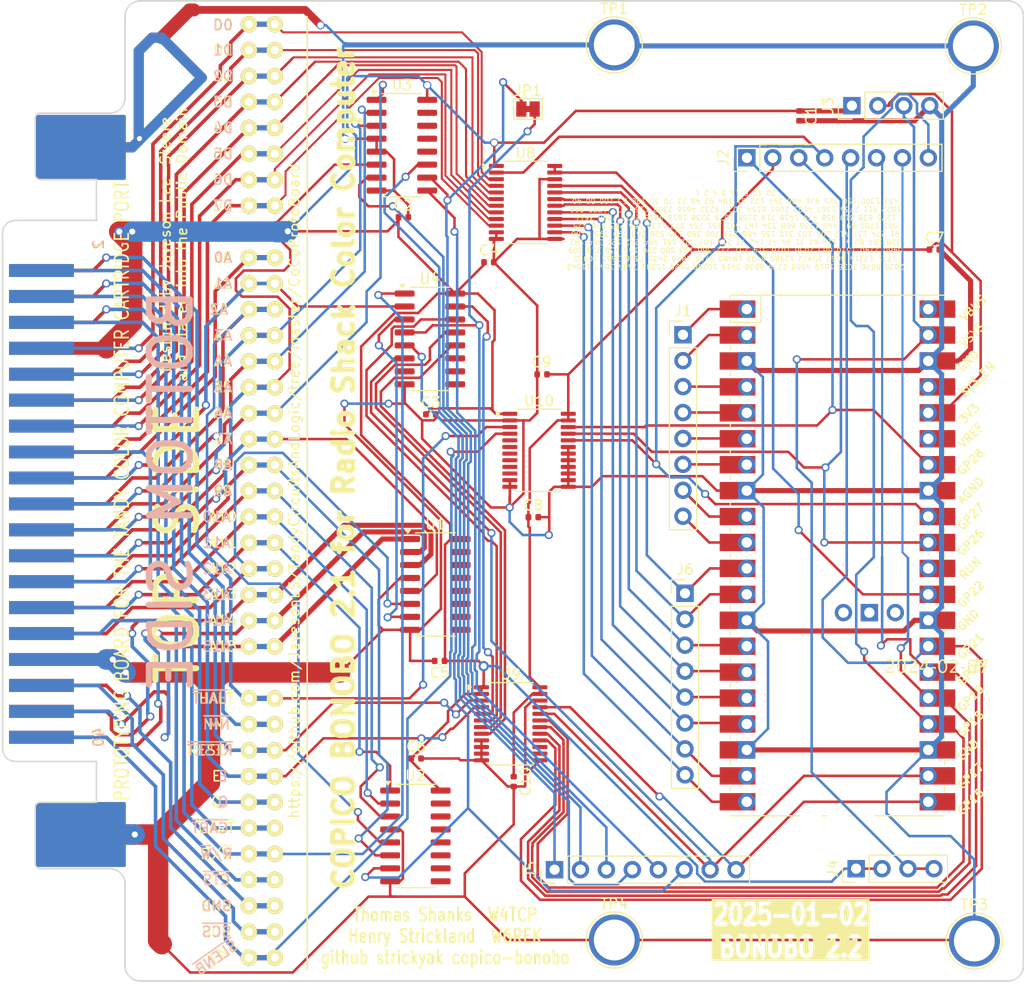
<source format=kicad_pcb>
(kicad_pcb (version 20221018) (generator pcbnew)
  (layers (0 "F.Cu" signal) (31 "B.Cu" signal) (34 "B.Paste" user) (35 "F.Paste" user) (36 "B.SilkS" user "B.Silkscreen") (37 "F.SilkS" user "F.Silkscreen") (38 "B.Mask" user) (39 "F.Mask" user) (44 "Edge.Cuts" user))
  (net 0 "")
  (net 1 "GND")
  (net 2 "+5V")
  (net 3 "/halt{slash}")
  (net 4 "/nmi{slash}")
  (net 5 "/reset{slash}")
  (net 6 "/d1")
  (net 7 "/d2")
  (net 8 "/d3")
  (net 9 "/d4")
  (net 10 "/d5")
  (net 11 "/d6")
  (net 12 "/d7")
  (net 13 "/a0")
  (net 14 "/a1")
  (net 15 "/a2")
  (net 16 "/a3")
  (net 17 "/a4")
  (net 18 "/a5")
  (net 19 "/a6")
  (net 20 "/a7")
  (net 21 "/a8")
  (net 22 "/a9")
  (net 23 "/a10")
  (net 24 "/a11")
  (net 25 "/a12")
  (net 26 "/a13")
  (net 27 "/a14")
  (net 28 "/a15")
  (net 29 "/eclk")
  (net 30 "/qclk")
  (net 31 "/cart{slash}")
  (net 32 "/r{slash}w")
  (net 33 "/cts{slash}")
  (net 34 "/snd")
  (net 35 "/scs{slash}")
  (net 36 "/slenb{slash}")
  (net 37 "/g_dir")
  (net 38 "/d0")
  (net 39 "/gpio0")
  (net 40 "/gpio1")
  (net 41 "/gpio2")
  (net 42 "/gpio3")
  (net 43 "/gpio4")
  (net 44 "/gpio5")
  (net 45 "/gpio6")
  (net 46 "/gpio7")
  (net 47 "+3V3")
  (net 48 "/g_halt")
  (net 49 "/g_slenb")
  (net 50 "/g_rd")
  (net 51 "/g_wd")
  (net 52 "/g_wc")
  (net 53 "/g_eclk")
  (net 54 "/g_spoon")
  (net 58 "/g_rc")
  (net 60 "/VSYS")
  (net 61 "/select1")
  (net 62 "/select2")
  (net 63 "/select3")
  (net 64 "/select60")
  (net 65 "/select68")
  (net 66 "/select70")
  (net 67 "/g_reset")
  (net 68 "/gd0")
  (net 69 "/gd1")
  (net 73 "/gd2")
  (net 74 "/gd3")
  (net 75 "/gd4")
  (net 76 "/gd5")
  (net 77 "/gd6")
  (net 78 "/gd7")
  (net 101 "/y_rd")
  (net 102 "/y_wd")
  (net 103 "/y_rc")
  (net 104 "/y_wc")
  (net 113 "/select78")
  (footprint "0Titanium:CocoCardEdgeCocoMIDI" (layer "F.Cu") (at 91.44 104.14)
    (fp_text reference "P1" hide)
    (fp_text value "CocoEdgeConnector" hide)
  )
  (footprint "Housings_DIP:DIP-16_W7.62mm" (layer "F.Cu") (at 115.57 58.42)
    (fp_text reference "P2" hide)
    (fp_text value "Coco Data" hide)
  )
  (footprint "Housings_DIP:DIP-22_W10.16mm" (layer "F.Cu") (at 115.57 124.46)
    (fp_text reference "P4" hide)
    (fp_text value "Coco Signals" hide)
  )
  (footprint "Housings_DIP:DIP-32_W15.24mm" (layer "F.Cu") (at 115.57 81.28)
    (fp_text reference "P3" hide)
    (fp_text value "Coco Address" hide)
  )
  (footprint "Connector_PinHeader_2.54mm:PinHeader_1x08_P2.54mm_Vertical" (layer "F.Cu") (at 164.35 71.51 90)
    (fp_text reference "J2")
    (fp_text value "Conn_01x08_Pin")
  )
  (footprint "00_RPi:RPi_PicoW_SMD_TH" (layer "F.Cu") (at 173.2259 110.46)
    (fp_text reference "U7" hide)
    (fp_text value "PicoW" hide)
  )
  (footprint "Package_SO:TSSOP-24_4.4x7.8mm_P0.65mm" (layer "F.Cu") (at 141.2125 126.95)
    (fp_text reference "U9")
    (fp_text value "SN74LVC4245APWR")
  )
  (footprint "Connector_PinHeader_2.54mm:PinHeader_1x08_P2.54mm_Vertical" (layer "F.Cu") (at 158.09 88.84)
    (fp_text reference "J1")
    (fp_text value "Conn_01x08_Pin")
  )
  (footprint "Connector_PinHeader_2.54mm:PinHeader_1x04_P2.54mm_Vertical" (layer "F.Cu") (at 174.64 66.4 90)
    (fp_text reference "J3")
    (fp_text value "Conn_01x04_Pin")
  )
  (footprint "Capacitor_SMD:C_0402_1005Metric" (layer "F.Cu") (at 139.08 81.74)
    (fp_text reference "C4")
    (fp_text value "C_Small")
  )
  (footprint "Package_SO:SOIC-16_3.9x9.9mm_P1.27mm" (layer "F.Cu") (at 133.3 89.25)
    (fp_text reference "U4")
    (fp_text value "74LS138")
  )
  (footprint "Jumper:SolderJumper-2_P1.3mm_Bridged_Pad1.0x1.5mm" (layer "F.Cu") (at 142.91 66.73)
    (fp_text reference "JP1")
    (fp_text value "SolderJumper_2_Bridged")
  )
  (footprint "Package_SO:SOIC-16_3.9x9.9mm_P1.27mm" (layer "F.Cu") (at 131.88 137.935)
    (fp_text reference "U2")
    (fp_text value "74LS138")
  )
  (footprint "Capacitor_SMD:C_0402_1005Metric" (layer "F.Cu") (at 182.72 80.5)
    (fp_text reference "C7")
    (fp_text value "C_Small")
  )
  (footprint "Capacitor_SMD:C_0402_1005Metric" (layer "F.Cu") (at 133.39 96.64)
    (fp_text reference "C3")
    (fp_text value "C_Small")
  )
  (footprint "Package_SO:TSSOP-24_4.4x7.8mm_P0.65mm" (layer "F.Cu") (at 143.9925 100.16)
    (fp_text reference "U10")
    (fp_text value "SN74LVC4245APWR")
  )
  (footprint "Capacitor_SMD:C_0402_1005Metric" (layer "F.Cu") (at 144.29 92.72 180)
    (fp_text reference "C9")
    (fp_text value "C_Small")
  )
  (footprint "Capacitor_SMD:C_0402_1005Metric" (layer "F.Cu") (at 141.51 132.61 -90)
    (fp_text reference "C10")
    (fp_text value "C_Small")
  )
  (footprint "Package_SO:SOIC-16_3.9x9.9mm_P1.27mm" (layer "F.Cu") (at 130.555 70.275)
    (fp_text reference "U3")
    (fp_text value "74LS138")
  )
  (footprint "TestPoint:TestPoint_Plated_Hole_D4.0mm" (layer "F.Cu") (at 151.36 148.13)
    (fp_text reference "TP4")
    (fp_text value "TestPoint")
  )
  (footprint "Capacitor_SMD:C_0402_1005Metric" (layer "F.Cu") (at 169.49 67.4 -90)
    (fp_text reference "C1")
    (fp_text value "C_Small")
  )
  (footprint "Capacitor_SMD:C_0402_1005Metric" (layer "F.Cu") (at 131.95 130.35)
    (fp_text reference "C6")
    (fp_text value "C_Small")
  )
  (footprint "Capacitor_SMD:C_0402_1005Metric" (layer "F.Cu") (at 130.7 77.33)
    (fp_text reference "C2")
    (fp_text value "C_Small")
  )
  (footprint "Connector_PinHeader_2.54mm:PinHeader_1x04_P2.54mm_Vertical" (layer "F.Cu") (at 175.05 141.14 90)
    (fp_text reference "J4")
    (fp_text value "Conn_01x04_Pin")
  )
  (footprint "Package_SO:SOIC-16_3.9x9.9mm_P1.27mm" (layer "F.Cu") (at 133.8375 113.3)
    (fp_text reference "U1")
    (fp_text value "74LS138")
  )
  (footprint "TestPoint:TestPoint_Plated_Hole_D4.0mm" (layer "F.Cu") (at 186.63 148.23)
    (fp_text reference "TP3")
    (fp_text value "TestPoint")
  )
  (footprint "Capacitor_SMD:C_0402_1005Metric" (layer "F.Cu") (at 143.43 106.71)
    (fp_text reference "C8")
    (fp_text value "C_Small")
  )
  (footprint "Connector_PinHeader_2.54mm:PinHeader_1x08_P2.54mm_Vertical" (layer "F.Cu") (at 145.51 141.24 90)
    (fp_text reference "J5")
    (fp_text value "Conn_01x08_Pin")
  )
  (footprint "Capacitor_SMD:C_0402_1005Metric" (layer "F.Cu") (at 134.25 120.79 180)
    (fp_text reference "C5")
    (fp_text value "C_Small")
  )
  (footprint "TestPoint:TestPoint_Plated_Hole_D4.0mm" (layer "F.Cu") (at 186.53 60.55)
    (fp_text reference "TP2")
    (fp_text value "TestPoint")
  )
  (footprint "Connector_PinHeader_2.54mm:PinHeader_1x08_P2.54mm_Vertical" (layer "F.Cu") (at 158.29 114.17)
    (fp_text reference "J6")
    (fp_text value "Conn_01x08_Pin")
  )
  (footprint "Package_SO:TSSOP-24_4.4x7.8mm_P0.65mm" (layer "F.Cu") (at 142.67 75.88)
    (fp_text reference "U8")
    (fp_text value "SN74LVC4245APWR")
  )
  (footprint "TestPoint:TestPoint_Plated_Hole_D4.0mm" (layer "F.Cu") (at 151.36 60.45)
    (fp_text reference "TP1")
    (fp_text value "TestPoint")
  )
  (gr_line (start 121.28 151.02) (end 121.28 57.67) (stroke (width 0.15)) (layer "F.SilkS"))
  (gr_line (start 100.64 130.64) (end 100.64 134.64) (stroke (width 0.15)) (layer "Edge.Cuts"))
  (gr_line (start 100.64 77.64) (end 100.64 73.64) (stroke (width 0.15)) (layer "Edge.Cuts"))
  (gr_arc (start 94.64 67.64) (mid 94.786447 67.286447) (end 95.14 67.14) (stroke (width 0.15)) (layer "Edge.Cuts"))
  (gr_arc (start 191.44 150.64) (mid 191.00066 151.70066) (end 189.94 152.14) (stroke (width 0.15)) (layer "Edge.Cuts"))
  (gr_arc (start 92.69 130.64) (mid 91.806117 130.273883) (end 91.44 129.39) (stroke (width 0.15)) (layer "Edge.Cuts"))
  (gr_line (start 104.94 152.14) (end 187.94 152.14) (stroke (width 0.15)) (layer "Edge.Cuts"))
  (gr_line (start 95.14 73.64) (end 100.64 73.64) (stroke (width 0.15)) (layer "Edge.Cuts"))
  (gr_line (start 187.94 56.14) (end 104.94 56.14) (stroke (width 0.15)) (layer "Edge.Cuts"))
  (gr_arc (start 94.64 135.14) (mid 94.786447 134.786447) (end 95.14 134.64) (stroke (width 0.15)) (layer "Edge.Cuts"))
  (gr_arc (start 103.44 65.64) (mid 103.00066 66.70066) (end 101.94 67.14) (stroke (width 0.15)) (layer "Edge.Cuts"))
  (gr_line (start 94.64 135.14) (end 94.64 140.64) (stroke (width 0.15)) (layer "Edge.Cuts"))
  (gr_line (start 95.14 141.14) (end 101.94 141.14) (stroke (width 0.15)) (layer "Edge.Cuts"))
  (gr_line (start 191.44 150.64) (end 191.44 57.64) (stroke (width 0.15)) (layer "Edge.Cuts"))
  (gr_arc (start 189.94 56.14) (mid 191.00066 56.57934) (end 191.44 57.64) (stroke (width 0.15)) (layer "Edge.Cuts"))
  (gr_line (start 91.44 78.89) (end 91.44 79.14) (stroke (width 0.15)) (layer "Edge.Cuts"))
  (gr_arc (start 104.94 152.14) (mid 103.87934 151.70066) (end 103.44 150.64) (stroke (width 0.15)) (layer "Edge.Cuts"))
  (gr_line (start 93.44 77.64) (end 100.64 77.64) (stroke (width 0.15)) (layer "Edge.Cuts"))
  (gr_line (start 93.44 130.64) (end 100.64 130.64) (stroke (width 0.15)) (layer "Edge.Cuts"))
  (gr_line (start 103.44 142.64) (end 103.44 150.64) (stroke (width 0.15)) (layer "Edge.Cuts"))
  (gr_line (start 94.64 67.64) (end 94.64 73.14) (stroke (width 0.15)) (layer "Edge.Cuts"))
  (gr_line (start 92.69 130.64) (end 93.44 130.64) (stroke (width 0.15)) (layer "Edge.Cuts"))
  (gr_arc (start 91.44 78.89) (mid 91.806117 78.006117) (end 92.69 77.64) (stroke (width 0.15)) (layer "Edge.Cuts"))
  (gr_line (start 189.94 56.14) (end 187.94 56.14) (stroke (width 0.15)) (layer "Edge.Cuts"))
  (gr_line (start 95.14 134.64) (end 100.64 134.64) (stroke (width 0.15)) (layer "Edge.Cuts"))
  (gr_arc (start 95.14 73.64) (mid 94.786447 73.493553) (end 94.64 73.14) (stroke (width 0.15)) (layer "Edge.Cuts"))
  (gr_line (start 91.44 79.14) (end 91.44 129.14) (stroke (width 0.15)) (layer "Edge.Cuts"))
  (gr_line (start 91.44 129.39) (end 91.44 129.14) (stroke (width 0.15)) (layer "Edge.Cuts"))
  (gr_arc (start 95.14 141.14) (mid 94.786447 140.993553) (end 94.64 140.64) (stroke (width 0.15)) (layer "Edge.Cuts"))
  (gr_line (start 103.44 57.64) (end 103.44 65.64) (stroke (width 0.15)) (layer "Edge.Cuts"))
  (gr_line (start 92.69 77.64) (end 93.44 77.64) (stroke (width 0.15)) (layer "Edge.Cuts"))
  (gr_arc (start 103.44 57.64) (mid 103.87934 56.57934) (end 104.94 56.14) (stroke (width 0.15)) (layer "Edge.Cuts"))
  (gr_line (start 187.94 152.14) (end 189.94 152.14) (stroke (width 0.15)) (layer "Edge.Cuts"))
  (gr_arc (start 101.94 141.14) (mid 103.00066 141.57934) (end 103.44 142.64) (stroke (width 0.15)) (layer "Edge.Cuts"))
  (gr_line (start 95.14 67.14) (end 101.94 67.14) (stroke (width 0.15)) (layer "Edge.Cuts"))
  (gr_text "~{SLENB}" (at 112.395 149.86 35) (layer "B.SilkS") (effects (font (size 1 1)) (justify mirror)))
  (gr_text "~{SCS}" (at 112.395 147.32) (layer "B.SilkS") (effects (font (size 1 1)) (justify mirror)))
  (gr_text "SND" (at 112.395 144.78) (layer "B.SilkS") (effects (font (size 1 1)) (justify mirror)))
  (gr_text "~{CTS}" (at 112.395 142.24) (layer "B.SilkS") (effects (font (size 1 1)) (justify mirror)))
  (gr_text "R/~{W}" (at 112.395 139.7) (layer "B.SilkS") (effects (font (size 1 1)) (justify mirror)))
  (gr_text "~{CART}" (at 111.76 137.16) (layer "B.SilkS") (effects (font (size 1 1)) (justify mirror)))
  (gr_text "Q" (at 113.03 134.62) (layer "B.SilkS") (effects (font (size 1 1)) (justify mirror)))
  (gr_text "E" (at 113.03 132.08) (layer "B.SilkS") (effects (font (size 1 1)) (justify mirror)))
  (gr_text "~{RESET}" (at 111.76 129.54) (layer "B.SilkS") (effects (font (size 1 1)) (justify mirror)))
  (gr_text "~{NMI}" (at 112.395 127) (layer "B.SilkS") (effects (font (size 1 1)) (justify mirror)))
  (gr_text "~{HALT}" (at 111.76 124.46) (layer "B.SilkS") (effects (font (size 1 1)) (justify mirror)))
  (gr_text "A15" (at 112.395 119.38) (layer "B.SilkS") (effects (font (size 1 1)) (justify mirror)))
  (gr_text "A14" (at 112.395 116.84) (layer "B.SilkS") (effects (font (size 1 1)) (justify mirror)))
  (gr_text "A13" (at 112.395 114.3) (layer "B.SilkS") (effects (font (size 1 1)) (justify mirror)))
  (gr_text "A12" (at 112.395 111.76) (layer "B.SilkS") (effects (font (size 1 1)) (justify mirror)))
  (gr_text "A11" (at 112.395 109.22) (layer "B.SilkS") (effects (font (size 1 1)) (justify mirror)))
  (gr_text "A10" (at 112.395 106.68) (layer "B.SilkS") (effects (font (size 1 1)) (justify mirror)))
  (gr_text "A9" (at 113.03 104.14) (layer "B.SilkS") (effects (font (size 1 1)) (justify mirror)))
  (gr_text "A8" (at 113.03 101.6) (layer "B.SilkS") (effects (font (size 1 1)) (justify mirror)))
  (gr_text "A7" (at 113.03 99.06) (layer "B.SilkS") (effects (font (size 1 1)) (justify mirror)))
  (gr_text "A6" (at 113.03 96.52) (layer "B.SilkS") (effects (font (size 1 1)) (justify mirror)))
  (gr_text "A5" (at 113.03 93.98) (layer "B.SilkS") (effects (font (size 1 1)) (justify mirror)))
  (gr_text "A4" (at 113.03 91.44) (layer "B.SilkS") (effects (font (size 1 1)) (justify mirror)))
  (gr_text "A3" (at 113.03 88.9) (layer "B.SilkS") (effects (font (size 1 1)) (justify mirror)))
  (gr_text "A2" (at 112.629 86.36) (layer "B.SilkS") (effects (font (size 1 1)) (justify mirror)))
  (gr_text "A1" (at 113.03 83.82) (layer "B.SilkS") (effects (font (size 1 1)) (justify mirror)))
  (gr_text "A0" (at 113.03 81.28) (layer "B.SilkS") (effects (font (size 1 1)) (justify mirror)))
  (gr_text "D7" (at 113.03 76.2) (layer "B.SilkS") (effects (font (size 1 1)) (justify mirror)))
  (gr_text "D5" (at 113.03 71.12) (layer "B.SilkS") (effects (font (size 1 1)) (justify mirror)))
  (gr_text "D4" (at 113.03 68.58) (layer "B.SilkS") (effects (font (size 1 1)) (justify mirror)))
  (gr_text "D3" (at 113.03 66.04) (layer "B.SilkS") (effects (font (size 1 1)) (justify mirror)))
  (gr_text "D2" (at 113.03 63.5) (layer "B.SilkS") (effects (font (size 1 1)) (justify mirror)))
  (gr_text "D1" (at 113.03 60.96) (layer "B.SilkS") (effects (font (size 1 1)) (justify mirror)))
  (gr_text "D0" (at 113.03 58.42 180) (layer "B.SilkS") (effects (font (size 1 1)) (justify mirror)))
  (gr_text "D6" (at 113.03 73.66) (layer "B.SilkS") (effects (font (size 1 1)) (justify mirror)))
  (gr_text "BOTTOM SIDE" (at 107.95 104.14 90) (layer "B.SilkS") (effects (font (size 4 4) (thickness 0.6)) (justify mirror)))
  (gr_text "A0" (at 113.03 81.28) (layer "F.SilkS") (effects (font (size 1 1))))
  (gr_text "A1" (at 113.03 83.82) (layer "F.SilkS") (effects (font (size 1 1))))
  (gr_text "A2" (at 112.629 86.36) (layer "F.SilkS") (effects (font (size 1 1))))
  (gr_text "A3" (at 113.03 88.9) (layer "F.SilkS") (effects (font (size 1 1))))
  (gr_text "A4" (at 113.03 91.44) (layer "F.SilkS") (effects (font (size 1 1))))
  (gr_text "A5" (at 113.03 93.98) (layer "F.SilkS") (effects (font (size 1 1))))
  (gr_text "A6" (at 113.03 96.52) (layer "F.SilkS") (effects (font (size 1 1))))
  (gr_text "A7" (at 113.03 99.06) (layer "F.SilkS") (effects (font (size 1 1))))
  (gr_text "A8" (at 113.03 101.6) (layer "F.SilkS") (effects (font (size 1 1))))
  (gr_text "A9" (at 113.03 104.14) (layer "F.SilkS") (effects (font (size 1 1))))
  (gr_text "A10" (at 113.03 106.68) (layer "F.SilkS") (effects (font (size 1 1))))
  (gr_text "A11" (at 113.03 109.22) (layer "F.SilkS") (effects (font (size 1 1))))
  (gr_text "A12" (at 113.03 111.76) (layer "F.SilkS") (effects (font (size 1 1))))
  (gr_text "A13" (at 113.03 114.3) (layer "F.SilkS") (effects (font (size 1 1))))
  (gr_text "A14" (at 113.03 116.84) (layer "F.SilkS") (effects (font (size 1 1))))
  (gr_text "A15" (at 113.03 119.38) (layer "F.SilkS") (effects (font (size 1 1))))
  (gr_text "~{HALT}" (at 112.395 124.46) (layer "F.SilkS") (effects (font (size 1 1))))
  (gr_text "~{NMI}" (at 112.395 127) (layer "F.SilkS") (effects (font (size 1 1))))
  (gr_text "~{RESET}" (at 111.76 129.54) (layer "F.SilkS") (effects (font (size 1 1))))
  (gr_text "E" (at 112.395 132.08) (layer "F.SilkS") (effects (font (size 1 1))))
  (gr_text "Q" (at 112.395 134.62) (layer "F.SilkS") (effects (font (size 1 1))))
  (gr_text "~{CART}" (at 112.395 137.16) (layer "F.SilkS") (effects (font (size 1 1))))
  (gr_text "R/~{W}" (at 112.395 139.7) (layer "F.SilkS") (effects (font (size 1 1))))
  (gr_text "~{CTS}" (at 112.395 142.24) (layer "F.SilkS") (effects (font (size 1 1))))
  (gr_text "SND" (at 112.395 144.78) (layer "F.SilkS") (effects (font (size 1 1))))
  (gr_text "~{SCS}" (at 112.395 147.32) (layer "F.SilkS") (effects (font (size 1 1))))
  (gr_text "~{SLENB}" (at 112.395 149.86 35) (layer "F.SilkS") (effects (font (size 1 1))))
  (gr_text "D0" (at 113.03 58.42) (layer "F.SilkS") (effects (font (size 1 1))))
  (gr_text "D5" (at 113.03 71.12) (layer "F.SilkS") (effects (font (size 1 1))))
  (gr_text "D6" (at 113.03 73.66) (layer "F.SilkS") (effects (font (size 1 1))))
  (gr_text "D7" (at 113.03 76.2) (layer "F.SilkS") (effects (font (size 1 1))))
  (gr_text "D1" (at 113.03 60.96) (layer "F.SilkS") (effects (font (size 1 1))))
  (gr_text "D2" (at 113.03 63.5) (layer "F.SilkS") (effects (font (size 1 1))))
  (gr_text "D3" (at 113.03 66.04) (layer "F.SilkS") (effects (font (size 1 1))))
  (gr_text "D4" (at 113.03 68.58) (layer "F.SilkS") (effects (font (size 1 1))))
  (gr_text "https://github.com/JayesonLS/TandyCircuitsAndLogic/tree/master/CoCoProtoBoard" (at 120.015 104.14 90) (layer "F.SilkS") (effects (font (size 1 1))))
  (gr_text "TOP SIDE" (at 108.585 109.22 90) (layer "F.SilkS") (effects (font (size 4 4) (thickness 0.6))))
  (gr_text "Thomas Shanks  W4TCP\nHenry Strickland  W6REK\ngithub strickyak copico-bonobo" (at 134.79 147.74) (layer "F.SilkS") (effects (font (size 1.3 1) (thickness 0.2) bold)))
  (gr_text "2025-01-02\nBONOBO 2.2" (at 168.67 147.23) (layer "F.SilkS" knockout) (effects (font (size 2 1.5) (thickness 0.375) bold)))
  (gr_text "COPICO BONOBO 2.1 for Radio Shack Color Computer" (at 124.86 101.89 90) (layer "F.SilkS") (effects (font (size 2 2) (thickness 0.5) bold)))
  (gr_text "PROTOTYPING BOARD FOR THE TANDY COLOR COMPUTER CARTRIDGE PORT" (at 103.124 104.14 90) (layer "F.SilkS") (effects (font (size 1.35 1.09) (thickness 0.17))))
  (gr_text "2025 6076 3038 1519 4558 2279 6838 3419 10258 5129 15388 7694 3847 11542\n5771 17314 8657 25972 12986 6493 19480 9740 4870 2435 7306 3653 10960\n5480 2740 1370 685 2056 1028 514 257 772 386 193 580 290 145 436 218 109\n328 164 82 41 124 62 31 94 47 142 71 214 107 322 161 484 242 121 364 182\n91 274 137 412 206 103 310 155 466 233 700 350 175 526 263 790 395 1186\n593 1780 890 445 1336 668 334 167 502 251 754 377 1132 566 283 850 425\n1276 638 319 958 479 1438 719 2158 1079 3238 1619 4858 2429 7288 3644\n1822 911 2734 1367 4102 2051 6154 3077 9232 4616 2308 1154 577 1732 866\n433 1300 650 325 976 488 244 122 61 184 92 46 23 70 35 106 53 160 80 40\n20 10 5 16 8 4 2 1" (at 163.23 78.55 180) (layer "F.SilkS") (effects (font (size 0.5 0.5) (thickness 0.0625))))
  (gr_text "2024-02-07" (at 177.8 122.174) (layer "F.SilkS") (effects (font (size 1.27 1.27)) (justify left bottom)))
  (gr_text "Designed by Jayeson Lee-Steere\nand placed into the Public Domain" (at 108.204 80.01 90) (layer "F.SilkS") (effects (font (size 1 1))))
  (segment (start 144.99 104.225) (end 144.99 105.24) (width 0.25) (layer "F.Cu") (net 1))
  (segment (start 124.93 97.6) (end 124.93 95.59) (width 0.25) (layer "F.Cu") (net 1))
  (segment (start 131.3625 117.745) (end 132.337499 117.745) (width 0.25) (layer "F.Cu") (net 1))
  (segment (start 143.91 106.71) (end 144.9 106.71) (width 0.25) (layer "F.Cu") (net 1))
  (segment (start 129.79 71.645) (end 129.055 70.91) (width 0.25) (layer "F.Cu") (net 1))
  (segment (start 129.79 74.72) (end 128.08 74.72) (width 0.25) (layer "F.Cu") (net 1))
  (segment (start 131.362 120.788) (end 131.36 120.79) (width 0.25) (layer "F.Cu") (net 1))
  (segment (start 129.405 137.3) (end 130.38 137.3) (width 0.25) (layer "F.Cu") (net 1))
  (segment (start 143.81 92.72) (end 143.81 96.4565) (width 0.25) (layer "F.Cu") (net 1))
  (segment (start 130.38 137.3) (end 130.655 137.575) (width 0.25) (layer "F.Cu") (net 1))
  (segment (start 164.3359 104.11) (end 161.409 104.11) (width 0.25) (layer "F.Cu") (net 1))
  (segment (start 130.38 142.38) (end 129.405 142.38) (width 0.25) (layer "F.Cu") (net 1))
  (segment (start 129.79 74.72) (end 129.79 71.645) (width 0.25) (layer "F.Cu") (net 1))
  (segment (start 129.87 143.88) (end 129.57 143.88) (width 0.25) (layer "F.Cu") (net 1))
  (segment (start 182.1159 116.81) (end 182.116 116.81) (width 0.25) (layer "F.Cu") (net 1))
  (segment (start 142.64 131.96) (end 144.075 130.525) (width 0.25) (layer "F.Cu") (net 1))
  (segment (start 132.337499 117.745) (end 134.38 115.702499) (width 0.25) (layer "F.Cu") (net 1))
  (segment (start 144.9 106.71) (end 144.99 106.62) (width 0.25) (layer "F.Cu") (net 1))
  (segment (start 121.093 57.023) (end 122.59 58.52) (width 0.762) (layer "F.Cu") (net 1))
  (segment (start 101.6 120.65) (end 102.235 120.65) (width 2) (layer "F.Cu") (net 1))
  (segment (start 111.76 121.92) (end 111.76 123.19) (width 2) (layer "F.Cu") (net 1))
  (segment (start 138.35 129.225) (end 138.35 128.575) (width 0.25) (layer "F.Cu") (net 1))
  (segment (start 134.38 107.05) (end 124.93 97.6) (width 0.25) (layer "F.Cu") (net 1))
  (segment (start 143.83 96.4765) (end 143.0715 97.235) (width 0.25) (layer "F.Cu") (net 1))
  (segment (start 141.51 133.09) (end 141.51 136.805) (width 0.25) (layer "F.Cu") (net 1))
  (segment (start 164.336 116.81) (end 165.386 117.86) (width 0.5) (layer "F.Cu") (net 1))
  (segment (start 136.13 130.35) (end 136.305 130.525) (width 0.25) (layer "F.Cu") (net 1))
  (segment (start 143.83 86.01) (end 143.81 86.03) (width 0.25) (layer "F.Cu") (net 1))
  (segment (start 136.72 143.88) (end 129.87 143.88) (width 0.25) (layer "F.Cu") (net 1))
  (segment (start 143.337501 124.675) (end 144.075 124.675) (width 0.25) (layer "F.Cu") (net 1))
  (segment (start 110.49 121.92) (end 103.505 121.92) (width 2) (layer "F.Cu") (net 1))
  (segment (start 131.3625 112.665) (end 130.387501 112.665) (width 0.25) (layer "F.Cu") (net 1))
  (segment (start 132.5405 97.2274) (end 130.825 95.5119) (width 0.25) (layer "F.Cu") (net 1))
  (segment (start 111.76 123.19) (end 111.76 124.46) (width 2) (layer "F.Cu") (net 1))
  (segment (start 186.53 148.13) (end 186.63 148.23) (width 0.25) (layer "F.Cu") (net 1))
  (segment (start 141.13 103.735) (end 141.13 105.74) (width 0.25) (layer "F.Cu") (net 1))
  (segment (start 139.8075 79.455) (end 139.8075 78.805) (width 0.25) (layer "F.Cu") (net 1))
  (segment (start 150.2031 102.6969) (end 149.15 103.75) (width 0.25) (layer "F.Cu") (net 1))
  (segment (start 142.64 133.03) (end 142.64 131.96) (width 0.25) (layer "F.Cu") (net 1))
  (segment (start 129.405 143.715) (end 129.405 142.38) (width 0.25) (layer "F.Cu") (net 1))
  (segment (start 144.04 73.59) (end 144.04 79.455) (width 0.25) (layer "F.Cu") (net 1))
  (segment (start 181.1859 92.34) (end 182.1159 91.41) (width 0.5) (layer "F.Cu") (net 1))
  (segment (start 164.3359 104.11) (end 164.336 104.11) (width 0.25) (layer "F.Cu") (net 1))
  (segment (start 131.18 77.33) (end 131.18 76.11) (width 0.25) (layer "F.Cu") (net 1))
  (segment (start 144.055 73.605) (end 145.5325 73.605) (width 0.25) (layer "F.Cu") (net 1))
  (segment (start 145.48 103.735) (end 146.855 103.735) (width 0.25) (layer "F.Cu") (net 1))
  (segment (start 183.2 80.5) (end 186.26 83.56) (width 0.5) (layer "F.Cu") (net 1))
  (segment (start 130.3266 117.745) (end 131.3625 117.745) (width 0.25) (layer "F.Cu") (net 1))
  (segment (start 140.97 148.13) (end 136.72 143.88) (width 0.25) (layer "F.Cu") (net 1))
  (segment (start 106.68 148.18) (end 107.04 148.54) (width 2) (layer "F.Cu") (net 1))
  (segment (start 142.46 104.41) (end 141.11 105.76) (width 0.25) (layer "F.Cu") (net 1))
  (segment (start 128.698 117.745) (end 124.524 121.92) (width 0.25) (layer "F.Cu") (net 1))
  (segment (start 111.76 124.46) (end 111.76 132.715) (width 2) (layer "F.Cu") (net 1))
  (segment (start 129.055 70.91) (end 128.08 70.91) (width 0.25) (layer "F.Cu") (net 1))
  (segment (start 139.56 79.7025) (end 139.8075 79.455) (width 0.25) (layer "F.Cu") (net 1))
  (segment (start 146.855 103.085) (end 146.855 102.435) (width 0.25) (layer "F.Cu") (net 1))
  (segment (start 131.36 120.79) (end 133.77 120.79) (width 0.25) (layer "F.Cu") (net 1))
  (segment (start 133.6682 97.2274) (end 132.5405 97.2274) (width 0.25) (layer "F.Cu") (net 1))
  (segment (start 142.64 131.96) (end 142.64 125.372501) (width 0.25) (layer "F.Cu") (net 1))
  (segment (start 139.56 81.74) (end 143.83 86.01) (width 0.25) (layer "F.Cu") (net 1))
  (segment (start 165.266 92.34) (end 181.1859 92.34) (width 0.5) (layer "F.Cu") (net 1))
  (segment (start 128.698 117.745) (end 130.3266 117.745) (width 0.25) (layer "F.Cu") (net 1))
  (segment (start 130.7469 95.59) (end 129.255 95.59) (width 0.25) (layer "F.Cu") (net 1))
  (segment (start 141.11 104.7) (end 141.11 105.76) (width 0.25) (layer "F.Cu") (net 1))
  (segment (start 169.49 67.88) (end 180.78 67.88) (width 0.5) (layer "F.Cu") (net 1))
  (segment (start 146.855 101.785) (end 146.855 101.135) (width 0.25) (layer "F.Cu") (net 1))
  (segment (start 128.275 114.777501) (end 128.275 117.322) (width 0.25) (layer "F.Cu") (net 1))
  (segment (start 134.465 97.235) (end 141.13 97.235) (width 0.25) (layer "F.Cu") (net 1))
  (segment (start 146.855 101.135) (end 146.855 100.485) (width 0.25) (layer "F.Cu") (net 1))
  (segment (start 113.03 121.92) (end 111.76 123.19) (width 2) (layer "F.Cu") (net 1))
  (segment (start 141.13 104.68) (end 141.11 104.7) (width 0.25) (layer "F.Cu") (net 1))
  (segment (start 144.99 107.86) (end 144.99 108.42) (width 0.25) (layer "F.Cu") (net 1))
  (segment (start 111.76 121.92) (end 113.03 121.92) (width 2) (layer "F.Cu") (net 1))
  (segment (start 113.03 121.92) (end 124.524 121.92) (width 2) (layer "F.Cu") (net 1))
  (segment (start 146.855 103.735) (end 146.855 103.085) (width 0.25) (layer "F.Cu") (net 1))
  (segment (start 186.26 90.24) (end 185.09 91.41) (width 0.5) (layer "F.Cu") (net 1))
  (segment (start 128.08 70.91) (end 128.08 69.64) (width 0.25) (layer "F.Cu") (net 1))
  (segment (start 151.36 148.13) (end 140.97 148.13) (width 0.25) (layer "F.Cu") (net 1))
  (segment (start 142.46 97.235) (end 141.13 97.235) (width 0.25) (layer "F.Cu") (net 1))
  (segment (start 127.29 143.88) (end 119.86 151.31) (width 0.25) (layer "F.Cu") (net 1))
  (segment (start 151.36 148.13) (end 186.53 148.13) (width 0.25) (layer "F.Cu") (net 1))
  (segment (start 141.51 133.09) (end 140.915 133.09) (width 0.25) (layer "F.Cu") (net 1))
  (segment (start 124.95 95.61) (end 124.93 95.59) (width 0.25) (layer "F.Cu") (net 1))
  (segment (start 106.095 59.74) (end 104.775 61.06) (width 1) (layer "F.Cu") (net 1))
  (segment (start 130.655 142.105) (end 130.38 142.38) (width 0.25) (layer "F.Cu") (net 1))
  (segment (start 104.14 70.485) (end 100.33 70.485) (width 1) (layer "F.Cu") (net 1))
  (segment (start 111.76 123.19) (end 111.76 124.46) (width 2) (layer "F.Cu") (net 1))
  (segment (start 146.855 100.485) (end 146.855 99.835) (width 0.25) (layer "F.Cu") (net 1))
  (segment (start 142.64 125.372501) (end 143.337501 124.675) (width 0.25) (layer "F.Cu") (net 1))
  (segment (start 125 69.64) (end 124.99 69.65) (width 0.25) (layer "F.Cu") (net 1))
  (segment (start 141.13 103.735) (end 141.13 103.085) (width 0.25) (layer "F.Cu") (net 1))
  (segment (start 124.99 69.65) (end 124.97 69.65) (width 0.25) (layer "F.Cu") (net 1))
  (segment (start 106.68 137.795) (end 106.68 148.18) (width 2) (layer "F.Cu") (net 1))
  (segment (start 136.305 130.525) (end 138.35 130.525) (width 0.25) (layer "F.Cu") (net 1))
  (segment (start 110.49 121.92) (end 111.76 123.19) (width 2) (layer "F.Cu") (net 1))
  (segment (start 164.336 91.41) (end 165.266 92.34) (width 0.5) (layer "F.Cu") (net 1))
  (segment (start 124.99 69.63) (end 124.99 69.65) (width 0.25) (layer "F.Cu") (net 1))
  (segment (start 111.76 132.715) (end 106.68 137.795) (width 2) (layer "F.Cu") (net 1))
  (segment (start 186.26 83.56) (end 186.26 90.24) (width 0.5) (layer "F.Cu") (net 1))
  (segment (start 143.81 86.03) (end 143.81 92.72) (width 0.25) (layer "F.Cu") (net 1))
  (segment (start 159.9959 102.6969) (end 150.2031 102.6969) (width 0.25) (layer "F.Cu") (net 1))
  (segment (start 139.56 81.74) (end 139.56 79.7025) (width 0.25) (layer "F.Cu") (net 1))
  (segment (start 180.77 116.81) (end 182.116 116.81) (width 0.5) (layer "F.Cu") (net 1))
  (segment (start 146.3825 79.455) (end 144.04 79.455) (width 0.25) (layer "F.Cu") (net 1))
  (segment (start 134.0628 96.8328) (end 133.6682 97.2274) (width 0.25) (layer "F.Cu") (net 1))
  (segment (start 95.25 120.65) (end 101.6 120.65) (width 1.27) (layer "F.Cu") (net 1))
  (segment (start 131.18 76.11) (end 129.79 74.72) (width 0.25) (layer "F.Cu") (net 1))
  (segment (start 133.87 96.64) (end 134.465 97.235) (width 0.25) (layer "F.Cu") (net 1))
  (segment (start 179.72 117.86) (end 180.77 116.81) (width 0.5) (layer "F.Cu") (net 1))
  (segment (start 182.1159 129.51) (end 182.116 129.51) (width 0.5) (layer "F.Cu") (net 1))
  (segment (start 131.362 117.745) (end 131.362 120.788) (width 0.25) (layer "F.Cu") (net 1))
  (segment (start 141.51 133.09) (end 142.58 133.09) (width 0.25) (layer "F.Cu") (net 1))
  (segment (start 132.5405 99.0205) (end 139.28 105.76) (width 0.25) (layer "F.Cu") (net 1))
  (segment (start 138.35 130.525) (end 138.35 129.875) (width 0.25) (layer "F.Cu") (net 1))
  (segment (start 104.85 69.63) (end 104.775 69.705) (width 1) (layer "F.Cu") (net 1))
  (segment (start 110.19 57.023) (end 121.093 57.023) (width 0.762) (layer "F.Cu") (net 1))
  (segment (start 149.15 103.75) (end 149.135 103.735) (width 0.25) (layer "F.Cu") (net 1))
  (segment (start 134.38 115.702499) (end 134.38 107.05) (width 0.25) (layer "F.Cu") (net 1))
  (segment (start 104.775 69.85) (end 104.14 70.485) (width 1) (layer "F.Cu") (net 1))
  (segment (start 104.775 61.06) (end 104.775 69.555) (width 1) (layer "F.Cu") (net 1))
  (segment (start 165.386 117.86) (end 179.72 117.86) (width 0.5) (layer "F.Cu") (net 1))
  (segment (start 141.845 79.455) (end 139.56 81.74) (width 0.25) (layer "F.Cu") (net 1))
  (segment (start 129.57 143.88) (end 129.405 143.715) (width 0.25) (layer "F.Cu") (net 1))
  (segment (start 161.409 104.11) (end 159.9959 102.6969) (width 0.25) (layer "F.Cu") (net 1))
  (segment (start 144.055 73.605) (end 144.04 73.59) (width 0.25) (layer "F.Cu") (net 1))
  (segment (start 107.04 59.74) (end 106.095 59.74) (width 1) (layer "F.Cu") (net 1))
  (segment (start 130.3266 117.745) (end 131.362 117.745) (width 0.25) (layer "F.Cu") (net 1))
  (segment (start 128.08 69.64) (end 125 69.64) (width 0.25) (layer "F.Cu") (net 1))
  (segment (start 130.825 95.5119) (end 130.7469 95.59) (width 0.25) (layer "F.Cu") (net 1))
  (segment (start 128.275 117.322) (end 128.698 117.745) (width 0.25) (layer "F.Cu") (net 1))
  (segment (start 130.825 95.5119) (end 130.825 93.695) (width 0.25) (layer "F.Cu") (net 1))
  (segment (start 129.57 143.88) (end 127.29 143.88) (width 0.25) (layer "F.Cu") (net 1))
  (segment (start 104.775 69.555) (end 104.85 69.63) (width 1) (layer "F.Cu") (net 1))
  (segment (start 136.72 141.595) (end 136.72 143.88) (width 0.25) (layer "F.Cu") (net 1))
  (segment (start 132.5405 97.2274) (end 132.5405 99.0205) (width 0.25) (layer "F.Cu") (net 1))
  (segment (start 133.87 96.64) (end 134.0628 96.8328) (width 0.25) (layer "F.Cu") (net 1))
  (segment (start 180.78 67.88) (end 182.26 66.4) (width 0.5) (layer "F.Cu") (net 1))
  (segment (start 119.86 151.31) (end 109.81 151.31) (width 0.25) (layer "F.Cu") (net 1))
  (segment (start 132.43 130.35) (end 136.13 130.35) (width 0.25) (layer "F.Cu") (net 1))
  (segment (start 185.09 91.41) (end 182.1159 91.41) (width 0.5) (layer "F.Cu") (net 1))
  (segment (start 164.3359 91.41) (end 164.336 91.41) (width 0.25) (layer "F.Cu") (net 1))
  (segment (start 141.51 136.805) (end 136.72 141.595) (width 0.25) (layer "F.Cu") (net 1))
  (segment (start 109.757 57.023) (end 107.04 59.74) (width 1.27) (layer "F.Cu") (net 1))
  (segment (start 125.01 69.61) (end 124.99 69.63) (width 0.25) (layer "F.Cu") (net 1))
  (segment (start 104.775 69.705) (end 104.775 69.85) (width 1) (layer "F.Cu") (net 1))
  (segment (start 103.505 121.92) (end 102.235 120.65) (width 2) (layer "F.Cu") (net 1))
  (segment (start 110.19 57.023) (end 109.757 57.023) (width 1.27) (layer "F.Cu") (net 1))
  (segment (start 106.68 137.795) (end 104.394 137.795) (width 2) (layer "F.Cu") (net 1))
  (segment (start 146.855 102.435) (end 146.855 101.785) (width 0.25) (layer "F.Cu") (net 1))
  (segment (start 164.3359 116.81) (end 164.336 116.81) (width 0.25) (layer "F.Cu") (net 1))
  (segment (start 109.81 151.31) (end 107.04 148.54) (width 0.25) (layer "F.Cu") (net 1))
  (segment (start 104.394 137.795) (end 99.695 137.795) (width 2) (layer "F.Cu") (net 1))
  (segment (start 141.13 105.74) (end 141.11 105.76) (width 0.25) (layer "F.Cu") (net 1))
  (segment (start 142.46 97.235) (end 142.46 104.41) (width 0.25) (layer "F.Cu") (net 1))
  (segment (start 144.99 104.225) (end 145.48 103.735) (width 0.25) (layer "F.Cu") (net 1))
  (segment (start 164.336 129.51) (end 182.1159 129.51) (width 0.5) (layer "F.Cu") (net 1))
  (segment (start 164.3359 129.51) (end 164.336 129.51) (width 0.25) (layer "F.Cu") (net 1))
  (segment (start 139.28 105.76) (end 141.11 105.76) (width 0.25) (layer "F.Cu") (net 1))
  (segment (start 110.49 121.92) (end 111.76 121.92) (width 2) (layer "F.Cu") (net 1))
  (segment (start 129.87 143.88) (end 129.57 143.88) (width 0.25) (layer "F.Cu") (net 1))
  (segment (start 138.35 129.875) (end 138.35 129.225) (width 0.25) (layer "F.Cu") (net 1))
  (segment (start 164.336 104.11) (end 182.1159 104.11) (width 0.5) (layer "F.Cu") (net 1))
  (segment (start 149.135 103.735) (end 146.855 103.735) (width 0.25) (layer "F.Cu") (net 1))
  (segment (start 143.81 96.4565) (end 143.83 96.4765) (width 0.25) (layer "F.Cu") (net 1))
  (segment (start 142.58 133.09) (end 142.64 133.03) (width 0.25) (layer "F.Cu") (net 1))
  (segment (start 144.99 108.42) (end 144.95 108.46) (width 0.25) (layer "F.Cu") (net 1))
  (segment (start 130.655 137.575) (end 130.655 142.105) (width 0.25) (layer "F.Cu") (net 1))
  (segment (start 144.99 106.62) (end 144.99 107.86) (width 0.25) (layer "F.Cu") (net 1))
  (segment (start 144.04 79.455) (end 141.845 79.455) (width 0.25) (layer "F.Cu") (net 1))
  (segment (start 182.1159 104.11) (end 182.116 104.11) (width 0.5) (layer "F.Cu") (net 1))
  (segment (start 130.387501 112.665) (end 128.275 114.777501) (width 0.25) (layer "F.Cu") (net 1))
  (segment (start 140.915 133.09) (end 138.35 130.525) (width 0.25) (layer "F.Cu") (net 1))
  (segment (start 122.04 57.97) (end 122.59 58.52) (width 0.762) (layer "F.Cu") (net 1))
  (segment (start 143.0715 97.235) (end 142.46 97.235) (width 0.25) (layer "F.Cu") (net 1))
  (segment (start 144.99 105.24) (end 144.99 106.62) (width 0.25) (layer "F.Cu") (net 1))
  (via (at 104.394 137.795) (size 1) (drill 0.6) (layers "F.Cu" "B.Cu") (net 1))
  (via (at 103.505 121.92) (size 1) (drill 0.6) (layers "F.Cu" "B.Cu") (net 1))
  (via (at 104.85 69.63) (size 0.8) (drill 0.5) (layers "F.Cu" "B.Cu") (net 1))
  (via (at 102.235 120.65) (size 1) (drill 0.6) (layers "F.Cu" "B.Cu") (net 1))
  (via (at 129.255 95.59) (size 0.8) (drill 0.5) (layers "F.Cu" "B.Cu") (net 1))
  (via (at 144.95 108.46) (size 0.8) (drill 0.5) (layers "F.Cu" "B.Cu") (net 1))
  (via (at 124.99 69.65) (size 0.8) (drill 0.6) (layers "F.Cu" "B.Cu") (net 1))
  (via (at 122.59 58.52) (size 0.8) (drill 0.6) (layers "F.Cu" "B.Cu") (net 1))
  (via (at 124.93 95.59) (size 0.8) (drill 0.5) (layers "F.Cu" "B.Cu") (net 1))
  (via (at 141.11 105.76) (size 0.8) (drill 0.5) (layers "F.Cu" "B.Cu") (net 1))
  (segment (start 124.805 60.585) (end 124.99 60.4) (width 0.25) (layer "B.Cu") (net 1))
  (segment (start 183.43 67.57) (end 182.26 66.4) (width 0.5) (layer "B.Cu") (net 1))
  (segment (start 182.7659 128.86) (end 182.1159 129.51) (width 0.25) (layer "B.Cu") (net 1))
  (segment (start 166.42 127.4259) (end 164.3359 129.51) (width 0.25) (layer "B.Cu") (net 1))
  (segment (start 165.99 105.7641) (end 165.99 115.1559) (width 0.25) (layer "B.Cu") (net 1))
  (segment (start 182.766 92.06) (end 182.116 91.41) (width 0.5) (layer "B.Cu") (net 1))
  (segment (start 124.99 69.65) (end 124.805 69.465) (width 0.25) (layer "B.Cu") (net 1))
  (segment (start 101.6 120.65) (end 102.235 120.65) (width 2) (layer "B.Cu") (net 1))
  (segment (start 110.962 63.6625) (end 104.775 69.85) (width 1) (layer "B.Cu") (net 1))
  (segment (start 141.11 107.17) (end 141.11 105.76) (width 0.25) (layer "B.Cu") (net 1))
  (segment (start 182.116 116.81) (end 183.416 115.51) (width 0.5) (layer "B.Cu") (net 1))
  (segment (start 106.095 59.74) (end 104.775 61.06) (width 1) (layer "B.Cu") (net 1))
  (segment (start 107.04 59.74) (end 110.962 63.6625) (width 1) (layer "B.Cu") (net 1))
  (segment (start 129.53 95.57) (end 129.51 95.59) (width 0.25) (layer "B.Cu") (net 1))
  (segment (start 129.51 95.59) (end 129.255 95.59) (width 0.25) (layer "B.Cu") (net 1))
  (segment (start 165.99 115.1559) (end 164.3359 116.81) (width 0.25) (layer "B.Cu") (net 1))
  (segment (start 184.31 137.95) (end 186.63 140.27) (width 0.25) (layer "B.Cu") (net 1))
  (segment (start 182.766 128.86) (end 182.7659 128.86) (width 0.25) (layer "B.Cu") (net 1))
  (segment (start 103.505 121.92) (end 102.235 120.65) (width 2) (layer "B.Cu") (net 1))
  (segment (start 101.6 120.65) (end 95.25 120.65) (width 1.27) (layer "B.Cu") (net 1))
  (segment (start 183.416 128.21) (end 183.416 118.11) (width 0.5) (layer "B.Cu") (net 1))
  (segment (start 183.416 118.11) (end 182.766 117.46) (width 0.5) (layer "B.Cu") (net 1))
  (segment (start 183.416 102.81) (end 183.416 92.71) (width 0.5) (layer "B.Cu") (net 1))
  (segment (start 166.42 118.8941) (end 166.42 127.4259) (width 0.25) (layer "B.Cu") (net 1))
  (segment (start 182.1159 129.51) (end 182.1159 129.5341) (width 0.25) (layer "B.Cu") (net 1))
  (segment (start 123.11 58.52) (end 122.59 58.52) (width 0.25) (layer "B.Cu") (net 1))
  (segment (start 164.3359 104.11) (end 165.99 105.7641) (width 0.25) (layer "B.Cu") (net 1))
  (segment (start 182.116 129.51) (end 182.766 128.86) (width 0.5) (layer "B.Cu") (net 1))
  (segment (start 104.14 70.485) (end 100.33 70.485) (width 1) (layer "B.Cu") (net 1))
  (segment (start 125.04 60.45) (end 124.99 60.4) (width 0.5) (layer "B.Cu") (net 1))
  (segment (start 142.4 108.46) (end 141.11 107.17) (width 0.25) (layer "B.Cu") (net 1))
  (segment (start 186.63 140.27) (end 186.63 148.23) (width 0.25) (layer "B.Cu") (net 1))
  (segment (start 182.1159 129.5341) (end 178.03 133.62) (width 0.25) (layer "B.Cu") (net 1))
  (segment (start 182.766 117.46) (end 182.7659 117.46) (width 0.25) (layer "B.Cu") (net 1))
  (segment (start 182.766 92.06) (end 182.7659 92.06) (width 0.25) (layer "B.Cu") (net 1))
  (segment (start 182.7659 92.06) (end 182.1159 91.41) (width 0.25) (layer "B.Cu") (net 1))
  (segment (start 183.43 67.57) (end 186.53 64.47) (width 0.5) (layer "B.Cu") (net 1))
  (segment (start 178.03 133.62) (end 178.03 135.72) (width 0.25) (layer "B.Cu") (net 1))
  (segment (start 182.1159 104.11) (end 182.116 104.11) (width 0.25) (layer "B.Cu") (net 1))
  (segment (start 186.53 60.55) (end 151.46 60.55) (width 0.5) (layer "B.Cu") (net 1))
  (segment (start 107.04 59.74) (end 106.095 59.74) (width 1) (layer "B.Cu") (net 1))
  (segment (start 164.3359 91.41) (end 165.92 92.9941) (width 0.25) (layer "B.Cu") (net 1))
  (segment (start 104.775 69.85) (end 104.14 70.485) (width 1) (layer "B.Cu") (net 1))
  (segment (start 144.95 108.46) (end 142.4 108.46) (width 0.25) (layer "B.Cu") (net 1))
  (segment (start 104.394 137.795) (end 99.695 137.795) (width 2) (layer "B.Cu") (net 1))
  (segment (start 124.805 69.465) (end 124.805 60.585) (width 0.25) (layer "B.Cu") (net 1))
  (segment (start 182.116 104.11) (end 183.416 102.81) (width 0.5) (layer "B.Cu") (net 1))
  (segment (start 151.36 60.45) (end 125.04 60.45) (width 0.5) (layer "B.Cu") (net 1))
  (segment (start 164.3359 116.81) (end 166.42 118.8941) (width 0.25) (layer "B.Cu") (net 1))
  (segment (start 178.03 135.72) (end 180.26 137.95) (width 0.25) (layer "B.Cu") (net 1))
  (segment (start 183.416 115.51) (end 183.416 105.41) (width 0.5) (layer "B.Cu") (net 1))
  (segment (start 124.93 95.59) (end 129.255 95.59) (width 0.25) (layer "B.Cu") (net 1))
  (segment (start 165.92 102.5259) (end 164.3359 104.11) (width 0.25) (layer "B.Cu") (net 1))
  (segment (start 186.53 64.47) (end 186.53 60.55) (width 0.5) (layer "B.Cu") (net 1))
  (segment (start 165.92 92.9941) (end 165.92 102.5259) (width 0.25) (layer "B.Cu") (net 1))
  (segment (start 104.775 61.06) (end 104.775 69.85) (width 1) (layer "B.Cu") (net 1))
  (segment (start 124.99 60.4) (end 123.11 58.52) (width 0.25) (layer "B.Cu") (net 1))
  (segment (start 183.416 105.41) (end 182.116 104.11) (width 0.5) (layer "B.Cu") (net 1))
  (segment (start 182.7659 117.46) (end 182.1159 116.81) (width 0.25) (layer "B.Cu") (net 1))
  (segment (start 151.46 60.55) (end 151.36 60.45) (width 0.5) (layer "B.Cu") (net 1))
  (segment (start 180.26 137.95) (end 184.31 137.95) (width 0.25) (layer "B.Cu") (net 1))
  (segment (start 183.416 92.71) (end 182.766 92.06) (width 0.5) (layer "B.Cu") (net 1))
  (segment (start 182.766 128.86) (end 183.416 128.21) (width 0.5) (layer "B.Cu") (net 1))
  (segment (start 183.43 90.0959) (end 183.43 67.57) (width 0.5) (layer "B.Cu") (net 1))
  (segment (start 182.766 117.46) (end 182.116 116.81) (width 0.5) (layer "B.Cu") (net 1))
  (segment (start 182.116 91.41) (end 183.43 90.0959) (width 0.5) (layer "B.Cu") (net 1))
  (segment (start 139.225 96.055) (end 139.4 96.23) (width 0.25) (layer "F.Cu") (net 2))
  (segment (start 135.076092 126.743908) (end 135.076092 125.711876) (width 0.25) (layer "F.Cu") (net 2))
  (segment (start 130.22 77.33) (end 130.22 77.639999) (width 0.25) (layer "F.Cu") (net 2))
  (segment (start 119.390696 78.71) (end 119.38577 78.705074) (width 0.25) (layer "F.Cu") (net 2))
  (segment (start 169.49 66.92) (end 147.5872 66.92) (width 0.25) (layer "F.Cu") (net 2))
  (segment (start 129.8518 86.7101) (end 126.565685 89.996215) (width 0.25) (layer "F.Cu") (net 2))
  (segment (start 139.425 89.553643) (end 139.425 96.205) (width 0.25) (layer "F.Cu") (net 2))
  (segment (start 131.47 130.35) (end 135.076092 126.743908) (width 0.25) (layer "F.Cu") (net 2))
  (segment (start 130.22 79.25) (end 135.775 84.805) (width 0.25) (layer "F.Cu") (net 2))
  (segment (start 135.338 108.855) (end 136.312 108.855) (width 0.25) (layer "F.Cu") (net 2))
  (segment (start 104.14 78.74) (end 102.87 78.74) (width 2) (layer "F.Cu") (net 2))
  (segment (start 133.495 96.055) (end 138.619 96.055) (width 0.25) (layer "F.Cu") (net 2))
  (segment (start 134.73 120.79) (end 134.78 120.74) (width 0.25) (layer "F.Cu") (net 2))
  (segment (start 174.12 66.92) (end 174.64 66.4) (width 0.5) (layer "F.Cu") (net 2))
  (segment (start 95.25 90.17) (end 101.6 90.17) (width 1.27) (layer "F.Cu") (net 2))
  (segment (start 131.47 130.35) (end 131.47 130.605) (width 0.25) (layer "F.Cu") (net 2))
  (segment (start 169.49 66.92) (end 174.12 66.92) (width 0.5) (layer "F.Cu") (net 2))
  (segment (start 135.2942 108.8988) (end 135.338 108.855) (width 0.25) (layer "F.Cu") (net 2))
  (segment (start 137.995 84.805) (end 139.635 86.445) (width 0.25) (layer "F.Cu") (net 2))
  (segment (start 175.05 141.14) (end 177.59 141.14) (width 0.25) (layer "F.Cu") (net 2))
  (segment (start 135.076092 125.711876) (end 136.762968 124.025) (width 0.25) (layer "F.Cu") (net 2))
  (segment (start 139.755 96.585) (end 141.13 96.585) (width 0.25) (layer "F.Cu") (net 2))
  (segment (start 138.6 81.98) (end 138.6 81.74) (width 0.25) (layer "F.Cu") (net 2))
  (segment (start 126.565685 98.669999) (end 135.2942 107.398514) (width 0.25) (layer "F.Cu") (net 2))
  (segment (start 138.35 123.375) (end 138.5685 123.1565) (width 0.25) (layer "F.Cu") (net 2))
  (segment (start 130.22 77.33) (end 130.22 79.25) (width 0.25) (layer "F.Cu") (net 2))
  (segment (start 133.04 64.4) (end 133.03 64.4) (width 0.25) (layer "F.Cu") (net 2))
  (segment (start 102.87 78.74) (end 104.14 80.01) (width 2) (layer "F.Cu") (net 2))
  (segment (start 139.605 72.1025) (end 139.8075 72.305) (width 0.25) (layer "F.Cu") (net 2))
  (segment (start 136.762968 124.025) (end 138.35 124.025) (width 0.25) (layer "F.Cu") (net 2))
  (segment (start 144.4825 70.0247) (end 139.605 70.0247) (width 0.25) (layer "F.Cu") (net 2))
  (segment (start 139.425 96.205) (end 139.4 96.23) (width 0.25) (layer "F.Cu") (net 2))
  (segment (start 138.619 96.055) (end 139.225 96.055) (width 0.25) (layer "F.Cu") (net 2))
  (segment (start 134.055 84.805) (end 132.1499 86.7101) (width 0.25) (layer "F.Cu") (net 2))
  (segment (start 135.775 84.805) (end 138.6 81.98) (width 0.25) (layer "F.Cu") (net 2))
  (segment (start 134.73 120.79) (end 138.0585 120.79) (width 0.25) (layer "F.Cu") (net 2))
  (segment (start 139.635 86.445) (end 139.635 89.343643) (width 0.25) (layer "F.Cu") (net 2))
  (segment (start 139.635 89.343643) (end 139.425 89.553643) (width 0.25) (layer "F.Cu") (net 2))
  (segment (start 135.2942 107.398514) (end 135.2942 108.8988) (width 0.25) (layer "F.Cu") (net 2))
  (segment (start 126.565685 89.996215) (end 126.565685 98.669999) (width 0.25) (layer "F.Cu") (net 2))
  (segment (start 139.4 96.23) (end 139.755 96.585) (width 0.25) (layer "F.Cu") (net 2))
  (segment (start 104.14 87.63) (end 101.6 90.17) (width 2) (layer "F.Cu") (net 2))
  (segment (start 135.775 84.805) (end 134.055 84.805) (width 0.25) (layer "F.Cu") (net 2))
  (segment (start 131.47 130.605) (end 134.355 133.49) (width 0.25) (layer "F.Cu") (net 2))
  (segment (start 134.78 120.74) (end 134.78 109.413) (width 0.25) (layer "F.Cu") (net 2))
  (segment (start 133.03 65.83) (end 133.04 64.4) (width 0.25) (layer "F.Cu") (net 2))
  (segment (start 132.91 96.64) (end 133.495 96.055) (width 0.25) (layer "F.Cu") (net 2))
  (segment (start 139.605 70.0247) (end 139.605 72.1025) (width 0.25) (layer "F.Cu") (net 2))
  (segment (start 104.14 78.74) (end 104.14 80.01) (width 2) (layer "F.Cu") (net 2))
  (segment (start 147.5872 66.92) (end 144.4825 70.0247) (width 0.25) (layer "F.Cu") (net 2))
  (segment (start 129.149999 78.71) (end 119.390696 78.71) (width 0.25) (layer "F.Cu") (net 2))
  (segment (start 138.0585 120.79) (end 138.5685 121.3) (width 0.25) (layer "F.Cu") (net 2))
  (segment (start 132.1499 86.7101) (end 129.8518 86.7101) (width 0.25) (layer "F.Cu") (net 2))
  (segment (start 135.775 84.805) (end 137.995 84.805) (width 0.25) (layer "F.Cu") (net 2))
  (segment (start 130.22 77.639999) (end 129.149999 78.71) (width 0.25) (layer "F.Cu") (net 2))
  (segment (start 138.35 123.375) (end 138.35 124.025) (width 0.25) (layer "F.Cu") (net 2))
  (segment (start 138.5685 123.1565) (end 138.5685 121.3) (width 0.25) (layer "F.Cu") (net 2))
  (segment (start 134.78 109.413) (end 135.2942 108.8988) (width 0.25) (layer "F.Cu") (net 2))
  (segment (start 104.14 80.01) (end 104.14 87.63) (width 2) (layer "F.Cu") (net 2))
  (segment (start 136.312 108.855) (end 136.3125 108.855) (width 0.25) (layer "F.Cu") (net 2))
  (via (at 104.14 78.74) (size 1) (drill 0.6) (layers "F.Cu" "B.Cu") (net 2))
  (via (at 139.605 70.0247) (size 0.8) (drill 0.6) (layers "F.Cu" "B.Cu") (net 2))
  (via (at 102.87 78.74) (size 1) (drill 0.6) (layers "F.Cu" "B.Cu") (net 2))
  (via (at 138.5685 121.3) (size 1) (drill 0.6) (layers "F.Cu" "B.Cu") (net 2))
  (via (at 133.04 64.4) (size 0.8) (drill 0.6) (layers "F.Cu" "B.Cu") (net 2))
  (via (at 119.38577 78.705074) (size 0.8) (drill 0.6) (layers "F.Cu" "B.Cu") (net 2))
  (segment (start 132.15 63.51) (end 125.39 63.51) (width 0.25) (layer "B.Cu") (net 2))
  (segment (start 133.04 64.4) (end 132.15 63.51) (width 0.25) (layer "B.Cu") (net 2))
  (segment (start 118.24 78.74) (end 118.274926 78.705074) (width 2) (layer "B.Cu") (net 2))
  (segment (start 133.04 64.4) (end 138.665 70.0247) (width 0.25) (layer "B.Cu") (net 2))
  (segment (start 125.205 68.491016) (end 126.07 69.356016) (width 0.25) (layer "B.Cu") (net 2))
  (segment (start 126.07 69.356016) (end 126.07 72.020844) (width 0.25) (layer "B.Cu") (net 2))
  (segment (start 119.290844 78.8) (end 119.38577 78.705074) (width 2) (layer "B.Cu") (net 2))
  (segment (start 125.205 63.695) (end 125.205 68.491016) (width 0.25) (layer "B.Cu") (net 2))
  (segment (start 104.14 78.74) (end 118.24 78.74) (width 2) (layer "B.Cu") (net 2))
  (segment (start 172.6482 142.4149) (end 160.2591 142.4149) (width 0.25) (layer "B.Cu") (net 2))
  (segment (start 159.48 140.8752) (end 139.9048 121.3) (width 0.25) (layer "B.Cu") (net 2))
  (segment (start 160.2591 142.4149) (end 159.48 141.6358) (width 0.25) (layer "B.Cu") (net 2))
  (segment (start 159.48 141.6358) (end 159.48 140.8752) (width 0.25) (layer "B.Cu") (net 2))
  (segment (start 173.9231 141.14) (end 172.6482 142.4149) (width 0.25) (layer "B.Cu") (net 2))
  (segment (start 126.07 72.020844) (end 119.38577 78.705074) (width 0.25) (layer "B.Cu") (net 2))
  (segment (start 138.665 70.0247) (end 139.605 70.0247) (width 0.25) (layer "B.Cu") (net 2))
  (segment (start 125.39 63.51) (end 125.205 63.695) (width 0.25) (layer "B.Cu") (net 2))
  (segment (start 175.05 141.14) (end 173.9231 141.14) (width 0.25) (layer "B.Cu") (net 2))
  (segment (start 118.3 78.8) (end 119.290844 78.8) (width 2) (layer "B.Cu") (net 2))
  (segment (start 118.274926 78.705074) (end 119.38577 78.705074) (width 2) (layer "B.Cu") (net 2))
  (segment (start 139.9048 121.3) (end 138.5685 121.3) (width 0.25) (layer "B.Cu") (net 2))
  (segment (start 138.825 97.885) (end 141.13 97.885) (width 0.25) (layer "F.Cu") (net 3))
  (segment (start 134.8424 98.76) (end 137.95 98.76) (width 0.25) (layer "F.Cu") (net 3))
  (segment (start 137.95 98.76) (end 138.825 97.885) (width 0.25) (layer "F.Cu") (net 3))
  (segment (start 131.2955 124.46) (end 132.6364 123.1191) (width 0.25) (layer "F.Cu") (net 3))
  (segment (start 95.25 82.55) (end 100.33 82.55) (width 0.35) (layer "F.Cu") (net 3))
  (segment (start 115.57 124.46) (end 118.11 124.46) (width 0.5) (layer "F.Cu") (net 3))
  (segment (start 118.11 124.46) (end 131.2955 124.46) (width 0.25) (layer "F.Cu") (net 3))
  (segment (start 100.33 82.55) (end 101.6 81.28) (width 0.35) (layer "F.Cu") (net 3))
  (via (at 134.8424 98.76) (size 0.8) (drill 0.5) (layers "F.Cu" "B.Cu") (net 3))
  (via (at 132.6364 123.1191) (size 0.8) (drill 0.5) (layers "F.Cu" "B.Cu") (net 3))
  (via (at 101.6 81.28) (size 0.8) (drill 0.5) (layers "F.Cu" "B.Cu") (net 3))
  (segment (start 134.8424 98.76) (end 132.6364 100.966) (width 0.25) (layer "B.Cu") (net 3))
  (segment (start 105.156 81.28) (end 110.49 86.614) (width 0.35) (layer "B.Cu") (net 3))
  (segment (start 115.57 124.46) (end 118.11 124.46) (width 0.5) (layer "B.Cu") (net 3))
  (segment (start 110.49 109.474) (end 113.792 112.776) (width 0.35) (layer "B.Cu") (net 3))
  (segment (start 101.6 81.28) (end 105.156 81.28) (width 0.35) (layer "B.Cu") (net 3))
  (segment (start 110.49 86.614) (end 110.49 109.474) (width 0.35) (layer "B.Cu") (net 3))
  (segment (start 115.57 124.46) (end 115.062 124.46) (width 0.25) (layer "B.Cu") (net 3))
  (segment (start 113.792 123.19) (end 115.062 124.46) (width 0.35) (layer "B.Cu") (net 3))
  (segment (start 113.792 112.776) (end 113.792 123.19) (width 0.35) (layer "B.Cu") (net 3))
  (segment (start 132.6364 100.966) (end 132.6364 123.1191) (width 0.25) (layer "B.Cu") (net 3))
  (segment (start 115.57 127) (end 118.11 127) (width 0.5) (layer "F.Cu") (net 4))
  (segment (start 113.03 125.73) (end 114.3 127) (width 0.35) (layer "B.Cu") (net 4))
  (segment (start 95.25 82.55) (end 105.156 82.55) (width 0.35) (layer "B.Cu") (net 4))
  (segment (start 113.03 113.538) (end 113.03 125.73) (width 0.35) (layer "B.Cu") (net 4))
  (segment (start 109.728 110.236) (end 113.03 113.538) (width 0.35) (layer "B.Cu") (net 4))
  (segment (start 105.156 82.55) (end 109.728 87.122) (width 0.35) (layer "B.Cu") (net 4))
  (segment (start 115.57 127) (end 118.11 127) (width 0.5) (layer "B.Cu") (net 4))
  (segment (start 114.3 127) (end 115.57 127) (width 0.35) (layer "B.Cu") (net 4))
  (segment (start 109.728 87.122) (end 109.728 110.236) (width 0.35) (layer "B.Cu") (net 4))
  (segment (start 100.33 85.09) (end 101.6 83.82) (width 0.35) (layer "F.Cu") (net 5))
  (segment (start 138.35 124.675) (end 137.208984 124.675) (width 0.25) (layer "F.Cu") (net 5))
  (segment (start 119.1619 129.54) (end 123.8196 124.8823) (width 0.25) (layer "F.Cu") (net 5))
  (segment (start 123.8196 124.8823) (end 134.7005 124.8823) (width 0.25) (layer "F.Cu") (net 5))
  (segment (start 137.208984 124.675) (end 135.851092 126.032892) (width 0.25) (layer "F.Cu") (net 5))
  (segment (start 115.57 129.54) (end 118.11 129.54) (width 0.5) (layer "F.Cu") (net 5))
  (segment (start 118.11 129.54) (end 119.1619 129.54) (width 0.25) (layer "F.Cu") (net 5))
  (segment (start 95.25 85.09) (end 100.33 85.09) (width 0.35) (layer "F.Cu") (net 5))
  (via (at 101.6 83.82) (size 0.8) (drill 0.5) (layers "F.Cu" "B.Cu") (net 5))
  (via (at 134.7005 124.8823) (size 0.8) (drill 0.5) (layers "F.Cu" "B.Cu") (net 5))
  (via (at 135.851092 126.032892) (size 0.8) (drill 0.5) (layers "F.Cu" "B.Cu") (net 5))
  (segment (start 105.156 83.82) (end 108.966 87.63) (width 0.35) (layer "B.Cu") (net 5))
  (segment (start 112.268 128.016) (end 113.792 129.54) (width 0.35) (layer "B.Cu") (net 5))
  (segment (start 101.6 83.82) (end 105.156 83.82) (width 0.35) (layer "B.Cu") (net 5))
  (segment (start 112.268 114.3) (end 112.268 128.016) (width 0.35) (layer "B.Cu") (net 5))
  (segment (start 134.7005 124.8823) (end 135.851092 126.032892) (width 0.25) (layer "B.Cu") (net 5))
  (segment (start 108.966 87.63) (end 108.966 110.998) (width 0.35) (layer "B.Cu") (net 5))
  (segment (start 115.57 129.54) (end 118.11 129.54) (width 0.5) (layer "B.Cu") (net 5))
  (segment (start 113.792 129.54) (end 115.57 129.54) (width 0.35) (layer "B.Cu") (net 5))
  (segment (start 108.966 110.998) (end 112.268 114.3) (width 0.35) (layer "B.Cu") (net 5))
  (segment (start 139.070001 74.255) (end 138.02 73.204999) (width 0.2) (layer "F.Cu") (net 6))
  (segment (start 113.792 62.738) (end 113.792 64.008) (width 0.35) (layer "F.Cu") (net 6))
  (segment (start 115.57 60.96) (end 118.11 60.96) (width 0.5) (layer "F.Cu") (net 6))
  (segment (start 138.02 73.204999) (end 138.02 61.29) (width 0.2) (layer "F.Cu") (net 6))
  (segment (start 106.934 89.408) (end 104.902 91.44) (width 0.35) (layer "F.Cu") (net 6))
  (segment (start 102.235 92.71) (end 95.25 92.71) (width 0.35) (layer "F.Cu") (net 6))
  (segment (start 139.8075 74.255) (end 139.070001 74.255) (width 0.2) (layer "F.Cu") (net 6))
  (segment (start 115.57 60.96) (end 113.792 62.738) (width 0.35) (layer "F.Cu") (net 6))
  (segment (start 113.792 64.008) (end 106.934 70.866) (width 0.35) (layer "F.Cu") (net 6))
  (segment (start 106.934 70.866) (end 106.934 89.408) (width 0.35) (layer "F.Cu") (net 6))
  (segment (start 103.505 91.44) (end 102.235 92.71) (width 0.35) (layer "F.Cu") (net 6))
  (segment (start 137.69 60.96) (end 118.11 60.96) (width 0.2) (layer "F.Cu") (net 6))
  (segment (start 104.902 91.44) (end 103.505 91.44) (width 0.35) (layer "F.Cu") (net 6))
  (segment (start 138.02 61.29) (end 137.69 60.96) (width 0.2) (layer "F.Cu") (net 6))
  (segment (start 115.57 60.96) (end 118.11 60.96) (width 0.5) (layer "B.Cu") (net 6))
  (segment (start 104.775 92.71) (end 104.966 92.71) (width 0.35) (layer "F.Cu") (net 7))
  (segment (start 119.94 61.67) (end 119.735 61.875) (width 0.2) (layer "F.Cu") (net 7))
  (segment (start 104.966 92.71) (end 107.696 89.9795) (width 0.35) (layer "F.Cu") (net 7))
  (segment (start 139.8075 74.905) (end 139.070001 74.905) (width 0.2) (layer "F.Cu") (net 7))
  (segment (start 107.696 89.9795) (end 107.696 71.374) (width 0.35) (layer "F.Cu") (net 7))
  (segment (start 139.070001 74.905) (end 137.47 73.304999) (width 0.2) (layer "F.Cu") (net 7))
  (segment (start 137.47 73.304999) (end 137.47 61.67) (width 0.2) (layer "F.Cu") (net 7))
  (segment (start 119.735 61.875) (end 119.84 61.77) (width 0.25) (layer "F.Cu") (net 7))
  (segment (start 118.11 63.5) (end 119.735 61.875) (width 0.25) (layer "F.Cu") (net 7))
  (segment (start 107.696 71.374) (end 115.57 63.5) (width 0.35) (layer "F.Cu") (net 7))
  (segment (start 115.57 63.5) (end 118.11 63.5) (width 0.5) (layer "F.Cu") (net 7))
  (segment (start 137.47 61.67) (end 119.94 61.67) (width 0.2) (layer "F.Cu") (net 7))
  (via (at 104.775 92.71) (size 0.8) (drill 0.5) (layers "F.Cu" "B.Cu") (net 7))
  (segment (start 95.25 92.71) (end 104.775 92.71) (width 0.35) (layer "B.Cu") (net 7))
  (segment (start 115.57 63.5) (end 118.11 63.5) (width 0.5) (layer "B.Cu") (net 7))
  (segment (start 95.25 95.25) (end 102.235 95.25) (width 0.35) (layer "F.Cu") (net 8))
  (segment (start 104.902 93.98) (end 108.458 90.424) (width 0.35) (layer "F.Cu") (net 8))
  (segment (start 108.458 90.424) (end 108.458 73.152) (width 0.35) (layer "F.Cu") (net 8))
  (segment (start 139.8075 75.555) (end 139.070001 75.555) (width 0.2) (layer "F.Cu") (net 8))
  (segment (start 118.11 66.04) (end 122.03 62.12) (width 0.25) (layer "F.Cu") (net 8))
  (segment (start 103.505 93.98) (end 104.902 93.98) (width 0.35) (layer "F.Cu") (net 8))
  (segment (start 115.57 66.04) (end 118.11 66.04) (width 0.5) (layer "F.Cu") (net 8))
  (segment (start 108.458 73.152) (end 115.57 66.04) (width 0.35) (layer "F.Cu") (net 8))
  (segment (start 102.235 95.25) (end 103.505 93.98) (width 0.35) (layer "F.Cu") (net 8))
  (segment (start 136.84 62.82) (end 136.115 62.095) (width 0.2) (layer "F.Cu") (net 8))
  (segment (start 122.055 62.095) (end 122.03 62.12) (width 0.2) (layer "F.Cu") (net 8))
  (segment (start 136.84 73.324999) (end 136.84 62.82) (width 0.2) (layer "F.Cu") (net 8))
  (segment (start 136.115 62.095) (end 122.055 62.095) (width 0.2) (layer "F.Cu") (net 8))
  (segment (start 139.070001 75.555) (end 136.84 73.324999) (width 0.2) (layer "F.Cu") (net 8))
  (segment (start 115.57 66.04) (end 118.11 66.04) (width 0.5) (layer "B.Cu") (net 8))
  (segment (start 139.070001 76.205) (end 135.91 73.044999) (width 0.2) (layer "F.Cu") (net 9))
  (segment (start 139.8075 76.205) (end 139.070001 76.205) (width 0.2) (layer "F.Cu") (net 9))
  (segment (start 104.775 95.25) (end 109.22 90.805) (width 0.35) (layer "F.Cu") (net 9))
  (segment (start 135.91 73.044999) (end 135.91 62.58) (width 0.2) (layer "F.Cu") (net 9))
  (segment (start 135.91 62.58) (end 135.775 62.445) (width 0.2) (layer "F.Cu") (net 9))
  (segment (start 109.22 74.93) (end 115.57 68.58) (width 0.35) (layer "F.Cu") (net 9))
  (segment (start 115.57 68.58) (end 118.11 68.58) (width 0.5) (layer "F.Cu") (net 9))
  (segment (start 135.775 62.445) (end 124.245 62.445) (width 0.2) (layer "F.Cu") (net 9))
  (segment (start 109.22 90.805) (end 109.22 74.93) (width 0.35) (layer "F.Cu") (net 9))
  (segment (start 124.245 62.445) (end 124.22 62.47) (width 0.2) (layer "F.Cu") (net 9))
  (segment (start 118.11 68.58) (end 124.22 62.47) (width 0.25) (layer "F.Cu") (net 9))
  (via (at 104.775 95.25) (size 0.8) (drill 0.5) (layers "F.Cu" "B.Cu") (net 9))
  (segment (start 95.25 95.25) (end 104.775 95.25) (width 0.35) (layer "B.Cu") (net 9))
  (segment (start 115.57 68.58) (end 118.11 68.58) (width 0.5) (layer "B.Cu") (net 9))
  (segment (start 102.235 97.79) (end 103.505 96.52) (width 0.35) (layer "F.Cu") (net 10))
  (segment (start 135.4 62.9) (end 126.33 62.9) (width 0.2) (layer "F.Cu") (net 10))
  (segment (start 139.070001 76.855) (end 135.4 73.184999) (width 0.2) (layer "F.Cu") (net 10))
  (segment (start 115.57 71.12) (end 114.935 71.12) (width 0.25) (layer "F.Cu") (net 10))
  (segment (start 115.57 71.12) (end 118.11 71.12) (width 0.5) (layer "F.Cu") (net 10))
  (segment (start 109.982 91.44) (end 109.982 76.073) (width 0.35) (layer "F.Cu") (net 10))
  (segment (start 95.25 97.79) (end 102.235 97.79) (width 0.35) (layer "F.Cu") (net 10))
  (segment (start 135.4 73.184999) (end 135.4 62.9) (width 0.2) (layer "F.Cu") (net 10))
  (segment (start 109.982 76.073) (end 114.935 71.12) (width 0.35) (layer "F.Cu") (net 10))
  (segment (start 139.8075 76.855) (end 139.070001 76.855) (width 0.2) (layer "F.Cu") (net 10))
  (segment (start 104.902 96.52) (end 109.982 91.44) (width 0.35) (layer "F.Cu") (net 10))
  (segment (start 126.33 62.9) (end 118.11 71.12) (width 0.2) (layer "F.Cu") (net 10))
  (segment (start 103.505 96.52) (end 104.902 96.52) (width 0.35) (layer "F.Cu") (net 10))
  (segment (start 115.57 71.12) (end 118.11 71.12) (width 0.5) (layer "B.Cu") (net 10))
  (segment (start 139.8075 77.505) (end 139.070001 77.505) (width 0.2) (layer "F.Cu") (net 11))
  (segment (start 134.81 63.34) (end 127.374925 63.34) (width 0.2) (layer "F.Cu") (net 11))
  (segment (start 134.82 73.254999) (end 134.82 63.35) (width 0.2) (layer "F.Cu") (net 11))
  (segment (start 114.3 73.66) (end 115.57 73.66) (width 0.35) (layer "F.Cu") (net 11))
  (segment (start 139.070001 77.505) (end 134.82 73.254999) (width 0.2) (layer "F.Cu") (net 11))
  (segment (start 110.744 77.216) (end 114.3 73.66) (width 0.35) (layer "F.Cu") (net 11))
  (segment (start 127.374925 63.34) (end 118.11 72.604925) (width 0.2) (layer "F.Cu") (net 11))
  (segment (start 115.57 73.66) (end 118.11 73.66) (width 0.5) (layer "F.Cu") (net 11))
  (segment (start 104.775 97.79) (end 110.744 91.821) (width 0.35) (layer "F.Cu") (net 11))
  (segment (start 134.82 63.35) (end 134.81 63.34) (width 0.2) (layer "F.Cu") (net 11))
  (segment (start 110.744 91.821) (end 110.744 77.216) (width 0.35) (layer "F.Cu") (net 11))
  (segment (start 118.11 72.604925) (end 118.11 73.66) (width 0.2) (layer "F.Cu") (net 11))
  (via (at 104.775 97.79) (size 0.8) (drill 0.5) (layers "F.Cu" "B.Cu") (net 11))
  (segment (start 115.57 73.66) (end 118.11 73.66) (width 0.5) (layer "B.Cu") (net 11))
  (segment (start 95.25 97.79) (end 104.775 97.79) (width 0.35) (layer "B.Cu") (net 11))
  (segment (start 128.319339 63.69) (end 119.16 72.849339) (width 0.2) (layer "F.Cu") (net 12))
  (segment (start 119.16 75.15) (end 118.11 76.2) (width 0.2) (layer "F.Cu") (net 12))
  (segment (start 134.47 64.1) (end 134.06 63.69) (width 0.2) (layer "F.Cu") (net 12))
  (segment (start 95.25 100.33) (end 102.235 100.33) (width 0.35) (layer "F.Cu") (net 12))
  (segment (start 102.235 100.33) (end 103.505 99.06) (width 0.35) (layer "F.Cu") (net 12))
  (segment (start 111.506 78.359) (end 113.665 76.2) (width 0.35) (layer "F.Cu") (net 12))
  (segment (start 134.06 63.69) (end 128.319339 63.69) (width 0.2) (layer "F.Cu") (net 12))
  (segment (start 113.665 76.2) (end 115.57 76.2) (width 0.35) (layer "F.Cu") (net 12))
  (segment (start 139.070001 78.155) (end 134.47 73.554999) (width 0.2) (layer "F.Cu") (net 12))
  (segment (start 139.8075 78.155) (end 139.070001 78.155) (width 0.2) (layer "F.Cu") (net 12))
  (segment (start 111.506 92.456) (end 111.506 78.359) (width 0.35) (layer "F.Cu") (net 12))
  (segment (start 103.505 99.06) (end 104.902 99.06) (width 0.35) (layer "F.Cu") (net 12))
  (segment (start 119.16 72.849339) (end 119.16 75.15) (width 0.2) (layer "F.Cu") (net 12))
  (segment (start 115.57 76.2) (end 118.11 76.2) (width 0.5) (layer "F.Cu") (net 12))
  (segment (start 134.47 73.554999) (end 134.47 64.1) (width 0.2) (layer "F.Cu") (net 12))
  (segment (start 104.902 99.06) (end 111.506 92.456) (width 0.35) (layer "F.Cu") (net 12))
  (segment (start 115.57 76.2) (end 118.11 76.2) (width 0.5) (layer "B.Cu") (net 12))
  (segment (start 104.14 100.33) (end 104.902 100.33) (width 0.35) (layer "F.Cu") (net 13))
  (segment (start 104.902 100.33) (end 112.268 92.964) (width 0.35) (layer "F.Cu") (net 13))
  (segment (start 112.268 92.964) (end 112.268 84.582) (width 0.35) (layer "F.Cu") (net 13))
  (segment (start 115.57 81.28) (end 118.11 81.28) (width 0.5) (layer "F.Cu") (net 13))
  (segment (start 101.6 102.87) (end 104.14 100.33) (width 0.35) (layer "F.Cu") (net 13))
  (segment (start 112.268 84.582) (end 115.57 81.28) (width 0.35) (layer "F.Cu") (net 13))
  (segment (start 95.25 102.87) (end 101.6 102.87) (width 0.35) (layer "F.Cu") (net 13))
  (segment (start 115.57 81.28) (end 118.11 81.28) (width 0.5) (layer "B.Cu") (net 13))
  (segment (start 105.664 101.6) (end 111.357392 95.906608) (width 0.35) (layer "F.Cu") (net 14))
  (segment (start 130.825 86.075) (end 120.365 86.075) (width 0.25) (layer "F.Cu") (net 14))
  (segment (start 104.775 101.6) (end 105.664 101.6) (width 0.35) (layer "F.Cu") (net 14))
  (segment (start 111.357392 95.906608) (end 111.357392 95.732492) (width 0.35) (layer "F.Cu") (net 14))
  (segment (start 120.365 86.075) (end 118.11 83.82) (width 0.25) (layer "F.Cu") (net 14))
  (via (at 111.357392 95.732492) (size 0.8) (drill 0.5) (layers "F.Cu" "B.Cu") (net 14))
  (via (at 104.775 101.6) (size 0.8) (drill 0.5) (layers "F.Cu" "B.Cu") (net 14))
  (segment (start 104.775 101.6) (end 103.505 102.87) (width 0.35) (layer "B.Cu") (net 14))
  (segment (start 115.57 83.82) (end 111.357392 88.032608) (width 0.35) (layer "B.Cu") (net 14))
  (segment (start 111.357392 88.032608) (end 111.357392 95.732492) (width 0.35) (layer "B.Cu") (net 14))
  (segment (start 103.505 102.87) (end 95.25 102.87) (width 0.35) (layer "B.Cu") (net 14))
  (segment (start 115.57 83.82) (end 118.11 83.82) (width 0.35) (layer "B.Cu") (net 14))
  (segment (start 128.430001 138.57) (end 129.405 138.57) (width 0.25) (layer "F.Cu") (net 15))
  (segment (start 106.426 102.87) (end 113.03 96.266) (width 0.35) (layer "F.Cu") (net 15))
  (segment (start 104.14 102.87) (end 106.426 102.87) (width 0.35) (layer "F.Cu") (net 15))
  (segment (start 113.03 96.266) (end 113.03 88.9) (width 0.35) (layer "F.Cu") (net 15))
  (segment (start 95.25 105.41) (end 101.6 105.41) (width 0.35) (layer "F.Cu") (net 15))
  (segment (start 101.6 105.41) (end 104.14 102.87) (width 0.35) (layer "F.Cu") (net 15))
  (segment (start 113.03 88.9) (end 115.57 86.36) (width 0.35) (layer "F.Cu") (net 15))
  (segment (start 126.2521 135.5879) (end 126.2521 136.392099) (width 0.25) (layer "F.Cu") (net 15))
  (segment (start 126.2521 136.392099) (end 128.430001 138.57) (width 0.25) (layer "F.Cu") (net 15))
  (segment (start 115.57 86.36) (end 118.11 86.36) (width 0.5) (layer "F.Cu") (net 15))
  (via (at 126.2521 135.5879) (size 0.8) (drill 0.5) (layers "F.Cu" "B.Cu") (net 15))
  (segment (start 120.4202 115.0412) (end 120.4202 129.9002) (width 0.25) (layer "B.Cu") (net 15))
  (segment (start 118.604 113.225) (end 120.4202 115.0412) (width 0.25) (layer "B.Cu") (net 15))
  (segment (start 111.47 96.7159) (end 111.47 109.18028) (width 0.25) (layer "B.Cu") (net 15))
  (segment (start 126.1079 135.5879) (end 126.2521 135.5879) (width 0.25) (layer "B.Cu") (net 15))
  (segment (start 112.1579 89.7721) (end 112.1579 96.028) (width 0.25) (layer "B.Cu") (net 15))
  (segment (start 111.47 109.18028) (end 115.51472 113.225) (width 0.25) (layer "B.Cu") (net 15))
  (segment (start 115.57 86.36) (end 112.1579 89.7721) (width 0.25) (layer "B.Cu") (net 15))
  (segment (start 115.51472 113.225) (end 118.604 113.225) (width 0.25) (layer "B.Cu") (net 15))
  (segment (start 120.4202 129.9002) (end 126.1079 135.5879) (width 0.25) (layer "B.Cu") (net 15))
  (segment (start 112.1579 96.028) (end 111.47 96.7159) (width 0.25) (layer "B.Cu") (net 15))
  (segment (start 115.57 86.36) (end 118.11 86.36) (width 0.5) (layer "B.Cu") (net 15))
  (segment (start 106.68 104.14) (end 112.014 98.806) (width 0.35) (layer "F.Cu") (net 16))
  (segment (start 115.57 88.9) (end 118.11 88.9) (width 0.5) (layer "F.Cu") (net 16))
  (segment (start 128.08 68.37) (end 126.18 68.37) (width 0.25) (layer "F.Cu") (net 16))
  (segment (start 112.014 98.806) (end 112.355 98.806) (width 0.35) (layer "F.Cu") (net 16))
  (segment (start 104.775 104.14) (end 106.68 104.14) (width 0.35) (layer "F.Cu") (net 16))
  (segment (start 126.18 68.37) (end 125.98 68.17) (width 0.25) (layer "F.Cu") (net 16))
  (via (at 104.775 104.14) (size 0.8) (drill 0.5) (layers "F.Cu" "B.Cu") (net 16))
  (via (at 125.98 68.17) (size 0.8) (drill 0.5) (layers "F.Cu" "B.Cu") (net 16))
  (via (at 112.355 98.806) (size 0.8) (drill 0.5) (layers "F.Cu" "B.Cu") (net 16))
  (segment (start 126.4771 68.6671) (end 125.98 68.17) (width 0.25) (layer "B.Cu") (net 16))
  (segment (start 126.4771 80.5329) (end 126.4771 68.6671) (width 0.25) (layer "B.Cu") (net 16))
  (segment (start 95.25 105.41) (end 103.505 105.41) (width 0.35) (layer "B.Cu") (net 16))
  (segment (start 115.57 88.9) (end 112.776 91.694) (width 0.35) (layer "B.Cu") (net 16))
  (segment (start 115.57 88.9) (end 118.11 88.9) (width 0.5) (layer "B.Cu") (net 16))
  (segment (start 118.11 88.9) (end 126.4771 80.5329) (width 0.25) (layer "B.Cu") (net 16))
  (segment (start 112.776 91.694) (end 112.776 98.385) (width 0.35) (layer "B.Cu") (net 16))
  (segment (start 103.505 105.41) (end 104.775 104.14) (width 0.35) (layer "B.Cu") (net 16))
  (segment (start 112.776 98.385) (end 112.355 98.806) (width 0.35) (layer "B.Cu") (net 16))
  (segment (start 113.18 99.418) (end 107.188 105.41) (width 0.35) (layer "F.Cu") (net 17))
  (segment (start 107.188 105.41) (end 104.14 105.41) (width 0.35) (layer "F.Cu") (net 17))
  (segment (start 113.792 93.218) (end 113.792 97.028) (width 0.35) (layer "F.Cu") (net 17))
  (segment (start 128.08 67.1) (end 126.94 67.1) (width 0.25) (layer "F.Cu") (net 17))
  (segment (start 101.6 107.95) (end 95.25 107.95) (width 0.35) (layer "F.Cu") (net 17))
  (segment (start 113.18 97.64) (end 113.18 99.418) (width 0.35) (layer "F.Cu") (net 17))
  (segment (start 126.94 67.1) (end 126.63291 66.79291) (width 0.25) (layer "F.Cu") (net 17))
  (segment (start 115.57 91.44) (end 118.11 91.44) (width 0.5) (layer "F.Cu") (net 17))
  (segment (start 115.57 91.44) (end 113.792 93.218) (width 0.35) (layer "F.Cu") (net 17))
  (segment (start 113.792 97.028) (end 113.18 97.64) (width 0.35) (layer "F.Cu") (net 17))
  (segment (start 104.14 105.41) (end 101.6 107.95) (width 0.35) (layer "F.Cu") (net 17))
  (via (at 126.63291 66.79291) (size 0.8) (drill 0.5) (layers "F.Cu" "B.Cu") (net 17))
  (segment (start 117.7844 91.44) (end 118.12 91.44) (width 0.25) (layer "B.Cu") (net 17))
  (segment (start 115.57 91.44) (end 117.7844 91.44) (width 0.5) (layer "B.Cu") (net 17))
  (segment (start 117.7844 91.44) (end 118.11 91.44) (width 0.5) (layer "B.Cu") (net 17))
  (segment (start 126.9167 67.0767) (end 126.63291 66.79291) (width 0.25) (layer "B.Cu") (net 17))
  (segment (start 126.9167 82.6433) (end 126.9167 67.0767) (width 0.25) (layer "B.Cu") (net 17))
  (segment (start 118.12 91.44) (end 126.9167 82.6433) (width 0.25) (layer "B.Cu") (net 17))
  (segment (start 114.9 85.11) (end 114.3 84.51) (width 0.25) (layer "F.Cu") (net 18))
  (segment (start 115.08 82.55) (end 119.01 82.55) (width 0.25) (layer "F.Cu") (net 18))
  (segment (start 112.014 102.108) (end 112.355 102.108) (width 0.35) (layer "F.Cu") (net 18))
  (segment (start 118.38028 85.11) (end 114.9 85.11) (width 0.25) (layer "F.Cu") (net 18))
  (segment (start 119.62 80.5403) (end 117.613 78.5333) (width 0.25) (layer "F.Cu") (net 18))
  (segment (start 107.442 106.68) (end 112.014 102.108) (width 0.35) (layer "F.Cu") (net 18))
  (segment (start 117.7844 93.98) (end 119.56 92.2044) (width 0.25) (layer "F.Cu") (net 18))
  (segment (start 119.01 82.55) (end 119.62 81.94) (width 0.25) (layer "F.Cu") (net 18))
  (segment (start 117.7844 93.98) (end 118.11 93.98) (width 0.5) (layer "F.Cu") (net 18))
  (segment (start 117.613 78.5333) (end 123.9663 72.18) (width 0.25) (layer "F.Cu") (net 18))
  (segment (start 119.56 86.28972) (end 118.38028 85.11) (width 0.25) (layer "F.Cu") (net 18))
  (segment (start 123.9663 72.18) (end 128.08 72.18) (width 0.25) (layer "F.Cu") (net 18))
  (segment (start 114.3 83.33) (end 115.08 82.55) (width 0.25) (layer "F.Cu") (net 18))
  (segment (start 119.56 92.2044) (end 119.56 86.28972) (width 0.25) (layer "F.Cu") (net 18))
  (segment (start 104.775 106.68) (end 107.442 106.68) (width 0.35) (layer "F.Cu") (net 18))
  (segment (start 119.62 81.94) (end 119.62 80.5403) (width 0.25) (layer "F.Cu") (net 18))
  (segment (start 114.3 84.51) (end 114.3 83.33) (width 0.25) (layer "F.Cu") (net 18))
  (segment (start 115.57 93.98) (end 117.7844 93.98) (width 0.5) (layer "F.Cu") (net 18))
  (via (at 104.775 106.68) (size 0.8) (drill 0.5) (layers "F.Cu" "B.Cu") (net 18))
  (via (at 112.355 102.108) (size 0.8) (drill 0.5) (layers "F.Cu" "B.Cu") (net 18))
  (segment (start 113.792 95.758) (end 113.792 98.933) (width 0.35) (layer "B.Cu") (net 18))
  (segment (start 113.792 98.933) (end 112.355 100.37) (width 0.35) (layer "B.Cu") (net 18))
  (segment (start 112.355 100.37) (end 112.355 102.108) (width 0.35) (layer "B.Cu") (net 18))
  (segment (start 115.57 93.98) (end 113.792 95.758) (width 0.35) (layer "B.Cu") (net 18))
  (segment (start 104.775 106.68) (end 103.505 107.95) (width 0.35) (layer "B.Cu") (net 18))
  (segment (start 115.57 93.98) (end 118.11 93.98) (width 0.5) (layer "B.Cu") (net 18))
  (segment (start 103.505 107.95) (end 95.25 107.95) (width 0.35) (layer "B.Cu") (net 18))
  (segment (start 95.25 110.49) (end 101.6 110.49) (width 0.35) (layer "F.Cu") (net 19))
  (segment (start 107.679727 107.95) (end 113.18 102.449727) (width 0.35) (layer "F.Cu") (net 19))
  (segment (start 115.57 96.52) (end 118.11 96.52) (width 0.5) (layer "F.Cu") (net 19))
  (segment (start 128.08 65.83) (end 128.69 65.22) (width 0.25) (layer "F.Cu") (net 19))
  (segment (start 104.14 107.95) (end 107.679727 107.95) (width 0.35) (layer "F.Cu") (net 19))
  (segment (start 113.18 102.449727) (end 113.18 102.212) (width 0.35) (layer "F.Cu") (net 19))
  (segment (start 113.18 102.212) (end 113.792 101.6) (width 0.35) (layer "F.Cu") (net 19))
  (segment (start 101.6 110.49) (end 104.14 107.95) (width 0.35) (layer "F.Cu") (net 19))
  (segment (start 113.792 98.298) (end 115.57 96.52) (width 0.35) (layer "F.Cu") (net 19))
  (segment (start 113.792 101.6) (end 113.792 98.298) (width 0.35) (layer "F.Cu") (net 19))
  (segment (start 128.69 65.22) (end 128.69 64.36) (width 0.25) (layer "F.Cu") (net 19))
  (via (at 128.69 64.36) (size 0.8) (drill 0.5) (layers "F.Cu" "B.Cu") (net 19))
  (segment (start 127.1 87.61) (end 127.1 84.599339) (width 0.25) (layer "B.Cu") (net 19))
  (segment (start 118.19 96.52) (end 127.1 87.61) (width 0.25) (layer "B.Cu") (net 19))
  (segment (start 128.467 64.583) (end 128.69 64.36) (width 0.25) (layer "B.Cu") (net 19))
  (segment (start 115.57 96.52) (end 117.4588 96.52) (width 0.5) (layer "B.Cu") (net 19))
  (segment (start 128.467 83.232339) (end 128.467 64.583) (width 0.25) (layer "B.Cu") (net 19))
  (segment (start 117.4588 96.52) (end 118.11 96.52) (width 0.5) (layer "B.Cu") (net 19))
  (segment (start 117.4588 96.52) (end 118.19 96.52) (width 0.25) (layer "B.Cu") (net 19))
  (segment (start 127.1 84.599339) (end 128.467 83.232339) (width 0.25) (layer "B.Cu") (net 19))
  (segment (start 107.696 109.22) (end 112.014 104.902) (width 0.35) (layer "F.Cu") (net 20))
  (segment (start 104.775 109.22) (end 107.696 109.22) (width 0.35) (layer "F.Cu") (net 20))
  (segment (start 112.014 104.902) (end 112.355 104.902) (width 0.35) (layer "F.Cu") (net 20))
  (segment (start 131.362 113.935) (end 131.3625 113.935) (width 0.25) (layer "F.Cu") (net 20))
  (segment (start 132.337 113.935) (end 133.98 112.292) (width 0.25) (layer "F.Cu") (net 20))
  (segment (start 131.3625 113.935) (end 132.337 113.935) (width 0.25) (layer "F.Cu") (net 20))
  (segment (start 133.98 107.92) (end 125.12 99.06) (width 0.25) (layer "F.Cu") (net 20))
  (segment (start 125.12 99.06) (end 118.11 99.06) (width 0.25) (layer "F.Cu") (net 20))
  (segment (start 115.57 99.06) (end 118.11 99.06) (width 0.5) (layer "F.Cu") (net 20))
  (segment (start 133.98 112.292) (end 133.98 107.92) (width 0.25) (layer "F.Cu") (net 20))
  (via (at 112.355 104.902) (size 0.8) (drill 0.5) (layers "F.Cu" "B.Cu") (net 20))
  (via (at 104.775 109.22) (size 0.8) (drill 0.5) (layers "F.Cu" "B.Cu") (net 20))
  (segment (start 115.57 99.06) (end 113.284 101.346) (width 0.35) (layer "B.Cu") (net 20))
  (segment (start 115.57 99.06) (end 118.11 99.06) (width 0.5) (layer "B.Cu") (net 20))
  (segment (start 103.505 110.49) (end 104.775 109.22) (width 0.35) (layer "B.Cu") (net 20))
  (segment (start 113.284 103.973) (end 112.355 104.902) (width 0.35) (layer "B.Cu") (net 20))
  (segment (start 95.25 110.49) (end 103.505 110.49) (width 0.35) (layer "B.Cu") (net 20))
  (segment (start 113.284 101.346) (end 113.284 103.973) (width 0.35) (layer "B.Cu") (net 20))
  (segment (start 101.6 113.03) (end 104.14 110.49) (width 0.35) (layer "F.Cu") (net 21))
  (segment (start 129.405 139.84) (end 127.98 139.84) (width 0.25) (layer "F.Cu") (net 21))
  (segment (start 127.98 139.84) (end 126.32 138.18) (width 0.25) (layer "F.Cu") (net 21))
  (segment (start 113.538 104.902) (end 113.538 103.632) (width 0.35) (layer "F.Cu") (net 21))
  (segment (start 104.14 110.49) (end 107.95 110.49) (width 0.35) (layer "F.Cu") (net 21))
  (segment (start 113.538 103.632) (end 115.57 101.6) (width 0.35) (layer "F.Cu") (net 21))
  (segment (start 115.57 101.6) (end 118.11 101.6) (width 0.5) (layer "F.Cu") (net 21))
  (segment (start 107.95 110.49) (end 113.538 104.902) (width 0.35) (layer "F.Cu") (net 21))
  (segment (start 95.25 113.03) (end 101.6 113.03) (width 0.35) (layer "F.Cu") (net 21))
  (via (at 126.32 138.18) (size 0.8) (drill 0.5) (layers "F.Cu" "B.Cu") (net 21))
  (segment (start 115.57 101.6) (end 117.4588 101.6) (width 0.5) (layer "B.Cu") (net 21))
  (segment (start 129.14 130.809339) (end 129.14 135.36) (width 0.25) (layer "B.Cu") (net 21))
  (segment (start 128.32 111.85) (end 128.32 129.989339) (width 0.25) (layer "B.Cu") (net 21))
  (segment (start 117.4588 101.6) (end 118.07 101.6) (width 0.25) (layer "B.Cu") (net 21))
  (segment (start 129.14 135.36) (end 126.32 138.18) (width 0.25) (layer "B.Cu") (net 21))
  (segment (start 117.4588 101.6) (end 118.11 101.6) (width 0.5) (layer "B.Cu") (net 21))
  (segment (start 128.32 129.989339) (end 129.14 130.809339) (width 0.25) (layer "B.Cu") (net 21))
  (segment (start 118.07 101.6) (end 128.32 111.85) (width 0.25) (layer "B.Cu") (net 21))
  (segment (start 107.95 111.76) (end 104.775 111.76) (width 0.35) (layer "F.Cu") (net 22))
  (segment (start 129.405 136.03) (end 128.430001 136.03) (width 0.25) (layer "F.Cu") (net 22))
  (segment (start 126.52 134.119999) (end 126.52 133.090002) (width 0.25) (layer "F.Cu") (net 22))
  (segment (start 115.57 104.14) (end 118.11 104.14) (width 0.5) (layer "F.Cu") (net 22))
  (segment (start 126.52 133.090002) (end 128.39 131.220002) (width 0.25) (layer "F.Cu") (net 22))
  (segment (start 115.57 104.14) (end 107.95 111.76) (width 0.35) (layer "F.Cu") (net 22))
  (segment (start 128.430001 136.03) (end 126.52 134.119999) (width 0.25) (layer "F.Cu") (net 22))
  (via (at 128.39 131.220002) (size 0.8) (drill 0.5) (layers "F.Cu" "B.Cu") (net 22))
  (via (at 104.775 111.76) (size 0.8) (drill 0.5) (layers "F.Cu" "B.Cu") (net 22))
  (segment (start 103.505 113.03) (end 95.25 113.03) (width 0.35) (layer "B.Cu") (net 22))
  (segment (start 127.6 113.63) (end 127.6 130.430002) (width 0.25) (layer "B.Cu") (net 22))
  (segment (start 118.11 104.14) (end 127.6 113.63) (width 0.25) (layer "B.Cu") (net 22))
  (segment (start 104.775 111.76) (end 103.505 113.03) (width 0.35) (layer "B.Cu") (net 22))
  (segment (start 115.57 104.14) (end 118.11 104.14) (width 0.5) (layer "B.Cu") (net 22))
  (segment (start 127.6 130.430002) (end 128.39 131.220002) (width 0.25) (layer "B.Cu") (net 22))
  (segment (start 109.22 113.03) (end 115.57 106.68) (width 0.35) (layer "F.Cu") (net 23))
  (segment (start 95.25 115.57) (end 101.6 115.57) (width 0.35) (layer "F.Cu") (net 23))
  (segment (start 104.14 113.03) (end 109.22 113.03) (width 0.35) (layer "F.Cu") (net 23))
  (segment (start 115.57 106.68) (end 118.11 106.68) (width 0.5) (layer "F.Cu") (net 23))
  (segment (start 101.6 115.57) (end 104.14 113.03) (width 0.35) (layer "F.Cu") (net 23))
  (segment (start 129.405 134.76) (end 128.25 134.76) (width 0.25) (layer "F.Cu") (net 23))
  (segment (start 128.25 134.76) (end 127.21 133.72) (width 0.25) (layer "F.Cu") (net 23))
  (via (at 127.21 133.72) (size 0.8) (drill 0.5) (layers "F.Cu" "B.Cu") (net 23))
  (segment (start 127.11 115.77) (end 127.11 133.62) (width 0.25) (layer "B.Cu") (net 23))
  (segment (start 115.57 106.68) (end 117.4588 106.68) (width 0.5) (layer "B.Cu") (net 23))
  (segment (start 118.02 106.68) (end 127.11 115.77) (width 0.25) (layer "B.Cu") (net 23))
  (segment (start 117.4588 106.68) (end 118.11 106.68) (width 0.5) (layer "B.Cu") (net 23))
  (segment (start 127.11 133.62) (end 127.21 133.72) (width 0.25) (layer "B.Cu") (net 23))
  (segment (start 117.4588 106.68) (end 118.02 106.68) (width 0.25) (layer "B.Cu") (net 23))
  (segment (start 128.024861 129.6942) (end 126.4002 129.6942) (width 0.25) (layer "F.Cu") (net 24))
  (segment (start 115.57 109.22) (end 118.11 109.22) (width 0.5) (layer "F.Cu") (net 24))
  (segment (start 129.405 133.49) (end 129.405 131.074339) (width 0.25) (layer "F.Cu") (net 24))
  (segment (start 110.49 114.3) (end 115.57 109.22) (width 0.35) (layer "F.Cu") (net 24))
  (segment (start 104.775 114.3) (end 110.49 114.3) (width 0.35) (layer "F.Cu") (net 24))
  (segment (start 129.405 131.074339) (end 128.024861 129.6942) (width 0.25) (layer "F.Cu") (net 24))
  (via (at 104.775 114.3) (size 0.8) (drill 0.5) (layers "F.Cu" "B.Cu") (net 24))
  (via (at 126.4002 129.6942) (size 0.8) (drill 0.5) (layers "F.Cu" "B.Cu") (net 24))
  (segment (start 126.4002 117.5502) (end 118.11 109.26) (width 0.25) (layer "B.Cu") (net 24))
  (segment (start 118.11 109.26) (end 118.11 109.22) (width 0.25) (layer "B.Cu") (net 24))
  (segment (start 95.25 115.57) (end 103.505 115.57) (width 0.35) (layer "B.Cu") (net 24))
  (segment (start 115.57 109.22) (end 118.11 109.22) (width 0.5) (layer "B.Cu") (net 24))
  (segment (start 126.4002 129.6942) (end 126.4002 117.5502) (width 0.25) (layer "B.Cu") (net 24))
  (segment (start 103.505 115.57) (end 104.775 114.3) (width 0.35) (layer "B.Cu") (net 24))
  (segment (start 129.18 115.205) (end 129.145 115.17) (width 0.25) (layer "F.Cu") (net 25))
  (segment (start 115.57 111.76) (end 118.11 111.76) (width 0.5) (layer "F.Cu") (net 25))
  (segment (start 111.76 115.57) (end 115.57 111.76) (width 0.35) (layer "F.Cu") (net 25))
  (segment (start 104.14 115.57) (end 111.76 115.57) (width 0.35) (layer "F.Cu") (net 25))
  (segment (start 131.3625 115.205) (end 129.18 115.205) (width 0.25) (layer "F.Cu") (net 25))
  (segment (start 95.25 118.11) (end 101.6 118.11) (width 0.35) (layer "F.Cu") (net 25))
  (segment (start 101.6 118.11) (end 104.14 115.57) (width 0.35) (layer "F.Cu") (net 25))
  (via (at 129.145 115.17) (size 0.8) (drill 0.5) (layers "F.Cu" "B.Cu") (net 25))
  (segment (start 115.57 111.76) (end 118.11 111.76) (width 0.5) (layer "B.Cu") (net 25))
  (segment (start 129.145 110.675) (end 129.145 115.17) (width 0.25) (layer "B.Cu") (net 25))
  (segment (start 115.57 111.76) (end 114.21 110.4) (width 0.25) (layer "B.Cu") (net 25))
  (segment (start 118.88 100.41) (end 129.145 110.675) (width 0.25) (layer "B.Cu") (net 25))
  (segment (start 114.21 101.34) (end 115.14 100.41) (width 0.25) (layer "B.Cu") (net 25))
  (segment (start 115.14 100.41) (end 118.88 100.41) (width 0.25) (layer "B.Cu") (net 25))
  (segment (start 114.21 110.4) (end 114.21 101.34) (width 0.25) (layer "B.Cu") (net 25))
  (segment (start 118.11 114.3) (end 124.905 107.505) (width 0.5) (layer "F.Cu") (net 26))
  (segment (start 132.689 107.505) (end 133.405 108.221) (width 0.5) (layer "F.Cu") (net 26))
  (segment (start 104.14 128.016) (end 102.616 128.016) (width 0.35) (layer "F.Cu") (net 26))
  (segment (start 113.03 116.84) (end 115.57 114.3) (width 0.35) (layer "F.Cu") (net 26))
  (segment (start 132.337499 111.395) (end 131.3625 111.395) (width 0.5) (layer "F.Cu") (net 26))
  (segment (start 124.905 107.505) (end 132.689 107.505) (width 0.5) (layer "F.Cu") (net 26))
  (segment (start 105.918 126.238) (end 104.14 128.016) (width 0.35) (layer "F.Cu") (net 26))
  (segment (start 131.3625 111.395) (end 131.362 111.395) (width 0.5) (layer "F.Cu") (net 26))
  (segment (start 102.108 126.238) (end 101.6 125.73) (width 0.35) (layer "F.Cu") (net 26))
  (segment (start 104.14 118.11) (end 104.14 117.475) (width 0.35) (layer "F.Cu") (net 26))
  (segment (start 101.6 125.73) (end 95.25 125.73) (width 0.35) (layer "F.Cu") (net 26))
  (segment (start 104.14 117.475) (end 104.775 116.84) (width 0.35) (layer "F.Cu") (net 26))
  (segment (start 104.775 116.84) (end 113.03 116.84) (width 0.35) (layer "F.Cu") (net 26))
  (segment (start 133.405 108.221) (end 133.405 110.327499) (width 0.5) (layer "F.Cu") (net 26))
  (segment (start 102.108 127.508) (end 102.108 126.238) (width 0.35) (layer "F.Cu") (net 26))
  (segment (start 133.405 110.327499) (end 132.337499 111.395) (width 0.5) (layer "F.Cu") (net 26))
  (segment (start 102.616 128.016) (end 102.108 127.508) (width 0.35) (layer "F.Cu") (net 26))
  (segment (start 115.57 114.3) (end 118.11 114.3) (width 0.5) (layer "F.Cu") (net 26))
  (via (at 104.14 118.11) (size 0.8) (drill 0.5) (layers "F.Cu" "B.Cu") (net 26))
  (via (at 105.918 126.238) (size 0.8) (drill 0.5) (layers "F.Cu" "B.Cu") (net 26))
  (segment (start 105.664 120.904) (end 105.664 125.984) (width 0.35) (layer "B.Cu") (net 26))
  (segment (start 104.14 119.38) (end 105.664 120.904) (width 0.35) (layer "B.Cu") (net 26))
  (segment (start 105.664 125.984) (end 105.918 126.238) (width 0.35) (layer "B.Cu") (net 26))
  (segment (start 104.14 118.11) (end 104.14 119.38) (width 0.35) (layer "B.Cu") (net 26))
  (segment (start 115.57 114.3) (end 118.11 114.3) (width 0.5) (layer "B.Cu") (net 26))
  (segment (start 132.419 108.155) (end 132.75 108.486) (width 0.5) (layer "F.Cu") (net 27))
  (segment (start 131.3625 110.125) (end 131.362 110.125) (width 0.5) (layer "F.Cu") (net 27))
  (segment (start 115.57 116.84) (end 118.11 116.84) (width 0.5) (layer "F.Cu") (net 27))
  (segment (start 132.337 110.125) (end 131.3625 110.125) (width 0.5) (layer "F.Cu") (net 27))
  (segment (start 126.795 108.155) (end 132.419 108.155) (width 0.5) (layer "F.Cu") (net 27))
  (segment (start 107.696 124.206) (end 107.696 127.889) (width 0.35) (layer "F.Cu") (net 27))
  (segment (start 132.75 108.486) (end 132.75 109.712) (width 0.5) (layer "F.Cu") (net 27))
  (segment (start 114.3 118.11) (end 106.68 118.11) (width 0.35) (layer "F.Cu") (net 27))
  (segment (start 107.696 127.889) (end 107.315 128.27) (width 0.35) (layer "F.Cu") (net 27))
  (segment (start 107.315 123.825) (end 107.696 124.206) (width 0.35) (layer "F.Cu") (net 27))
  (segment (start 115.57 116.84) (end 114.3 118.11) (width 0.35) (layer "F.Cu") (net 27))
  (segment (start 103.124 127) (end 106.299 123.825) (width 0.35) (layer "F.Cu") (net 27))
  (segment (start 132.75 109.712) (end 132.337 110.125) (width 0.5) (layer "F.Cu") (net 27))
  (segment (start 118.11 116.84) (end 126.795 108.155) (width 0.5) (layer "F.Cu") (net 27))
  (segment (start 106.299 123.825) (end 107.315 123.825) (width 0.35) (layer "F.Cu") (net 27))
  (via (at 103.124 127) (size 0.8) (drill 0.5) (layers "F.Cu" "B.Cu") (net 27))
  (via (at 106.68 118.11) (size 0.8) (drill 0.5) (layers "F.Cu" "B.Cu") (net 27))
  (via (at 107.315 128.27) (size 0.8) (drill 0.5) (layers "F.Cu" "B.Cu") (net 27))
  (segment (start 115.57 116.84) (end 118.11 116.84) (width 0.5) (layer "B.Cu") (net 27))
  (segment (start 107.696 119.126) (end 107.696 127.889) (width 0.35) (layer "B.Cu") (net 27))
  (segment (start 95.25 125.73) (end 101.854 125.73) (width 0.35) (layer "B.Cu") (net 27))
  (segment (start 107.696 127.889) (end 107.315 128.27) (width 0.35) (layer "B.Cu") (net 27))
  (segment (start 101.854 125.73) (end 103.124 127) (width 0.35) (layer "B.Cu") (net 27))
  (segment (start 106.68 118.11) (end 107.696 119.126) (width 0.35) (layer "B.Cu") (net 27))
  (segment (start 106.045 119.38) (end 115.57 119.38) (width 0.35) (layer "F.Cu") (net 28))
  (segment (start 128.635 108.855) (end 131.362 108.855) (width 0.5) (layer "F.Cu") (net 28))
  (segment (start 106.934 125.222) (end 106.68 124.968) (width 0.35) (layer "F.Cu") (net 28))
  (segment (start 105.41 118.745) (end 106.045 119.38) (width 0.35) (layer "F.Cu") (net 28))
  (segment (start 101.6 128.27) (end 102.362 129.032) (width 0.35) (layer "F.Cu") (net 28))
  (segment (start 102.362 129.032) (end 104.648 129.032) (width 0.35) (layer "F.Cu") (net 28))
  (segment (start 105.41 118.11) (end 105.41 118.745) (width 0.35) (layer "F.Cu") (net 28))
  (segment (start 106.934 126.746) (end 106.934 125.222) (width 0.35) (layer "F.Cu") (net 28))
  (segment (start 115.57 119.38) (end 118.11 119.38) (width 0.5) (layer "F.Cu") (net 28))
  (segment (start 95.25 128.27) (end 101.6 128.27) (width 0.35) (layer "F.Cu") (net 28))
  (segment (start 104.648 129.032) (end 106.934 126.746) (width 0.35) (layer "F.Cu") (net 28))
  (segment (start 131.362 108.855) (end 131.3625 108.855) (width 0.25) (layer "F.Cu") (net 28))
  (segment (start 118.11 119.38) (end 128.635 108.855) (width 0.5) (layer "F.Cu") (net 28))
  (via (at 105.41 118.11) (size 0.8) (drill 0.5) (layers "F.Cu" "B.Cu") (net 28))
  (via (at 106.68 124.968) (size 0.8) (drill 0.5) (layers "F.Cu" "B.Cu") (net 28))
  (segment (start 115.57 119.38) (end 118.11 119.38) (width 0.5) (layer "B.Cu") (net 28))
  (segment (start 105.41 118.11) (end 105.41 118.745) (width 0.35) (layer "B.Cu") (net 28))
  (segment (start 106.68 120.015) (end 106.68 124.968) (width 0.35) (layer "B.Cu") (net 28))
  (segment (start 105.41 118.745) (end 106.68 120.015) (width 0.35) (layer "B.Cu") (net 28))
  (segment (start 118.11 132.08) (end 119.1619 132.08) (width 0.25) (layer "F.Cu") (net 29))
  (segment (start 134.5242 128.2611) (end 135.353646 127.431654) (width 0.25) (layer "F.Cu") (net 29))
  (segment (start 119.1619 132.08) (end 122.866 128.3759) (width 0.25) (layer "F.Cu") (net 29))
  (segment (start 137.655 125.325) (end 138.35 125.325) (width 0.25) (layer "F.Cu") (net 29))
  (segment (start 135.548346 127.431654) (end 137.655 125.325) (width 0.25) (layer "F.Cu") (net 29))
  (segment (start 115.57 132.08) (end 118.11 132.08) (width 0.5) (layer "F.Cu") (net 29))
  (segment (start 135.353646 127.431654) (end 135.548346 127.431654) (width 0.25) (layer "F.Cu") (net 29))
  (segment (start 122.866 128.3759) (end 132.4637 128.3759) (width 0.25) (layer "F.Cu") (net 29))
  (via (at 132.4637 128.3759) (size 0.8) (drill 0.5) (layers "F.Cu" "B.Cu") (net 29))
  (via (at 134.5242 128.2611) (size 0.8) (drill 0.5) (layers "F.Cu" "B.Cu") (net 29))
  (segment (start 115.57 132.08) (end 118.11 132.08) (width 0.5) (layer "B.Cu") (net 29))
  (segment (start 105.156 85.09) (end 108.204 88.138) (width 0.35) (layer "B.Cu") (net 29))
  (segment (start 108.204 88.138) (end 108.204 111.76) (width 0.35) (layer "B.Cu") (net 29))
  (segment (start 95.25 85.09) (end 105.156 85.09) (width 0.35) (layer "B.Cu") (net 29))
  (segment (start 111.506 115.062) (end 111.506 130.048) (width 0.35) (layer "B.Cu") (net 29))
  (segment (start 108.204 111.76) (end 111.506 115.062) (width 0.35) (layer "B.Cu") (net 29))
  (segment (start 111.506 130.048) (end 113.538 132.08) (width 0.35) (layer "B.Cu") (net 29))
  (segment (start 113.538 132.08) (end 115.57 132.08) (width 0.35) (layer "B.Cu") (net 29))
  (segment (start 132.4637 128.3759) (end 134.4094 128.3759) (width 0.25) (layer "B.Cu") (net 29))
  (segment (start 134.4094 128.3759) (end 134.5242 128.2611) (width 0.25) (layer "B.Cu") (net 29))
  (segment (start 95.25 87.63) (end 100.33 87.63) (width 0.35) (layer "F.Cu") (net 30))
  (segment (start 115.57 134.62) (end 118.11 134.62) (width 0.5) (layer "F.Cu") (net 30))
  (segment (start 100.33 87.63) (end 101.6 86.36) (width 0.35) (layer "F.Cu") (net 30))
  (via (at 101.6 86.36) (size 0.8) (drill 0.5) (layers "F.Cu" "B.Cu") (net 30))
  (segment (start 107.442 112.522) (end 110.744 115.824) (width 0.35) (layer "B.Cu") (net 30))
  (segment (start 105.156 86.36) (end 107.442 88.646) (width 0.35) (layer "B.Cu") (net 30))
  (segment (start 110.744 132.842) (end 112.522 134.62) (width 0.35) (layer "B.Cu") (net 30))
  (segment (start 107.442 88.646) (end 107.442 112.522) (width 0.35) (layer "B.Cu") (net 30))
  (segment (start 110.744 115.824) (end 110.744 132.842) (width 0.35) (layer "B.Cu") (net 30))
  (segment (start 101.6 86.36) (end 105.156 86.36) (width 0.35) (layer "B.Cu") (net 30))
  (segment (start 112.522 134.62) (end 115.57 134.62) (width 0.35) (layer "B.Cu") (net 30))
  (segment (start 115.57 134.62) (end 118.11 134.62) (width 0.5) (layer "B.Cu") (net 30))
  (segment (start 115.57 137.16) (end 118.11 137.16) (width 0.5) (layer "F.Cu") (net 31))
  (segment (start 106.68 89.154) (end 105.156 87.63) (width 0.35) (layer "B.Cu") (net 31))
  (segment (start 105.156 87.63) (end 95.25 87.63) (width 0.35) (layer "B.Cu") (net 31))
  (segment (start 115.57 137.16) (end 112.268 137.16) (width 0.35) (layer "B.Cu") (net 31))
  (segment (start 106.68 113.03) (end 106.68 89.154) (width 0.35) (layer "B.Cu") (net 31))
  (segment (start 112.268 137.16) (end 109.982 134.874) (width 0.35) (layer "B.Cu") (net 31))
  (segment (start 115.57 137.16) (end 118.11 137.16) (width 0.5) (layer "B.Cu") (net 31))
  (segment (start 109.982 116.332) (end 106.68 113.03) (width 0.35) (layer "B.Cu") (net 31))
  (segment (start 109.982 134.874) (end 109.982 116.332) (width 0.35) (layer "B.Cu") (net 31))
  (segment (start 130.825 84.805) (end 128.395002 84.805) (width 0.25) (layer "F.Cu") (net 32))
  (segment (start 128.395002 84.805) (end 128.25 84.950002) (width 0.25) (layer "F.Cu") (net 32))
  (segment (start 115.57 139.7) (end 118.11 139.7) (width 0.5) (layer "F.Cu") (net 32))
  (via (at 128.25 84.950002) (size 0.8) (drill 0.5) (layers "F.Cu" "B.Cu") (net 32))
  (segment (start 105.156 100.33) (end 105.918 101.092) (width 0.35) (layer "B.Cu") (net 32))
  (segment (start 130.61 135.8169) (end 130.61 87.310002) (width 0.25) (layer "B.Cu") (net 32))
  (segment (start 105.918 113.538) (end 109.22 116.84) (width 0.35) (layer "B.Cu") (net 32))
  (segment (start 113.284 139.7) (end 115.57 139.7) (width 0.35) (layer "B.Cu") (net 32))
  (segment (start 130.61 87.310002) (end 128.25 84.950002) (width 0.25) (layer "B.Cu") (net 32))
  (segment (start 109.22 135.636) (end 113.284 139.7) (width 0.35) (layer "B.Cu") (net 32))
  (segment (start 95.25 100.33) (end 105.156 100.33) (width 0.35) (layer "B.Cu") (net 32))
  (segment (start 118.11 139.7) (end 126.7269 139.7) (width 0.25) (layer "B.Cu") (net 32))
  (segment (start 126.7269 139.7) (end 130.61 135.8169) (width 0.25) (layer "B.Cu") (net 32))
  (segment (start 115.57 139.7) (end 118.11 139.7) (width 0.5) (layer "B.Cu") (net 32))
  (segment (start 105.918 101.092) (end 105.918 113.538) (width 0.35) (layer "B.Cu") (net 32))
  (segment (start 109.22 116.84) (end 109.22 135.636) (width 0.35) (layer "B.Cu") (net 32))
  (segment (start 115.57 142.24) (end 118.11 142.24) (width 0.5) (layer "F.Cu") (net 33))
  (segment (start 108.458 136.398) (end 114.3 142.24) (width 0.35) (layer "B.Cu") (net 33))
  (segment (start 95.25 118.11) (end 100.965 118.11) (width 0.35) (layer "B.Cu") (net 33))
  (segment (start 107.95 116.84) (end 108.458 117.348) (width 0.35) (layer "B.Cu") (net 33))
  (segment (start 108.458 117.348) (end 108.458 136.398) (width 0.35) (layer "B.Cu") (net 33))
  (segment (start 115.57 142.24) (end 118.11 142.24) (width 0.5) (layer "B.Cu") (net 33))
  (segment (start 100.965 118.11) (end 102.235 116.84) (width 0.35) (layer "B.Cu") (net 33))
  (segment (start 102.235 116.84) (end 107.95 116.84) (width 0.35) (layer "B.Cu") (net 33))
  (segment (start 114.3 142.24) (end 115.57 142.24) (width 0.35) (layer "B.Cu") (net 33))
  (segment (start 101.6 123.19) (end 102.616 124.206) (width 0.35) (layer "F.Cu") (net 34))
  (segment (start 115.57 144.78) (end 118.11 144.78) (width 0.5) (layer "F.Cu") (net 34))
  (segment (start 95.25 123.19) (end 101.6 123.19) (width 0.35) (layer "F.Cu") (net 34))
  (segment (start 102.616 124.206) (end 103.632 124.206) (width 0.35) (layer "F.Cu") (net 34))
  (via (at 103.632 124.206) (size 0.8) (drill 0.5) (layers "F.Cu" "B.Cu") (net 34))
  (segment (start 104.902 125.476) (end 103.632 124.206) (width 0.35) (layer "B.Cu") (net 34))
  (segment (start 104.902 127.762) (end 104.902 125.476) (width 0.35) (layer "B.Cu") (net 34))
  (segment (start 115.57 144.78) (end 118.11 144.78) (width 0.5) (layer "B.Cu") (net 34))
  (segment (start 115.57 144.78) (end 107.908 137.118) (width 0.35) (layer "B.Cu") (net 34))
  (segment (start 107.908 137.118) (end 107.908 130.768) (width 0.35) (layer "B.Cu") (net 34))
  (segment (start 107.908 130.768) (end 104.902 127.762) (width 0.35) (layer "B.Cu") (net 34))
  (segment (start 115.57 147.32) (end 118.11 147.32) (width 0.5) (layer "F.Cu") (net 35))
  (segment (start 104.14 128.905) (end 107.188 131.953) (width 0.35) (layer "B.Cu") (net 35))
  (segment (start 115.57 147.32) (end 118.11 147.32) (width 0.5) (layer "B.Cu") (net 35))
  (segment (start 104.14 126.494) (end 104.14 128.905) (width 0.35) (layer "B.Cu") (net 35))
  (segment (start 115.062 147.32) (end 115.57 147.32) (width 0.35) (layer "B.Cu") (net 35))
  (segment (start 107.188 138.176) (end 114.046 145.034) (width 0.35) (layer "B.Cu") (net 35))
  (segment (start 107.188 131.953) (end 107.188 138.176) (width 0.35) (layer "B.Cu") (net 35))
  (segment (start 100.836 123.19) (end 104.14 126.494) (width 0.35) (layer "B.Cu") (net 35))
  (segment (start 114.046 145.034) (end 114.046 146.304) (width 0.35) (layer "B.Cu") (net 35))
  (segment (start 95.25 123.19) (end 100.836 123.19) (width 0.35) (layer "B.Cu") (net 35))
  (segment (start 114.046 146.304) (end 115.062 147.32) (width 0.35) (layer "B.Cu") (net 35))
  (segment (start 115.57 149.86) (end 118.11 149.86) (width 0.5) (layer "F.Cu") (net 36))
  (segment (start 139.749974 98.535) (end 137.986275 100.298699) (width 0.25) (layer "F.Cu") (net 36))
  (segment (start 137.986275 100.298699) (end 135.3288 100.298699) (width 0.25) (layer "F.Cu") (net 36))
  (segment (start 141.13 98.535) (end 139.749974 98.535) (width 0.25) (layer "F.Cu") (net 36))
  (via (at 135.3288 100.298699) (size 0.8) (drill 0.5) (layers "F.Cu" "B.Cu") (net 36))
  (segment (start 106.426 133.096) (end 106.426 138.938) (width 0.35) (layer "B.Cu") (net 36))
  (segment (start 115.062 149.86) (end 115.57 149.86) (width 0.35) (layer "B.Cu") (net 36))
  (segment (start 95.25 128.27) (end 101.6 128.27) (width 0.35) (layer "B.Cu") (net 36))
  (segment (start 106.426 138.938) (end 113.284 145.796) (width 0.35) (layer "B.Cu") (net 36))
  (segment (start 131.0985 126.4723) (end 135.2935 122.2773) (width 0.25) (layer "B.Cu") (net 36))
  (segment (start 135.4 119.836949) (end 135.4 100.884957) (width 0.25) (layer "B.Cu") (net 36))
  (segment (start 131.0985 136.2203) (end 131.0985 126.4723) (width 0.25) (layer "B.Cu") (net 36))
  (segment (start 135.2935 122.2773) (end 135.293503 119.943445) (width 0.25) (layer "B.Cu") (net 36))
  (segment (start 113.284 148.082) (end 115.062 149.86) (width 0.35) (layer "B.Cu") (net 36))
  (segment (start 135.5962 100.566099) (end 135.3288 100.298699) (width 0.25) (layer "B.Cu") (net 36))
  (segment (start 135.293503 119.943445) (end 135.4 119.836949) (width 0.25) (layer "B.Cu") (net 36))
  (segment (start 113.284 145.796) (end 113.284 148.082) (width 0.35) (layer "B.Cu") (net 36))
  (segment (start 135.4 100.884957) (end 135.5962 100.688757) (width 0.25) (layer "B.Cu") (net 36))
  (segment (start 115.57 149.86) (end 117.4588 149.86) (width 0.5) (layer "B.Cu") (net 36))
  (segment (start 101.6 128.27) (end 106.426 133.096) (width 0.35) (layer "B.Cu") (net 36))
  (segment (start 117.4588 149.86) (end 131.0985 136.2203) (width 0.25) (layer "B.Cu") (net 36))
  (segment (start 117.4588 149.86) (end 118.11 149.86) (width 0.5) (layer "B.Cu") (net 36))
  (segment (start 135.5962 100.688757) (end 135.5962 100.566099) (width 0.25) (layer "B.Cu") (net 36))
  (segment (start 175.72 114.27) (end 169.42 107.97) (width 0.25) (layer "F.Cu") (net 37))
  (segment (start 182.1159 114.27) (end 175.72 114.27) (width 0.25) (layer "F.Cu") (net 37))
  (segment (start 145.96 69.45) (end 142.455 72.955) (width 0.25) (layer "F.Cu") (net 37))
  (segment (start 169.91 69.45) (end 171.97 71.51) (width 0.25) (layer "F.Cu") (net 37))
  (segment (start 139.8075 72.955) (end 142.455 72.955) (width 0.25) (layer "F.Cu") (net 37))
  (segment (start 145.96 69.45) (end 169.91 69.45) (width 0.25) (layer "F.Cu") (net 37))
  (via (at 169.42 107.97) (size 0.8) (drill 0.5) (layers "F.Cu" "B.Cu") (net 37))
  (segment (start 163.25 72.635) (end 163.25 78.74) (width 0.25) (layer "B.Cu") (net 37))
  (segment (start 166.92 82.41) (end 166.92 101.9545) (width 0.25) (layer "B.Cu") (net 37))
  (segment (start 166.424009 70.385) (end 166.399009 70.41) (width 0.25) (layer "B.Cu") (net 37))
  (segment (start 170.87 70.41) (end 169.920991 70.41) (width 0.25) (layer "B.Cu") (net 37))
  (segment (start 166.92 101.9545) (end 169.42 104.4545) (width 0.25) (layer "B.Cu") (net 37))
  (segment (start 168.964009 70.385) (end 168.939009 70.41) (width 0.25) (layer "B.Cu") (net 37))
  (segment (start 167.355991 70.385) (end 166.424009 70.385) (width 0.25) (layer "B.Cu") (net 37))
  (segment (start 165.475 70.385) (end 163.225 70.385) (width 0.25) (layer "B.Cu") (net 37))
  (segment (start 169.920991 70.41) (end 169.895991 70.385) (width 0.25) (layer "B.Cu") (net 37))
  (segment (start 163.225 72.635) (end 163.25 72.635) (width 0.25) (layer "B.Cu") (net 37))
  (segment (start 163.225 70.385) (end 163.225 72.635) (width 0.25) (layer "B.Cu") (net 37))
  (segment (start 165.475 70.41) (end 165.475 70.385) (width 0.25) (layer "B.Cu") (net 37))
  (segment (start 166.399009 70.41) (end 165.475 70.41) (width 0.25) (layer "B.Cu") (net 37))
  (segment (start 163.25 78.74) (end 166.92 82.41) (width 0.25) (layer "B.Cu") (net 37))
  (segment (start 171.97 71.51) (end 170.87 70.41) (width 0.25) (layer "B.Cu") (net 37))
  (segment (start 168.939009 70.41) (end 167.380991 70.41) (width 0.25) (layer "B.Cu") (net 37))
  (segment (start 169.895991 70.385) (end 168.964009 70.385) (width 0.25) (layer "B.Cu") (net 37))
  (segment (start 167.380991 70.41) (end 167.355991 70.385) (width 0.25) (layer "B.Cu") (net 37))
  (segment (start 169.42 104.4545) (end 169.42 107.97) (width 0.25) (layer "B.Cu") (net 37))
  (segment (start 118.909999 59.219999) (end 118.11 58.42) (width 0.2) (layer "F.Cu") (net 38))
  (segment (start 139.8075 73.605) (end 139.070001 73.605) (width 0.2) (layer "F.Cu") (net 38))
  (segment (start 138.37 61.145025) (end 136.444974 59.219999) (width 0.2) (layer "F.Cu") (net 38))
  (segment (start 112.776 62.484) (end 113.792 61.468) (width 0.35) (layer "F.Cu") (net 38))
  (segment (start 106.172 88.773) (end 106.172 70.1675) (width 0.35) (layer "F.Cu") (net 38))
  (segment (start 113.792 60.198) (end 115.57 58.42) (width 0.35) (layer "F.Cu") (net 38))
  (segment (start 139.070001 73.605) (end 138.37 72.904999) (width 0.2) (layer "F.Cu") (net 38))
  (segment (start 104.775 90.17) (end 106.172 88.773) (width 0.35) (layer "F.Cu") (net 38))
  (segment (start 115.57 58.42) (end 118.11 58.42) (width 0.5) (layer "F.Cu") (net 38))
  (segment (start 112.776 63.5635) (end 112.776 62.484) (width 0.35) (layer "F.Cu") (net 38))
  (segment (start 138.37 72.904999) (end 138.37 61.145025) (width 0.2) (layer "F.Cu") (net 38))
  (segment (start 106.172 70.1675) (end 112.776 63.5635) (width 0.35) (layer "F.Cu") (net 38))
  (segment (start 113.792 61.468) (end 113.792 60.198) (width 0.35) (layer "F.Cu") (net 38))
  (segment (start 136.444974 59.219999) (end 118.909999 59.219999) (width 0.2) (layer "F.Cu") (net 38))
  (via (at 104.775 90.17) (size 0.8) (drill 0.5) (layers "F.Cu" "B.Cu") (net 38))
  (segment (start 95.25 90.17) (end 104.775 90.17) (width 0.35) (layer "B.Cu") (net 38))
  (segment (start 115.57 58.42) (end 118.11 58.42) (width 0.5) (layer "B.Cu") (net 38))
  (segment (start 158.09 88.84) (end 160.6 86.33) (width 0.25) (layer "F.Cu") (net 39))
  (segment (start 164.3359 86.33) (end 164.336 86.33) (width 0.25) (layer "F.Cu") (net 39))
  (segment (start 160.6 86.33) (end 164.3359 86.33) (width 0.25) (layer "F.Cu") (net 39))
  (segment (start 164.3359 88.87) (end 164.336 88.87) (width 0.25) (layer "F.Cu") (net 40))
  (segment (start 158.09 91.38) (end 160.6 88.87) (width 0.25) (layer "F.Cu") (net 40))
  (segment (start 160.6 88.87) (end 164.3359 88.87) (width 0.25) (layer "F.Cu") (net 40))
  (segment (start 164.306 93.92) (end 164.3359 93.9499) (width 0.25) (layer "F.Cu") (net 41))
  (segment (start 164.3359 93.9499) (end 164.3359 93.95) (width 0.25) (layer "F.Cu") (net 41))
  (segment (start 164.3359 93.9499) (end 164.336 93.95) (width 0.25) (layer "F.Cu") (net 41))
  (segment (start 158.09 93.92) (end 164.306 93.92) (width 0.25) (layer "F.Cu") (net 41))
  (segment (start 164.3359 96.4899) (end 164.336 96.49) (width 0.25) (layer "F.Cu") (net 42))
  (segment (start 164.3359 96.4899) (end 164.3359 96.49) (width 0.25) (layer "F.Cu") (net 42))
  (segment (start 158.09 96.46) (end 164.306 96.46) (width 0.25) (layer "F.Cu") (net 42))
  (segment (start 164.306 96.46) (end 164.3359 96.4899) (width 0.25) (layer "F.Cu") (net 42))
  (segment (start 164.3359 99.0299) (end 164.3359 99.03) (width 0.25) (layer "F.Cu") (net 43))
  (segment (start 158.09 99) (end 164.306 99) (width 0.25) (layer "F.Cu") (net 43))
  (segment (start 164.3359 99.0299) (end 164.336 99.03) (width 0.25) (layer "F.Cu") (net 43))
  (segment (start 164.306 99) (end 164.3359 99.0299) (width 0.25) (layer "F.Cu") (net 43))
  (segment (start 164.3359 101.5699) (end 164.3359 101.57) (width 0.25) (layer "F.Cu") (net 44))
  (segment (start 164.306 101.54) (end 164.3359 101.5699) (width 0.25) (layer "F.Cu") (net 44))
  (segment (start 158.09 101.54) (end 164.306 101.54) (width 0.25) (layer "F.Cu") (net 44))
  (segment (start 164.3359 101.5699) (end 164.336 101.57) (width 0.25) (layer "F.Cu") (net 44))
  (segment (start 164.3359 106.65) (end 164.336 106.65) (width 0.25) (layer "F.Cu") (net 45))
  (segment (start 158.09 104.08) (end 160.66 106.65) (width 0.25) (layer "F.Cu") (net 45))
  (segment (start 160.66 106.65) (end 164.3359 106.65) (width 0.25) (layer "F.Cu") (net 45))
  (segment (start 158.09 106.62) (end 160.66 109.19) (width 0.25) (layer "F.Cu") (net 46))
  (segment (start 160.66 109.19) (end 164.3359 109.19) (width 0.25) (layer "F.Cu") (net 46))
  (segment (start 164.3359 109.19) (end 164.336 109.19) (width 0.25) (layer "F.Cu") (net 46))
  (segment (start 151.545 72.955) (end 145.5325 72.955) (width 0.25) (layer "F.Cu") (net 47))
  (segment (start 143.08 107.75) (end 142.95 107.62) (width 0.25) (layer "F.Cu") (net 47))
  (segment (start 144.075 123.375) (end 144.075 124.025) (width 0.25) (layer "F.Cu") (net 47))
  (segment (start 146.855 96.585) (end 146.855 97.235) (width 0.25) (layer "F.Cu") (net 47))
  (segment (start 182.24 80.5) (end 159.09 80.5) (width 0.25) (layer "F.Cu") (net 47))
  (segment (start 159.09 80.5) (end 151.545 72.955) (width 0.25) (layer "F.Cu") (net 47))
  (segment (start 145.805 97.235) (end 146.855 97.235) (width 0.25) (layer "F.Cu") (net 47))
  (segment (start 146.87 92.72) (end 146.855 92.735) (width 0.25) (layer "F.Cu") (net 47))
  (segment (start 142.95 107.62) (end 142.95 106.71) (width 0.25) (layer "F.Cu") (net 47))
  (segment (start 142.95 105.4) (end 142.95 106.71) (width 0.25) (layer "F.Cu") (net 47))
  (segment (start 143.337501 124.025) (end 141.51 125.852501) (width 0.25) (layer "F.Cu") (net 47))
  (segment (start 143.08 122.38) (end 144.075 123.375) (width 0.25) (layer "F.Cu") (net 47))
  (segment (start 177.18 66.4) (end 178.2819 66.4) (width 0.25) (layer "F.Cu") (net 47))
  (segment (start 183.576 96.49) (end 187.25 92.816) (width 0.25) (layer "F.Cu") (net 47))
  (segment (start 182.1159 96.49) (end 183.576 96.49) (width 0.25) (layer "F.Cu") (net 47))
  (segment (start 182.7363 65.2577) (end 179.1959 65.2577) (width 0.25) (layer "F.Cu") (net 47))
  (segment (start 146.855 92.735) (end 146.855 96.585) (width 0.25) (layer "F.Cu") (net 47))
  (segment (start 143.08 107.75) (end 143.08 122.38) (width 0.25) (layer "F.Cu") (net 47))
  (segment (start 178.2819 66.1717) (end 178.2819 66.4) (width 0.25) (layer "F.Cu") (net 47))
  (segment (start 144.81 98.23) (end 145.805 97.235) (width 0.25) (layer "F.Cu") (net 47))
  (segment (start 143.08 99.96) (end 144.81 98.23) (width 0.25) (layer "F.Cu") (net 47))
  (segment (start 141.51 125.852501) (end 141.51 132.13) (width 0.25) (layer "F.Cu") (net 47))
  (segment (start 183.55 79.88) (end 182.86 79.88) (width 0.25) (layer "F.Cu") (net 47))
  (segment (start 184.4408 80.7708) (end 184.4408 66.9622) (width 0.25) (layer "F.Cu") (net 47))
  (segment (start 143.08 105.27) (end 142.95 105.4) (width 0.25) (layer "F.Cu") (net 47))
  (segment (start 146.87 92.72) (end 159.09 80.5) (width 0.25) (layer "F.Cu") (net 47))
  (segment (start 145.5325 72.955) (end 145.5325 72.305) (width 0.25) (layer "F.Cu") (net 47))
  (segment (start 144.77 92.72) (end 146.87 92.72) (width 0.25) (layer "F.Cu") (net 47))
  (segment (start 187.25 83.58) (end 184.4408 80.7708) (width 0.25) (layer "F.Cu") (net 47))
  (segment (start 184.4408 80.7708) (end 183.55 79.88) (width 0.25) (layer "F.Cu") (net 47))
  (segment (start 143.08 105.27) (end 143.08 99.96) (width 0.25) (layer "F.Cu") (net 47))
  (segment (start 179.1959 65.2577) (end 178.2819 66.1717) (width 0.25) (layer "F.Cu") (net 47))
  (segment (start 144.075 124.025) (end 143.337501 124.025) (width 0.25) (layer "F.Cu") (net 47))
  (segment (start 187.25 92.816) (end 187.25 83.58) (width 0.25) (layer "F.Cu") (net 47))
  (segment (start 182.86 79.88) (end 182.24 80.5) (width 0.25) (layer "F.Cu") (net 47))
  (segment (start 184.4408 66.9622) (end 182.7363 65.2577) (width 0.25) (layer "F.Cu") (net 47))
  (segment (start 168.41 100.31) (end 169.94 101.84) (width 0.25) (layer "F.Cu") (net 48))
  (segment (start 182.1159 109.19) (end 180.913819 109.19) (width 0.25) (layer "F.Cu") (net 48))
  (segment (start 153.2645 98.535) (end 155.0395 100.31) (width 0.25) (layer "F.Cu") (net 48))
  (segment (start 180.913819 109.19) (end 171.94 109.19) (width 0.25) (layer "F.Cu") (net 48))
  (segment (start 146.855 98.535) (end 153.2645 98.535) (width 0.25) (layer "F.Cu") (net 48))
  (segment (start 155.0395 100.31) (end 168.41 100.31) (width 0.25) (layer "F.Cu") (net 48))
  (segment (start 169.94 101.84) (end 172.042998 101.84) (width 0.25) (layer "F.Cu") (net 48))
  (via (at 171.94 109.19) (size 0.8) (drill 0.5) (layers "F.Cu" "B.Cu") (net 48))
  (via (at 172.042998 101.84) (size 0.8) (drill 0.5) (layers "F.Cu" "B.Cu") (net 48))
  (segment (start 171.93 109.18) (end 171.94 109.19) (width 0.25) (layer "B.Cu") (net 48))
  (segment (start 173.56 100.322998) (end 172.042998 101.84) (width 0.25) (layer "B.Cu") (net 48))
  (segment (start 173.56 75.64) (end 173.56 100.322998) (width 0.25) (layer "B.Cu") (net 48))
  (segment (start 169.43 71.51) (end 173.56 75.64) (width 0.25) (layer "B.Cu") (net 48))
  (segment (start 172.042998 101.84) (end 171.93 101.952998) (width 0.25) (layer "B.Cu") (net 48))
  (segment (start 171.93 101.952998) (end 171.93 109.18) (width 0.25) (layer "B.Cu") (net 48))
  (segment (start 166.89 72.6119) (end 161.9301 77.5718) (width 0.25) (layer "F.Cu") (net 49))
  (segment (start 161.9301 77.5718) (end 161.9301 79.764) (width 0.25) (layer "F.Cu") (net 49))
  (segment (start 146.855 99.185) (end 153.135 99.185) (width 0.25) (layer "F.Cu") (net 49))
  (segment (start 161.25 105.43) (end 160.26 104.44) (width 0.25) (layer "F.Cu") (net 49))
  (segment (start 153.135 99.185) (end 155.47 101.52) (width 0.25) (layer "F.Cu") (net 49))
  (segment (start 182.1159 106.65) (end 180.8959 105.43) (width 0.25) (layer "F.Cu") (net 49))
  (segment (start 166.89 71.51) (end 166.89 72.6119) (width 0.25) (layer "F.Cu") (net 49))
  (segment (start 180.8959 105.43) (end 161.25 105.43) (width 0.25) (layer "F.Cu") (net 49))
  (via (at 155.47 101.52) (size 0.8) (drill 0.5) (layers "F.Cu" "B.Cu") (net 49))
  (via (at 161.9301 79.764) (size 0.8) (drill 0.5) (layers "F.Cu" "B.Cu") (net 49))
  (via (at 160.26 104.44) (size 0.8) (drill 0.5) (layers "F.Cu" "B.Cu") (net 49))
  (segment (start 155.47 86.2241) (end 155.47 101.52) (width 0.25) (layer "B.Cu") (net 49))
  (segment (start 155.47 101.52) (end 156.76 102.81) (width 0.25) (layer "B.Cu") (net 49))
  (segment (start 158.63 102.81) (end 160.26 104.44) (width 0.25) (layer "B.Cu") (net 49))
  (segment (start 156.76 102.81) (end 158.63 102.81) (width 0.25) (layer "B.Cu") (net 49))
  (segment (start 161.9301 79.764) (end 155.47 86.2241) (width 0.25) (layer "B.Cu") (net 49))
  (segment (start 186 119.35) (end 187.36 120.71) (width 0.25) (layer "F.Cu") (net 50))
  (segment (start 182.1159 119.35) (end 186 119.35) (width 0.25) (layer "F.Cu") (net 50))
  (segment (start 145.59 134.88) (end 145.59 129.352501) (width 0.25) (layer "F.Cu") (net 50))
  (segment (start 144.812499 128.575) (end 144.075 128.575) (width 0.25) (layer "F.Cu") (net 50))
  (segment (start 142.22 138.25) (end 145.59 134.88) (width 0.25) (layer "F.Cu") (net 50))
  (segment (start 142.22 142.32) (end 142.22 138.25) (width 0.25) (layer "F.Cu") (net 50))
  (segment (start 145.59 129.352501) (end 144.812499 128.575) (width 0.25) (layer "F.Cu") (net 50))
  (segment (start 187.36 141.14) (end 184.31 144.19) (width 0.25) (layer "F.Cu") (net 50))
  (segment (start 184.31 144.19) (end 144.09 144.19) (width 0.25) (layer "F.Cu") (net 50))
  (segment (start 144.09 144.19) (end 142.22 142.32) (width 0.25) (layer "F.Cu") (net 50))
  (segment (start 187.36 120.71) (end 187.36 141.14) (width 0.25) (layer "F.Cu") (net 50))
  (segment (start 174.13 112.44) (end 171.77 114.8) (width 0.25) (layer "B.Cu") (net 50))
  (segment (start 174.25 120.97) (end 180.4959 120.97) (width 0.25) (layer "B.Cu") (net 50))
  (segment (start 174.51 71.51) (end 174.13 71.89) (width 0.25) (layer "B.Cu") (net 50))
  (segment (start 182.1159 119.35) (end 182.116 119.35) (width 0.25) (layer "B.Cu") (net 50))
  (segment (start 171.77 114.8) (end 171.77 118.49) (width 0.25) (layer "B.Cu") (net 50))
  (segment (start 180.4959 120.97) (end 182.1159 119.35) (width 0.25) (layer "B.Cu") (net 50))
  (segment (start 174.13 71.89) (end 174.13 112.44) (width 0.25) (layer "B.Cu") (net 50))
  (segment (start 171.77 118.49) (end 174.25 120.97) (width 0.25) (layer "B.Cu") (net 50))
  (segment (start 144.812499 127.925) (end 145.99 129.102501) (width 0.25) (layer "F.Cu") (net 51))
  (segment (start 180.36 120.1341) (end 180.36 118.67) (width 0.25) (layer "F.Cu") (net 51))
  (segment (start 184.77 121.89) (end 182.1159 121.89) (width 0.25) (layer "F.Cu") (net 51))
  (segment (start 186.8 140.87) (end 186.8 123.92) (width 0.25) (layer "F.Cu") (net 51))
  (segment (start 183.331372 143.79) (end 183.451371 143.67) (width 0.25) (layer "F.Cu") (net 51))
  (segment (start 182.1159 121.89) (end 180.36 120.1341) (width 0.25) (layer "F.Cu") (net 51))
  (segment (start 142.92 142.121544) (end 144.588457 143.79) (width 0.25) (layer "F.Cu") (net 51))
  (segment (start 183.451371 143.67) (end 184 143.67) (width 0.25) (layer "F.Cu") (net 51))
  (segment (start 142.92 138.5) (end 142.92 142.121544) (width 0.25) (layer "F.Cu") (net 51))
  (segment (start 144.588457 143.79) (end 183.331372 143.79) (width 0.25) (layer "F.Cu") (net 51))
  (segment (start 184 143.67) (end 186.8 140.87) (width 0.25) (layer "F.Cu") (net 51))
  (segment (start 186.8 123.92) (end 184.77 121.89) (width 0.25) (layer "F.Cu") (net 51))
  (segment (start 145.99 135.43) (end 142.92 138.5) (width 0.25) (layer "F.Cu") (net 51))
  (segment (start 144.075 127.925) (end 144.812499 127.925) (width 0.25) (layer "F.Cu") (net 51))
  (segment (start 180.36 118.67) (end 178.1 118.67) (width 0.25) (layer "F.Cu") (net 51))
  (segment (start 145.99 129.102501) (end 145.99 135.43) (width 0.25) (layer "F.Cu") (net 51))
  (segment (start 178.1 118.67) (end 177.48 119.29) (width 0.25) (layer "F.Cu") (net 51))
  (via (at 177.48 119.29) (size 0.8) (drill 0.5) (layers "F.Cu" "B.Cu") (net 51))
  (segment (start 177.48 119.29) (end 177.6 119.17) (width 0.25) (layer "B.Cu") (net 51))
  (segment (start 177.6 72.06) (end 177.6 110.61) (width 0.2) (layer "B.Cu") (net 51))
  (segment (start 177.05 71.51) (end 177.6 72.06) (width 0.2) (layer "B.Cu") (net 51))
  (segment (start 177.6 119.17) (end 177.6 110.61) (width 0.25) (layer "B.Cu") (net 51))
  (segment (start 144.919827 142.99) (end 143.86 141.930173) (width 0.25) (layer "F.Cu") (net 52))
  (segment (start 185.57 128.39) (end 185.57 140.42) (width 0.25) (layer "F.Cu") (net 52))
  (segment (start 182.1159 126.97) (end 184.15 126.97) (width 0.25) (layer "F.Cu") (net 52))
  (segment (start 184.15 126.97) (end 185.57 128.39) (width 0.25) (layer "F.Cu") (net 52))
  (segment (start 146.79 128.384859) (end 145.030141 126.625) (width 0.25) (layer "F.Cu") (net 52))
  (segment (start 182.1159 126.97) (end 175.84 120.6941) (width 0.25) (layer "F.Cu") (net 52))
  (segment (start 183 142.99) (end 144.919827 142.99) (width 0.25) (layer "F.Cu") (net 52))
  (segment (start 146.79 135.761371) (end 146.79 128.384859) (width 0.25) (layer "F.Cu") (net 52))
  (segment (start 185.57 140.42) (end 183 142.99) (width 0.25) (layer "F.Cu") (net 52))
  (segment (start 143.86 141.930173) (end 143.86 138.691371) (width 0.25) (layer "F.Cu") (net 52))
  (segment (start 143.86 138.691371) (end 146.79 135.761371) (width 0.25) (layer "F.Cu") (net 52))
  (segment (start 175.84 120.6941) (end 175.84 119.88) (width 0.25) (layer "F.Cu") (net 52))
  (segment (start 145.030141 126.625) (end 144.075 126.625) (width 0.25) (layer "F.Cu") (net 52))
  (via (at 175.84 119.88) (size 0.8) (drill 0.5) (layers "F.Cu" "B.Cu") (net 52))
  (segment (start 178.595 65.9648) (end 178.554 66.0058) (width 0.25) (layer "B.Cu") (net 52))
  (segment (start 180.185991 65.275) (end 179.254009 65.275) (width 0.25) (layer "B.Cu") (net 52))
  (segment (start 180.845 65.934009) (end 180.185991 65.275) (width 0.25) (layer "B.Cu") (net 52))
  (segment (start 179.254009 65.275) (end 178.595 65.934009) (width 0.25) (layer "B.Cu") (net 52))
  (segment (start 175.78 72.43) (end 174.53 73.68) (width 0.25) (layer "B.Cu") (net 52))
  (segment (start 175.06 119.1) (end 175.84 119.88) (width 0.25) (layer "B.Cu") (net 52))
  (segment (start 182.13 71.51) (end 182.13 68.266) (width 0.25) (layer "B.Cu") (net 52))
  (segment (start 182.13 68.266) (end 181.0138 67.1498) (width 0.25) (layer "B.Cu") (net 52))
  (segment (start 174.53 73.68) (end 174.53 87.45) (width 0.25) (layer "B.Cu") (net 52))
  (segment (start 178.554 66.0058) (end 178.554 66.6596) (width 0.25) (layer "B.Cu") (net 52))
  (segment (start 181.0138 66.1293) (end 180.845 65.9605) (width 0.25) (layer "B.Cu") (net 52))
  (segment (start 176.2 87.99) (end 176.78 88.57) (width 0.25) (layer "B.Cu") (net 52))
  (segment (start 181.0138 67.1498) (end 181.0138 66.1293) (width 0.25) (layer "B.Cu") (net 52))
  (segment (start 178.595 65.934009) (end 178.595 65.9648) (width 0.25) (layer "B.Cu") (net 52))
  (segment (start 175.78 69.4336) (end 175.78 72.43) (width 0.25) (layer "B.Cu") (net 52))
  (segment (start 178.554 66.6596) (end 175.78 69.4336) (width 0.25) (layer "B.Cu") (net 52))
  (segment (start 176.78 88.57) (end 176.78 110.64) (width 0.25) (layer "B.Cu") (net 52))
  (segment (start 175.06 112.36) (end 175.06 119.1) (width 0.25) (layer "B.Cu") (net 52))
  (segment (start 174.53 87.45) (end 175.07 87.99) (width 0.25) (layer "B.Cu") (net 52))
  (segment (start 175.07 87.99) (end 176.2 87.99) (width 0.25) (layer "B.Cu") (net 52))
  (segment (start 176.78 110.64) (end 175.06 112.36) (width 0.25) (layer "B.Cu") (net 52))
  (segment (start 180.845 65.9605) (end 180.845 65.934009) (width 0.25) (layer "B.Cu") (net 52))
  (segment (start 182.1159 132.05) (end 169.94 132.05) (width 0.25) (layer "F.Cu") (net 53))
  (segment (start 145.485 125.975) (end 160.75 141.24) (width 0.25) (layer "F.Cu") (net 53))
  (segment (start 129.850001 91.155) (end 127.54 93.465001) (width 0.25) (layer "F.Cu") (net 53))
  (segment (start 130.825 91.155) (end 129.850001 91.155) (width 0.25) (layer "F.Cu") (net 53))
  (segment (start 182.116 132.05) (end 182.1159 132.05) (width 0.25) (layer "F.Cu") (net 53))
  (segment (start 127.54 96.47132) (end 139.325686 108.257006) (width 0.25) (layer "F.Cu") (net 53))
  (segment (start 144.075 125.975) (end 145.485 125.975) (width 0.25) (layer "F.Cu") (net 53))
  (segment (start 169.94 132.05) (end 160.75 141.24) (width 0.25) (layer "F.Cu") (net 53))
  (segment (start 127.54 93.465001) (end 127.54 96.47132) (width 0.25) (layer "F.Cu") (net 53))
  (via (at 139.325686 108.257006) (size 0.8) (drill 0.5) (layers "F.Cu" "B.Cu") (net 53))
  (segment (start 160.75 140.2758) (end 160.75 141.24) (width 0.25) (layer "B.Cu") (net 53))
  (segment (start 139.325686 108.257006) (end 139.325686 118.851486) (width 0.25) (layer "B.Cu") (net 53))
  (segment (start 139.356194 108.257006) (end 139.325686 108.257006) (width 0.25) (layer "B.Cu") (net 53))
  (segment (start 139.4119 108.2013) (end 139.356194 108.257006) (width 0.25) (layer "B.Cu") (net 53))
  (segment (start 139.325686 118.851486) (end 160.75 140.2758) (width 0.25) (layer "B.Cu") (net 53))
  (segment (start 182.1159 101.57) (end 176.7559 96.21) (width 0.25) (layer "F.Cu") (net 54))
  (segment (start 171.22 97.73) (end 172.74 96.21) (width 0.25) (layer "F.Cu") (net 54))
  (segment (start 154.3166 97.885) (end 146.855 97.885) (width 0.25) (layer "F.Cu") (net 54))
  (segment (start 154.4716 97.73) (end 154.3166 97.885) (width 0.25) (layer "F.Cu") (net 54))
  (segment (start 154.4716 97.73) (end 171.22 97.73) (width 0.25) (layer "F.Cu") (net 54))
  (segment (start 176.7559 96.21) (end 172.74 96.21) (width 0.25) (layer "F.Cu") (net 54))
  (via (at 172.74 96.21) (size 0.8) (drill 0.5) (layers "F.Cu" "B.Cu") (net 54))
  (segment (start 172.74 79.9) (end 172.74 96.21) (width 0.25) (layer "B.Cu") (net 54))
  (segment (start 164.35 71.51) (end 172.74 79.9) (width 0.25) (layer "B.Cu") (net 54))
  (segment (start 179.43 121.7441) (end 179.43 119.54) (width 0.25) (layer "F.Cu") (net 58))
  (segment (start 143.32 139.15983) (end 143.32 141.955858) (width 0.25) (layer "F.Cu") (net 58))
  (segment (start 143.360002 138.954137) (end 143.32 138.994143) (width 0.25) (layer "F.Cu") (net 58))
  (segment (start 183.165686 143.39) (end 183.475686 143.08) (width 0.25) (layer "F.Cu") (net 58))
  (segment (start 143.32 138.994143) (end 143.320004 139.159826) (width 0.25) (layer "F.Cu") (net 58))
  (segment (start 144.754142 143.39) (end 183.165686 143.39) (width 0.25) (layer "F.Cu") (net 58))
  (segment (start 186.16 126.9741) (end 183.6159 124.43) (width 0.25) (layer "F.Cu") (net 58))
  (segment (start 186.16 140.595858) (end 186.16 126.9741) (width 0.25) (layer "F.Cu") (net 58))
  (segment (start 145.114456 127.275) (end 146.38 128.540544) (width 0.25) (layer "F.Cu") (net 58))
  (segment (start 144.075 127.275) (end 145.114456 127.275) (width 0.25) (layer "F.Cu") (net 58))
  (segment (start 146.39 135.595686) (end 143.360002 138.625684) (width 0.25) (layer "F.Cu") (net 58))
  (segment (start 183.675858 143.08) (end 186.16 140.595858) (width 0.25) (layer "F.Cu") (net 58))
  (segment (start 143.32 141.955858) (end 144.754142 143.39) (width 0.25) (layer "F.Cu") (net 58))
  (segment (start 146.38 128.540544) (end 146.38 128.926815) (width 0.25) (layer "F.Cu") (net 58))
  (segment (start 182.1159 124.43) (end 179.43 121.7441) (width 0.25) (layer "F.Cu") (net 58))
  (segment (start 183.6159 124.43) (end 182.1159 124.43) (width 0.25) (layer "F.Cu") (net 58))
  (segment (start 146.38 128.926815) (end 146.39 128.936816) (width 0.25) (layer "F.Cu") (net 58))
  (segment (start 143.320004 139.159826) (end 143.32 139.15983) (width 0.25) (layer "F.Cu") (net 58))
  (segment (start 183.475686 143.08) (end 183.675858 143.08) (width 0.25) (layer "F.Cu") (net 58))
  (segment (start 146.39 128.936816) (end 146.39 135.595686) (width 0.25) (layer "F.Cu") (net 58))
  (segment (start 143.360002 138.625684) (end 143.360002 138.954137) (width 0.25) (layer "F.Cu") (net 58))
  (via (at 179.43 119.54) (size 0.8) (drill 0.5) (layers "F.Cu" "B.Cu") (net 58))
  (segment (start 179.59 71.51) (end 179.59 110.16) (width 0.2) (layer "B.Cu") (net 58))
  (segment (start 180.13 118.84) (end 180.13 110.7) (width 0.25) (layer "B.Cu") (net 58))
  (segment (start 179.59 110.16) (end 180.13 110.7) (width 0.2) (layer "B.Cu") (net 58))
  (segment (start 179.43 119.54) (end 180.13 118.84) (width 0.25) (layer "B.Cu") (net 58))
  (segment (start 180.13 141.14) (end 182.67 141.14) (width 0.25) (layer "F.Cu") (net 60))
  (segment (start 182.1159 88.87) (end 179.7359 91.25) (width 0.25) (layer "F.Cu") (net 60))
  (segment (start 179.7359 91.25) (end 169.24 91.25) (width 0.25) (layer "F.Cu") (net 60))
  (via (at 169.24 91.25) (size 0.8) (drill 0.5) (layers "F.Cu" "B.Cu") (net 60))
  (segment (start 170.6952 103.3452) (end 169.24 101.89) (width 0.25) (layer "B.Cu") (net 60))
  (segment (start 170.6952 131.7052) (end 170.6952 103.3452) (width 0.25) (layer "B.Cu") (net 60))
  (segment (start 180.715 87.4691) (end 182.1159 88.87) (width 0.25) (layer "B.Cu") (net 60))
  (segment (start 169.24 101.89) (end 169.24 91.25) (width 0.25) (layer "B.Cu") (net 60))
  (segment (start 179.72 67.5019) (end 180.715 68.4969) (width 0.25) (layer "B.Cu") (net 60))
  (segment (start 180.715 68.4969) (end 180.715 87.4691) (width 0.25) (layer "B.Cu") (net 60))
  (segment (start 179.72 66.4) (end 179.72 67.5019) (width 0.25) (layer "B.Cu") (net 60))
  (segment (start 180.13 141.14) (end 170.6952 131.7052) (width 0.25) (layer "B.Cu") (net 60))
  (segment (start 129.205 116.475) (end 129.16 116.52) (width 0.25) (layer "F.Cu") (net 61))
  (segment (start 128.3 88.895001) (end 128.3 89.88) (width 0.25) (layer "F.Cu") (net 61))
  (segment (start 129.850001 87.345) (end 128.3 88.895001) (width 0.25) (layer "F.Cu") (net 61))
  (segment (start 131.3625 116.475) (end 129.205 116.475) (width 0.25) (layer "F.Cu") (net 61))
  (segment (start 130.825 87.345) (end 129.850001 87.345) (width 0.25) (layer "F.Cu") (net 61))
  (via (at 128.3 89.88) (size 0.8) (drill 0.5) (layers "F.Cu" "B.Cu") (net 61))
  (via (at 129.16 116.52) (size 0.8) (drill 0.5) (layers "F.Cu" "B.Cu") (net 61))
  (segment (start 130.03 91.61) (end 128.3 89.88) (width 0.25) (layer "B.Cu") (net 61))
  (segment (start 129.16 116.52) (end 130.03 115.65) (width 0.25) (layer "B.Cu") (net 61))
  (segment (start 130.03 115.65) (end 130.03 91.61) (width 0.25) (layer "B.Cu") (net 61))
  (segment (start 131.380492 89.885) (end 132.500492 91.005) (width 0.25) (layer "F.Cu") (net 62))
  (segment (start 129.405 141.11) (end 127.82 141.11) (width 0.25) (layer "F.Cu") (net 62))
  (segment (start 130.825 89.885) (end 131.380492 89.885) (width 0.25) (layer "F.Cu") (net 62))
  (segment (start 127.82 141.11) (end 126.97 141.96) (width 0.25) (layer "F.Cu") (net 62))
  (via (at 132.500492 91.005) (size 0.8) (drill 0.5) (layers "F.Cu" "B.Cu") (net 62))
  (via (at 126.97 141.96) (size 0.8) (drill 0.5) (layers "F.Cu" "B.Cu") (net 62))
  (segment (start 127.02 142.01) (end 126.97 141.96) (width 0.25) (layer "B.Cu") (net 62))
  (segment (start 137.04 135.2102) (end 137.04 126.1584) (width 0.25) (layer "B.Cu") (net 62))
  (segment (start 156.13 143.32) (end 158.21 141.24) (width 0.25) (layer "B.Cu") (net 62))
  (segment (start 145.1498 143.32) (end 156.13 143.32) (width 0.25) (layer "B.Cu") (net 62))
  (segment (start 135.85 101.000642) (end 136.1038 100.746842) (width 0.25) (layer "B.Cu") (net 62))
  (segment (start 135.693502 120.109132) (end 135.85 119.952635) (width 0.25) (layer "B.Cu") (net 62))
  (segment (start 137.04 126.1584) (end 135.85 124.9684) (width 0.25) (layer "B.Cu") (net 62))
  (segment (start 136.1038 100.746842) (end 136.1038 98.9151) (width 0.25) (layer "B.Cu") (net 62))
  (segment (start 135.85 122.647364) (end 135.6935 122.490863) (width 0.25) (layer "B.Cu") (net 62))
  (segment (start 137.04 135.2102) (end 130.2402 142.01) (width 0.25) (layer "B.Cu") (net 62))
  (segment (start 136.1038 98.9151) (end 132.500492 95.311792) (width 0.25) (layer "B.Cu") (net 62))
  (segment (start 135.85 119.952635) (end 135.85 101.000642) (width 0.25) (layer "B.Cu") (net 62))
  (segment (start 135.85 124.9684) (end 135.85 122.647364) (width 0.25) (layer "B.Cu") (net 62))
  (segment (start 130.2402 142.01) (end 127.02 142.01) (width 0.25) (layer "B.Cu") (net 62))
  (segment (start 135.6935 122.490863) (end 135.693502 120.109132) (width 0.25) (layer "B.Cu") (net 62))
  (segment (start 132.500492 95.311792) (end 132.500492 91.005) (width 0.25) (layer "B.Cu") (net 62))
  (segment (start 137.04 135.2102) (end 145.1498 143.32) (width 0.25) (layer "B.Cu") (net 62))
  (segment (start 130.825 88.615) (end 132.8667 88.615) (width 0.25) (layer "F.Cu") (net 63))
  (segment (start 143.56 66.73) (end 143.56 68.22) (width 0.25) (layer "F.Cu") (net 63))
  (segment (start 138.129998 87.92) (end 138.149998 87.9) (width 0.25) (layer "F.Cu") (net 63))
  (segment (start 132.8667 88.615) (end 133.5817 87.9) (width 0.25) (layer "F.Cu") (net 63))
  (segment (start 133.6017 87.92) (end 138.129998 87.92) (width 0.25) (layer "F.Cu") (net 63))
  (segment (start 143.56 68.22) (end 142.86 68.92) (width 0.25) (layer "F.Cu") (net 63))
  (segment (start 133.5817 87.9) (end 133.6017 87.92) (width 0.25) (layer "F.Cu") (net 63))
  (via (at 142.86 68.92) (size 0.8) (drill 0.5) (layers "F.Cu" "B.Cu") (net 63))
  (via (at 138.149998 87.9) (size 0.8) (drill 0.5) (layers "F.Cu" "B.Cu") (net 63))
  (segment (start 137.89 120.14) (end 138.1421 119.8879) (width 0.25) (layer "B.Cu") (net 63))
  (segment (start 137.1781 74.6019) (end 137.1781 86.928102) (width 0.25) (layer "B.Cu") (net 63))
  (segment (start 137.89 123.46) (end 137.89 121.858937) (width 0.25) (layer "B.Cu") (net 63))
  (segment (start 142.86 68.92) (end 137.1781 74.6019) (width 0.25) (layer "B.Cu") (net 63))
  (segment (start 155.67 141.24) (end 137.89 123.46) (width 0.25) (layer "B.Cu") (net 63))
  (segment (start 138.1421 87.907898) (end 138.149998 87.9) (width 0.25) (layer "B.Cu") (net 63))
  (segment (start 137.6935 121.662437) (end 137.6935 120.937563) (width 0.25) (layer "B.Cu") (net 63))
  (segment (start 137.89 120.741063) (end 137.89 120.14) (width 0.25) (layer "B.Cu") (net 63))
  (segment (start 137.89 121.858937) (end 137.6935 121.662437) (width 0.25) (layer "B.Cu") (net 63))
  (segment (start 138.1421 119.8879) (end 138.1421 87.907898) (width 0.25) (layer "B.Cu") (net 63))
  (segment (start 137.1781 86.928102) (end 138.149998 87.9) (width 0.25) (layer "B.Cu") (net 63))
  (segment (start 137.6935 120.937563) (end 137.89 120.741063) (width 0.25) (layer "B.Cu") (net 63))
  (segment (start 133.03 72.18) (end 132.11 72.18) (width 0.25) (layer "F.Cu") (net 64))
  (segment (start 132.11 72.18) (end 130.92 73.37) (width 0.25) (layer "F.Cu") (net 64))
  (via (at 130.92 73.37) (size 0.8) (drill 0.5) (layers "F.Cu" "B.Cu") (net 64))
  (segment (start 136.5038 98.701058) (end 134.2196 96.416858) (width 0.25) (layer "B.Cu") (net 64))
  (segment (start 136.25 122.481679) (end 136.0935 122.325178) (width 0.25) (layer "B.Cu") (net 64))
  (segment (start 136.25 124.469997) (end 136.25 122.481679) (width 0.25) (layer "B.Cu") (net 64))
  (segment (start 136.25 101.166328) (end 136.5038 100.912528) (width 0.25) (layer "B.Cu") (net 64))
  (segment (start 134.2196 96.416858) (end 134.2196 82.2462) (width 0.25) (layer "B.Cu") (net 64))
  (segment (start 136.093501 120.274819) (end 136.25 120.118321) (width 0.25) (layer "B.Cu") (net 64))
  (segment (start 136.5038 100.912528) (end 136.5038 98.701058) (width 0.25) (layer "B.Cu") (net 64))
  (segment (start 145.51 141.24) (end 145.51 133.73) (width 0.25) (layer "B.Cu") (net 64))
  (segment (start 145.51 133.73) (end 136.25 124.469997) (width 0.25) (layer "B.Cu") (net 64))
  (segment (start 128.867 75.423) (end 130.92 73.37) (width 0.25) (layer "B.Cu") (net 64))
  (segment (start 128.867 76.8936) (end 128.867 75.423) (width 0.25) (layer "B.Cu") (net 64))
  (segment (start 134.2196 82.2462) (end 128.867 76.8936) (width 0.25) (layer "B.Cu") (net 64))
  (segment (start 136.0935 122.325178) (end 136.093501 120.274819) (width 0.25) (layer "B.Cu") (net 64))
  (segment (start 136.25 120.118321) (end 136.25 101.166328) (width 0.25) (layer "B.Cu") (net 64))
  (segment (start 135.019669 75.670331) (end 135.019669 75.129473) (width 0.25) (layer "F.Cu") (net 65))
  (segment (start 135.019669 75.129473) (end 133.340196 73.45) (width 0.25) (layer "F.Cu") (net 65))
  (segment (start 142.26 65.89) (end 140.47 64.1) (width 0.25) (layer "F.Cu") (net 65))
  (segment (start 142.26 66.73) (end 142.26 65.89) (width 0.25) (layer "F.Cu") (net 65))
  (segment (start 133.340196 73.45) (end 133.03 73.45) (width 0.25) (layer "F.Cu") (net 65))
  (via (at 140.47 64.1) (size 0.8) (drill 0.5) (layers "F.Cu" "B.Cu") (net 65))
  (via (at 135.019669 75.670331) (size 0.8) (drill 0.5) (layers "F.Cu" "B.Cu") (net 65))
  (segment (start 135.019669 79.245685) (end 134.915 79.141016) (width 0.25) (layer "B.Cu") (net 65))
  (segment (start 137.05 122.150309) (end 136.8935 121.993808) (width 0.25) (layer "B.Cu") (net 65))
  (segment (start 136.8935 120.606192) (end 137.05 120.449692) (width 0.25) (layer "B.Cu") (net 65))
  (segment (start 137.05 120.449692) (end 137.05 101.4977) (width 0.25) (layer "B.Cu") (net 65))
  (segment (start 134.915 75.775) (end 135.019669 75.670331) (width 0.25) (layer "B.Cu") (net 65))
  (segment (start 137.05 124.138627) (end 137.05 122.150309) (width 0.25) (layer "B.Cu") (net 65))
  (segment (start 137.3038 98.369686) (end 135.019669 96.085555) (width 0.25) (layer "B.Cu") (net 65))
  (segment (start 137.3038 101.243898) (end 137.3038 98.369686) (width 0.25) (layer "B.Cu") (net 65))
  (segment (start 140.47 64.1) (end 140.47 70.22) (width 0.25) (layer "B.Cu") (net 65))
  (segment (start 136.8935 121.993808) (end 136.8935 120.606192) (width 0.25) (layer "B.Cu") (net 65))
  (segment (start 135.019669 96.085555) (end 135.019669 79.245685) (width 0.25) (layer "B.Cu") (net 65))
  (segment (start 137.05 101.4977) (end 137.3038 101.243898) (width 0.25) (layer "B.Cu") (net 65))
  (segment (start 134.915 79.141016) (end 134.915 75.775) (width 0.25) (layer "B.Cu") (net 65))
  (segment (start 148.05 141.24) (end 148.05 135.138628) (width 0.25) (layer "B.Cu") (net 65))
  (segment (start 140.47 70.22) (end 135.019669 75.670331) (width 0.25) (layer "B.Cu") (net 65))
  (segment (start 148.05 135.138628) (end 137.05 124.138627) (width 0.25) (layer "B.Cu") (net 65))
  (segment (start 135.71 77.4) (end 135.71 78.74) (width 0.25) (layer "F.Cu") (net 66))
  (segment (start 133.03 74.72) (end 135.71 77.4) (width 0.25) (layer "F.Cu") (net 66))
  (via (at 135.71 78.74) (size 0.8) (drill 0.5) (layers "F.Cu" "B.Cu") (net 66))
  (segment (start 137.45 120.615378) (end 137.45 119.48) (width 0.25) (layer "B.Cu") (net 66))
  (segment (start 150.59 137.112942) (end 137.45 123.972942) (width 0.25) (layer "B.Cu") (net 66))
  (segment (start 137.45 123.972942) (end 137.45 121.984623) (width 0.25) (layer "B.Cu") (net 66))
  (segment (start 137.45 121.984623) (end 137.2935 121.828123) (width 0.25) (layer "B.Cu") (net 66))
  (segment (start 137.2935 121.828123) (end 137.2935 120.771878) (width 0.25) (layer "B.Cu") (net 66))
  (segment (start 137.45 119.48) (end 137.7421 119.1879) (width 0.25) (layer "B.Cu") (net 66))
  (segment (start 135.97 79) (end 135.71 78.74) (width 0.25) (layer "B.Cu") (net 66))
  (segment (start 150.59 141.24) (end 150.59 137.112942) (width 0.25) (layer "B.Cu") (net 66))
  (segment (start 137.7421 119.1879) (end 137.7421 98.2423) (width 0.25) (layer "B.Cu") (net 66))
  (segment (start 137.7421 98.2423) (end 135.97 96.4702) (width 0.25) (layer "B.Cu") (net 66))
  (segment (start 135.97 96.4702) (end 135.97 79) (width 0.25) (layer "B.Cu") (net 66))
  (segment (start 137.2935 120.771878) (end 137.45 120.615378) (width 0.25) (layer "B.Cu") (net 66))
  (segment (start 182.116 134.59) (end 182.1159 134.59) (width 0.25) (layer "F.Cu") (net 67))
  (segment (start 182.1159 134.59) (end 169.94 134.59) (width 0.25) (layer "F.Cu") (net 67))
  (segment (start 169.94 134.59) (end 163.29 141.24) (width 0.25) (layer "F.Cu") (net 67))
  (segment (start 147.041016 125.325) (end 155.786158 134.070142) (width 0.25) (layer "F.Cu") (net 67))
  (segment (start 144.075 125.325) (end 147.041016 125.325) (width 0.25) (layer "F.Cu") (net 67))
  (via (at 155.786158 134.070142) (size 0.8) (drill 0.5) (layers "F.Cu" "B.Cu") (net 67))
  (segment (start 156.120142 134.070142) (end 155.786158 134.070142) (width 0.25) (layer "B.Cu") (net 67))
  (segment (start 163.29 141.24) (end 156.120142 134.070142) (width 0.25) (layer "B.Cu") (net 67))
  (segment (start 158.29 114.17) (end 160.73 111.73) (width 0.25) (layer "F.Cu") (net 68))
  (segment (start 164.3359 111.73) (end 164.336 111.73) (width 0.25) (layer "F.Cu") (net 68))
  (segment (start 152.055 74.255) (end 145.5325 74.255) (width 0.25) (layer "F.Cu") (net 68))
  (segment (start 160.73 111.73) (end 164.3359 111.73) (width 0.25) (layer "F.Cu") (net 68))
  (segment (start 154.55 77.91) (end 154.55 76.75) (width 0.25) (layer "F.Cu") (net 68))
  (segment (start 154.55 76.75) (end 152.055 74.255) (width 0.25) (layer "F.Cu") (net 68))
  (via (at 154.55 77.91) (size 0.8) (drill 0.5) (layers "F.Cu" "B.Cu") (net 68))
  (segment (start 154.55 77.91) (end 154.55 110.43) (width 0.25) (layer "B.Cu") (net 68))
  (segment (start 154.55 110.43) (end 158.29 114.17) (width 0.25) (layer "B.Cu") (net 68))
  (segment (start 164.3359 114.27) (end 164.336 114.27) (width 0.25) (layer "F.Cu") (net 69))
  (segment (start 153.53 76.43) (end 152.005 74.905) (width 0.25) (layer "F.Cu") (net 69))
  (segment (start 160.73 114.27) (end 164.3359 114.27) (width 0.25) (layer "F.Cu") (net 69))
  (segment (start 152.005 74.905) (end 145.5325 74.905) (width 0.25) (layer "F.Cu") (net 69))
  (segment (start 153.53 77.82) (end 153.53 76.43) (width 0.25) (layer "F.Cu") (net 69))
  (segment (start 158.29 116.71) (end 160.73 114.27) (width 0.25) (layer "F.Cu") (net 69))
  (via (at 153.53 77.82) (size 0.8) (drill 0.5) (layers "F.Cu" "B.Cu") (net 69))
  (segment (start 153.53 111.95) (end 153.53 77.82) (width 0.25) (layer "B.Cu") (net 69))
  (segment (start 158.29 116.71) (end 153.53 111.95) (width 0.25) (layer "B.Cu") (net 69))
  (segment (start 164.3359 119.3499) (end 164.336 119.35) (width 0.25) (layer "F.Cu") (net 73))
  (segment (start 158.29 119.25) (end 164.236 119.25) (width 0.25) (layer "F.Cu") (net 73))
  (segment (start 164.236 119.25) (end 164.3359 119.3499) (width 0.25) (layer "F.Cu") (net 73))
  (segment (start 146.4575 75.63) (end 146.3825 75.555) (width 0.25) (layer "F.Cu") (net 73))
  (segment (start 146.3825 75.555) (end 145.5325 75.555) (width 0.25) (layer "F.Cu") (net 73))
  (segment (start 151.97 75.63) (end 146.4575 75.63) (width 0.25) (layer "F.Cu") (net 73))
  (segment (start 152.78 77.03) (end 152.78 76.44) (width 0.25) (layer "F.Cu") (net 73))
  (segment (start 152.78 76.44) (end 151.97 75.63) (width 0.25) (layer "F.Cu") (net 73))
  (segment (start 164.3359 119.3499) (end 164.3359 119.35) (width 0.25) (layer "F.Cu") (net 73))
  (via (at 152.78 77.03) (size 0.8) (drill 0.5) (layers "F.Cu" "B.Cu") (net 73))
  (segment (start 152.78 113.74) (end 158.29 119.25) (width 0.25) (layer "B.Cu") (net 73))
  (segment (start 152.78 77.03) (end 152.78 113.74) (width 0.25) (layer "B.Cu") (net 73))
  (segment (start 164.3359 121.8899) (end 164.3359 121.89) (width 0.25) (layer "F.Cu") (net 74))
  (segment (start 151.67 76.08) (end 151.94 76.35) (width 0.25) (layer "F.Cu") (net 74))
  (segment (start 146.3825 76.205) (end 145.5325 76.205) (width 0.25) (layer "F.Cu") (net 74))
  (segment (start 151.67 76.08) (end 146.5075 76.08) (width 0.25) (layer "F.Cu") (net 74))
  (segment (start 158.29 121.79) (end 164.236 121.79) (width 0.25) (layer "F.Cu") (net 74))
  (segment (start 164.236 121.79) (end 164.3359 121.8899) (width 0.25) (layer "F.Cu") (net 74))
  (segment (start 146.5075 76.08) (end 146.3825 76.205) (width 0.25) (layer "F.Cu") (net 74))
  (segment (start 151.94 76.35) (end 151.94 77.7) (width 0.25) (layer "F.Cu") (net 74))
  (segment (start 164.3359 121.8899) (end 164.336 121.89) (width 0.25) (layer "F.Cu") (net 74))
  (via (at 151.94 77.7) (size 0.8) (drill 0.5) (layers "F.Cu" "B.Cu") (net 74))
  (segment (start 158.29 121.79) (end 151.94 115.44) (width 0.25) (layer "B.Cu") (net 74))
  (segment (start 151.94 115.44) (end 151.94 77.7) (width 0.25) (layer "B.Cu") (net 74))
  (segment (start 164.236 124.33) (end 164.3359 124.4299) (width 0.25) (layer "F.Cu") (net 75))
  (segment (start 164.3359 124.4299) (end 164.336 124.43) (width 0.25) (layer "F.Cu") (net 75))
  (segment (start 151.22 76.83) (end 151.195 76.855) (width 0.25) (layer "F.Cu") (net 75))
  (segment (start 164.3359 124.4299) (end 164.3359 124.43) (width 0.25) (layer "F.Cu") (net 75))
  (segment (start 151.195 76.855) (end 145.5325 76.855) (width 0.25) (layer "F.Cu") (net 75))
  (segment (start 158.29 124.33) (end 164.236 124.33) (width 0.25) (layer "F.Cu") (net 75))
  (via (at 151.22 76.83) (size 0.8) (drill 0.5) (layers "F.Cu" "B.Cu") (net 75))
  (segment (start 151.22 76.83) (end 151.22 117.26) (width 0.25) (layer "B.Cu") (net 75))
  (segment (start 151.22 117.26) (end 158.29 124.33) (width 0.25) (layer "B.Cu") (net 75))
  (segment (start 150.108 77.58) (end 150.033 77.505) (width 0.25) (layer "F.Cu") (net 76))
  (segment (start 164.3359 126.9699) (end 164.336 126.97) (width 0.25) (layer "F.Cu") (net 76))
  (segment (start 164.236 126.87) (end 164.3359 126.9699) (width 0.25) (layer "F.Cu") (net 76))
  (segment (start 158.29 126.87) (end 164.236 126.87) (width 0.25) (layer "F.Cu") (net 76))
  (segment (start 150.033 77.505) (end 145.5325 77.505) (width 0.25) (layer "F.Cu") (net 76))
  (segment (start 164.3359 126.9699) (end 164.3359 126.97) (width 0.25) (layer "F.Cu") (net 76))
  (via (at 150.108 77.58) (size 0.8) (drill 0.5) (layers "F.Cu" "B.Cu") (net 76))
  (segment (start 150.108 118.688) (end 150.108 77.58) (width 0.25) (layer "B.Cu") (net 76))
  (segment (start 158.29 126.87) (end 150.108 118.688) (width 0.25) (layer "B.Cu") (net 76))
  (segment (start 148.655 78.155) (end 145.5325 78.155) (width 0.25) (layer "F.Cu") (net 77))
  (segment (start 158.29 129.41) (end 160.93 132.05) (width 0.25) (layer "F.Cu") (net 77))
  (segment (start 164.3359 132.05) (end 164.336 132.05) (width 0.25) (layer "F.Cu") (net 77))
  (segment (start 160.93 132.05) (end 164.3359 132.05) (width 0.25) (layer "F.Cu") (net 77))
  (segment (start 148.83 78.33) (end 148.655 78.155) (width 0.25) (layer "F.Cu") (net 77))
  (via (at 148.83 78.33) (size 0.8) (drill 0.5) (layers "F.Cu" "B.Cu") (net 77))
  (segment (start 158.29 129.41) (end 149.16 120.28) (width 0.25) (layer "B.Cu") (net 77))
  (segment (start 149.16 78.66) (end 148.83 78.33) (width 0.25) (layer "B.Cu") (net 77))
  (segment (start 149.16 120.28) (end 149.16 78.66) (width 0.25) (layer "B.Cu") (net 77))
  (segment (start 148.37415 79.275889) (end 147.903261 78.805) (width 0.25) (layer "F.Cu") (net 78))
  (segment (start 147.903261 78.805) (end 145.5325 78.805) (width 0.25) (layer "F.Cu") (net 78))
  (segment (start 160.93 134.59) (end 164.3359 134.59) (width 0.25) (layer "F.Cu") (net 78))
  (segment (start 164.3359 134.59) (end 164.336 134.59) (width 0.25) (layer "F.Cu") (net 78))
  (segment (start 158.29 131.95) (end 160.93 134.59) (width 0.25) (layer "F.Cu") (net 78))
  (via (at 148.37415 79.275889) (size 0.8) (drill 0.5) (layers "F.Cu" "B.Cu") (net 78))
  (segment (start 148.37415 122.03415) (end 148.37415 79.275889) (width 0.25) (layer "B.Cu") (net 78))
  (segment (start 158.29 131.95) (end 148.37415 122.03415) (width 0.25) (layer "B.Cu") (net 78))
  (segment (start 140.6435 126.464586) (end 140.6435 126.4137) (width 0.25) (layer "F.Cu") (net 101))
  (segment (start 128.5 94.4085) (end 129.8485 93.06) (width 0.25) (layer "F.Cu") (net 101))
  (segment (start 139.183085 127.925) (end 140.6435 126.464586) (width 0.25) (layer "F.Cu") (net 101))
  (segment (start 140.651 107.99133) (end 128.5 95.84033) (width 0.25) (layer "F.Cu") (net 101))
  (segment (start 128.5 95.84033) (end 128.5 94.4085) (width 0.25) (layer "F.Cu") (net 101))
  (segment (start 134.525 90.824804) (end 134.769804 90.58) (width 0.25) (layer "F.Cu") (net 101))
  (segment (start 129.8485 93.06) (end 132.2921 93.06) (width 0.25) (layer "F.Cu") (net 101))
  (segment (start 134.525 90.8271) (end 134.525 90.824804) (width 0.25) (layer "F.Cu") (net 101))
  (segment (start 138.35 127.925) (end 139.183085 127.925) (width 0.25) (layer "F.Cu") (net 101))
  (segment (start 134.769804 90.58) (end 134.7721 90.58) (width 0.25) (layer "F.Cu") (net 101))
  (segment (start 140.6435 126.4137) (end 140.651 126.4062) (width 0.25) (layer "F.Cu") (net 101))
  (segment (start 134.7721 90.58) (end 135.4671 89.885) (width 0.25) (layer "F.Cu") (net 101))
  (segment (start 140.651 126.4062) (end 140.651 107.99133) (width 0.25) (layer "F.Cu") (net 101))
  (segment (start 132.2921 93.06) (end 134.525 90.8271) (width 0.25) (layer "F.Cu") (net 101))
  (segment (start 135.4671 89.885) (end 135.775 89.885) (width 0.25) (layer "F.Cu") (net 101))
  (segment (start 128.02 93.649804) (end 129.889804 91.78) (width 0.25) (layer "F.Cu") (net 102))
  (segment (start 132.837 91.78) (end 133.301 91.316) (width 0.25) (layer "F.Cu") (net 102))
  (segment (start 133.301 91.316) (end 133.301 90.114001) (width 0.25) (layer "F.Cu") (net 102))
  (segment (start 139.2674 127.275) (end 140.2435 126.2989) (width 0.25) (layer "F.Cu") (net 102))
  (segment (start 134.800001 88.615) (end 135.775 88.615) (width 0.25) (layer "F.Cu") (net 102))
  (segment (start 140.2435 126.2989) (end 140.2435 108.2035) (width 0.25) (layer "F.Cu") (net 102))
  (segment (start 138.35 127.275) (end 139.2674 127.275) (width 0.25) (layer "F.Cu") (net 102))
  (segment (start 129.889804 91.78) (end 132.837 91.78) (width 0.25) (layer "F.Cu") (net 102))
  (segment (start 128.02 95.98) (end 128.02 93.649804) (width 0.25) (layer "F.Cu") (net 102))
  (segment (start 133.301 90.114001) (end 134.800001 88.615) (width 0.25) (layer "F.Cu") (net 102))
  (segment (start 140.2435 108.2035) (end 128.02 95.98) (width 0.25) (layer "F.Cu") (net 102))
  (segment (start 138.35 126.625) (end 139.351714 126.625) (width 0.25) (layer "F.Cu") (net 103))
  (segment (start 127.09 96.8012) (end 127.09 92.31) (width 0.25) (layer "F.Cu") (net 103))
  (segment (start 139.351714 126.625) (end 139.8435 126.133214) (width 0.25) (layer "F.Cu") (net 103))
  (segment (start 132.4267 87.345) (end 135.775 87.345) (width 0.25) (layer "F.Cu") (net 103))
  (segment (start 131.7317 88.04) (end 132.4267 87.345) (width 0.25) (layer "F.Cu") (net 103))
  (segment (start 129.819804 88.04) (end 131.7317 88.04) (width 0.25) (layer "F.Cu") (net 103))
  (segment (start 129.575 88.284804) (end 129.819804 88.04) (width 0.25) (layer "F.Cu") (net 103))
  (segment (start 129.56 89.84) (end 129.56 88.3358) (width 0.25) (layer "F.Cu") (net 103))
  (segment (start 138.550686 108.578022) (end 138.550686 108.261886) (width 0.25) (layer "F.Cu") (net 103))
  (segment (start 139.320806 109.032006) (end 139.00467 109.032006) (width 0.25) (layer "F.Cu") (net 103))
  (segment (start 129.575 88.3208) (end 129.575 88.284804) (width 0.25) (layer "F.Cu") (net 103))
  (segment (start 138.550686 108.261886) (end 127.09 96.8012) (width 0.25) (layer "F.Cu") (net 103))
  (segment (start 139.8435 109.5547) (end 139.320806 109.032006) (width 0.25) (layer "F.Cu") (net 103))
  (segment (start 129.56 88.3358) (end 129.575 88.3208) (width 0.25) (layer "F.Cu") (net 103))
  (segment (start 139.00467 109.032006) (end 138.550686 108.578022) (width 0.25) (layer "F.Cu") (net 103))
  (segment (start 127.09 92.31) (end 129.56 89.84) (width 0.25) (layer "F.Cu") (net 103))
  (segment (start 139.8435 126.133214) (end 139.8435 109.5547) (width 0.25) (layer "F.Cu") (net 103))
  (segment (start 138.97 88.912627) (end 138.86 89.022627) (width 0.25) (layer "F.Cu") (net 104))
  (segment (start 138.35 125.975) (end 139.436028 125.975) (width 0.25) (layer "F.Cu") (net 104))
  (segment (start 138.97 87.590687) (end 138.97 88.912627) (width 0.25) (layer "F.Cu") (net 104))
  (segment (start 139.4435 120.391846) (end 138.988912 119.937258) (width 0.25) (layer "F.Cu") (net 104))
  (segment (start 139.4435 125.967528) (end 139.4435 120.391846) (width 0.25) (layer "F.Cu") (net 104))
  (segment (start 135.775 86.075) (end 137.454313 86.075) (width 0.25) (layer "F.Cu") (net 104))
  (segment (start 139.436028 125.975) (end 139.4435 125.967528) (width 0.25) (layer "F.Cu") (net 104))
  (segment (start 137.454313 86.075) (end 138.97 87.590687) (width 0.25) (layer "F.Cu") (net 104))
  (via (at 138.988912 119.937258) (size 0.8) (drill 0.5) (layers "F.Cu" "B.Cu") (net 104))
  (via (at 138.86 89.022627) (size 0.8) (drill 0.5) (layers "F.Cu" "B.Cu") (net 104))
  (segment (start 138.5421 119.490446) (end 138.988912 119.937258) (width 0.25) (layer "B.Cu") (net 104))
  (segment (start 138.86 89.022627) (end 138.5421 89.340527) (width 0.25) (layer "B.Cu") (net 104))
  (segment (start 138.5421 89.340527) (end 138.5421 119.490446) (width 0.25) (layer "B.Cu") (net 104))
  (segment (start 126.39 75.37) (end 127.28 76.26) (width 0.25) (layer "F.Cu") (net 113))
  (segment (start 127.105001 73.45) (end 126.39 74.165001) (width 0.25) (layer "F.Cu") (net 113))
  (segment (start 126.39 74.165001) (end 126.39 75.37) (width 0.25) (layer "F.Cu") (net 113))
  (segment (start 127.28 76.26) (end 129.65 76.26) (width 0.25) (layer "F.Cu") (net 113))
  (segment (start 128.08 73.45) (end 127.105001 73.45) (width 0.25) (layer "F.Cu") (net 113))
  (via (at 129.65 76.26) (size 0.8) (drill 0.5) (layers "F.Cu" "B.Cu") (net 113))
  (segment (start 136.65 101.332014) (end 136.9038 101.078213) (width 0.25) (layer "B.Cu") (net 113))
  (segment (start 151.71 142.66) (end 147.49 142.66) (width 0.25) (layer "B.Cu") (net 113))
  (segment (start 136.65 122.315994) (end 136.4935 122.159493) (width 0.25) (layer "B.Cu") (net 113))
  (segment (start 136.4935 120.440506) (end 136.65 120.284007) (width 0.25) (layer "B.Cu") (net 113))
  (segment (start 146.9039 134.558214) (end 136.65 124.304312) (width 0.25) (layer "B.Cu") (net 113))
  (segment (start 136.9038 101.078213) (end 136.9038 98.535372) (width 0.25) (layer "B.Cu") (net 113))
  (segment (start 153.13 141.24) (end 151.71 142.66) (width 0.25) (layer "B.Cu") (net 113))
  (segment (start 136.9038 98.535372) (end 134.619669 96.251241) (width 0.25) (layer "B.Cu") (net 113))
  (segment (start 136.4935 122.159493) (end 136.4935 120.440506) (width 0.25) (layer "B.Cu") (net 113))
  (segment (start 134.619669 96.251241) (end 134.619669 81.229669) (width 0.25) (layer "B.Cu") (net 113))
  (segment (start 147.49 142.66) (end 146.9039 142.0739) (width 0.25) (layer "B.Cu") (net 113))
  (segment (start 146.9039 142.0739) (end 146.9039 134.558214) (width 0.25) (layer "B.Cu") (net 113))
  (segment (start 136.65 120.284007) (end 136.65 101.332014) (width 0.25) (layer "B.Cu") (net 113))
  (segment (start 136.65 124.304312) (end 136.65 122.315994) (width 0.25) (layer "B.Cu") (net 113))
  (segment (start 134.619669 81.229669) (end 129.65 76.26) (width 0.25) (layer "B.Cu") (net 113))
  (zone (net 1) (net_name "GND") (layer "F.Cu") (connect_pads (clearance 0.5)) (min_thickness 0.254) (fill yes (thermal_gap 0.5) (thermal_bridge_width 0.5))
    (polygon (pts (xy 103.505 73.66) (xy 94.615 73.66) (xy 94.615 67.31) (xy 103.505 67.31)))
  )
  (zone (net 1) (net_name "GND") (layer "F.Cu") (connect_pads (clearance 0.5)) (min_thickness 0.254) (fill yes (thermal_gap 0.5) (thermal_bridge_width 0.5))
    (polygon (pts (xy 103.505 140.97) (xy 94.615 140.97) (xy 94.615 134.62) (xy 103.505 134.62)))
  )
  (zone (net 1) (net_name "GND") (layer "B.Cu") (connect_pads (clearance 0.5)) (min_thickness 0.254) (fill yes (thermal_gap 0.5) (thermal_bridge_width 0.5))
    (polygon (pts (xy 103.505 73.66) (xy 94.615 73.66) (xy 94.615 67.31) (xy 103.505 67.31)))
  )
  (zone (net 1) (net_name "GND") (layer "B.Cu") (connect_pads (clearance 0.5)) (min_thickness 0.254) (fill yes (thermal_gap 0.5) (thermal_bridge_width 0.5))
    (polygon (pts (xy 103.505 140.97) (xy 94.615 140.97) (xy 94.615 134.62) (xy 103.505 134.62)))
  )
)
</source>
